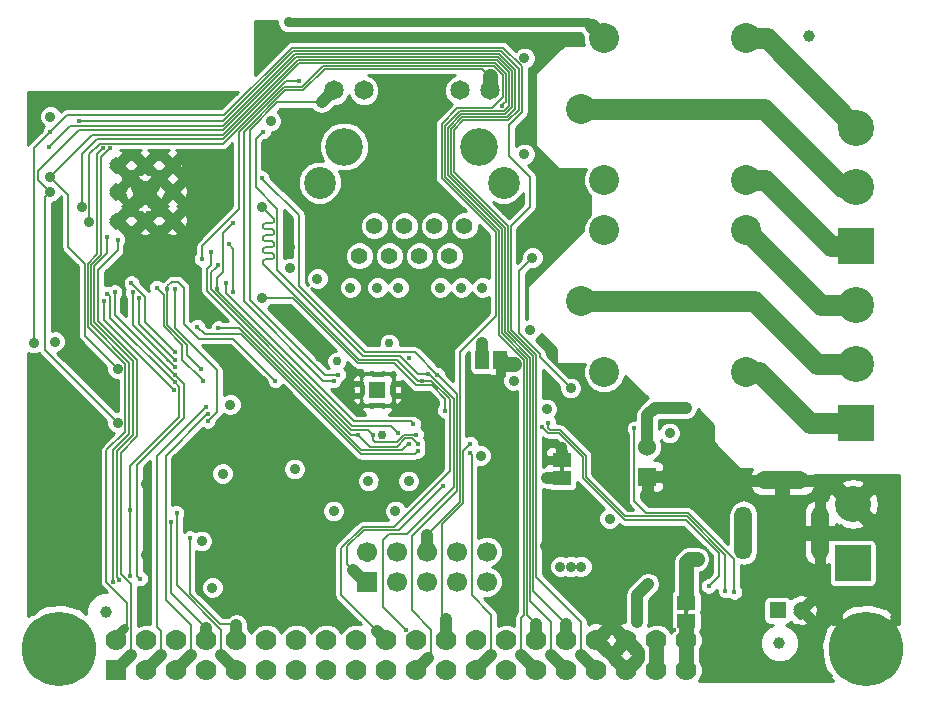
<source format=gbr>
G04 #@! TF.FileFunction,Copper,L4,Bot,Signal*
%FSLAX46Y46*%
G04 Gerber Fmt 4.6, Leading zero omitted, Abs format (unit mm)*
G04 Created by KiCad (PCBNEW no-vcs-found-undefined) date Wed Nov  9 17:15:18 2016*
%MOMM*%
%LPD*%
G01*
G04 APERTURE LIST*
%ADD10C,0.100000*%
%ADD11C,3.200000*%
%ADD12C,1.650000*%
%ADD13C,2.700000*%
%ADD14C,1.410000*%
%ADD15R,0.406400X0.508000*%
%ADD16R,1.600200X1.168400*%
%ADD17R,1.168400X1.600200*%
%ADD18C,1.300000*%
%ADD19C,2.000000*%
%ADD20R,1.400000X1.400000*%
%ADD21C,1.400000*%
%ADD22C,1.524000*%
%ADD23R,1.524000X1.524000*%
%ADD24C,3.048000*%
%ADD25R,3.048000X3.048000*%
%ADD26O,1.500000X4.500000*%
%ADD27O,4.500000X1.500000*%
%ADD28C,2.540000*%
%ADD29R,1.422400X1.422400*%
%ADD30R,0.400000X0.400000*%
%ADD31R,1.700000X1.700000*%
%ADD32C,1.700000*%
%ADD33C,6.300000*%
%ADD34C,1.200000*%
%ADD35C,1.778000*%
%ADD36R,1.778000X1.778000*%
%ADD37C,1.000000*%
%ADD38C,0.900000*%
%ADD39C,0.750000*%
%ADD40C,0.450000*%
%ADD41C,0.254000*%
%ADD42C,1.270000*%
%ADD43C,0.127000*%
%ADD44C,1.016000*%
%ADD45C,0.508000*%
%ADD46C,1.778000*%
%ADD47C,0.762000*%
G04 APERTURE END LIST*
D10*
D11*
X97155000Y-78359000D03*
X108585000Y-78359000D03*
D12*
X106940000Y-73610500D03*
X96260000Y-73610500D03*
D13*
X95070000Y-81409000D03*
X110670000Y-81409000D03*
D12*
X109480000Y-73610500D03*
X98800000Y-73610500D03*
D14*
X98435000Y-87599000D03*
X99705000Y-85059000D03*
X100975000Y-87599000D03*
X102245000Y-85059000D03*
X103515000Y-87599000D03*
X104785000Y-85059000D03*
X106055000Y-87599000D03*
X107325000Y-85059000D03*
D15*
X126111000Y-117729000D03*
D16*
X126111000Y-118491000D03*
X126111000Y-116967000D03*
X126111000Y-116967000D03*
D15*
X115570000Y-105664000D03*
D16*
X115570000Y-104902000D03*
X115570000Y-106426000D03*
X115570000Y-106426000D03*
D17*
X108839000Y-96393000D03*
X110363000Y-96393000D03*
X110363000Y-96393000D03*
D18*
X77939900Y-84632800D03*
D19*
X80251300Y-82296000D03*
D18*
X82613500Y-84632800D03*
X77939900Y-79933800D03*
X82613500Y-79933800D03*
X80251300Y-79933800D03*
X80251300Y-84632800D03*
X77939900Y-82169000D03*
X82613500Y-82169000D03*
D20*
X133865620Y-117624860D03*
D21*
X135877300Y-117622320D03*
D22*
X122809000Y-103759000D03*
D23*
X122809000Y-106299000D03*
D24*
X140500000Y-91774000D03*
D25*
X140500000Y-101774000D03*
D24*
X140500000Y-96774000D03*
X140500000Y-81774000D03*
D25*
X140500000Y-86774000D03*
D24*
X140500000Y-76774000D03*
D26*
X130937000Y-111049000D03*
X137437000Y-111049000D03*
D27*
X134237000Y-106599000D03*
D24*
X140208000Y-108625000D03*
D25*
X140208000Y-113625000D03*
D28*
X119176000Y-97440000D03*
X119176000Y-85440000D03*
X131176000Y-85440000D03*
X131176000Y-97440000D03*
X117176000Y-91440000D03*
X117176000Y-75184000D03*
X131176000Y-81184000D03*
X131176000Y-69184000D03*
X119176000Y-69184000D03*
X119176000Y-81184000D03*
D29*
X99949000Y-98933000D03*
D30*
X100449000Y-97633000D03*
X99449000Y-97633000D03*
X98649000Y-98433000D03*
X98649000Y-99433000D03*
X99449000Y-100233000D03*
X100449000Y-100233000D03*
X101249000Y-99433000D03*
X101249000Y-98433000D03*
D31*
X99060000Y-115189000D03*
D32*
X99060000Y-112649000D03*
X101600000Y-115189000D03*
X101600000Y-112649000D03*
X104140000Y-115189000D03*
X104140000Y-112649000D03*
X106680000Y-115189000D03*
X106680000Y-112649000D03*
X109220000Y-115189000D03*
X109220000Y-112649000D03*
D33*
X141351000Y-120904000D03*
D34*
X141351000Y-118491000D03*
X141351000Y-123317000D03*
X139700000Y-119253000D03*
X143002000Y-119253000D03*
X139700000Y-122682000D03*
X143002000Y-122555000D03*
X143764000Y-120904000D03*
X138938000Y-120904000D03*
X70612000Y-120904000D03*
X75438000Y-120904000D03*
X74676000Y-122555000D03*
X71374000Y-122682000D03*
X74676000Y-119253000D03*
X71374000Y-119253000D03*
X73025000Y-123317000D03*
X73025000Y-118491000D03*
D33*
X73025000Y-120904000D03*
D35*
X126111000Y-120142000D03*
X126111000Y-122682000D03*
X123571000Y-120142000D03*
X123571000Y-122682000D03*
X121031000Y-120142000D03*
X121031000Y-122682000D03*
X118491000Y-120142000D03*
X118491000Y-122682000D03*
X115951000Y-120142000D03*
X115951000Y-122682000D03*
X105791000Y-120142000D03*
X105791000Y-122682000D03*
X103251000Y-120142000D03*
X103251000Y-122682000D03*
X108331000Y-122682000D03*
X108331000Y-120142000D03*
X110871000Y-120142000D03*
X110871000Y-122682000D03*
X113411000Y-122682000D03*
X113411000Y-120142000D03*
X88011000Y-120142000D03*
X88011000Y-122682000D03*
X85471000Y-122682000D03*
X85471000Y-120142000D03*
X82931000Y-120142000D03*
X82931000Y-122682000D03*
D36*
X77851000Y-122682000D03*
D35*
X77851000Y-120142000D03*
X80391000Y-122682000D03*
X80391000Y-120142000D03*
X90551000Y-122682000D03*
X90551000Y-120142000D03*
X93091000Y-122682000D03*
X93091000Y-120142000D03*
X95631000Y-122682000D03*
X95631000Y-120142000D03*
X98171000Y-122682000D03*
X98171000Y-120142000D03*
X100711000Y-122682000D03*
X100711000Y-120142000D03*
D37*
X76962000Y-117729000D03*
X133985000Y-120396000D03*
X136525000Y-68961000D03*
D38*
X112403409Y-70857591D03*
X119634000Y-109855000D03*
X114299861Y-100578808D03*
X112902994Y-93853000D03*
X112395000Y-78994000D03*
D39*
X127000000Y-113284000D03*
D38*
X114300002Y-106426000D03*
X110871000Y-83820000D03*
X93599000Y-78486000D03*
X83820000Y-80010006D03*
X92583000Y-86868000D03*
X80385490Y-106934000D03*
X80385490Y-112903000D03*
X87376004Y-114681000D03*
D40*
X125039170Y-119298974D03*
D38*
X95123000Y-96139000D03*
X117729000Y-101092000D03*
X116840000Y-101092000D03*
X118618000Y-101092000D03*
X118618000Y-100203000D03*
X116840000Y-100203000D03*
X117729000Y-100203000D03*
X117729000Y-101981000D03*
X116840000Y-101981000D03*
X115570000Y-103759000D03*
X114173000Y-112141000D03*
X84836000Y-74549000D03*
X111506000Y-96774000D03*
X74289490Y-91186000D03*
X88773000Y-97663000D03*
X73533000Y-100330000D03*
X94107000Y-111252000D03*
X96774000Y-106680000D03*
X91440000Y-100203000D03*
D40*
X102655806Y-96226186D03*
D38*
X100457000Y-106807000D03*
X72263000Y-74549000D03*
X73533000Y-108204000D03*
X92836984Y-69088000D03*
X106172000Y-94107000D03*
X93980000Y-102870000D03*
X120650000Y-116967000D03*
X124206000Y-115570000D03*
X124714000Y-102616024D03*
X77972479Y-97155000D03*
X72263000Y-80899000D03*
X77972479Y-101727000D03*
X72263000Y-82169000D03*
X121920000Y-118618000D03*
X126111000Y-100457000D03*
X122879164Y-115388650D03*
D40*
X105537000Y-107061000D03*
D38*
X92583000Y-88646000D03*
X85979000Y-115697000D03*
X115443000Y-113919000D03*
X116332000Y-113919000D03*
X117221000Y-113919000D03*
X87503000Y-100203000D03*
X86868000Y-106045000D03*
D39*
X100330000Y-102812490D03*
D38*
X85090000Y-111760000D03*
X96266000Y-109220000D03*
X92964000Y-105663996D03*
X99187000Y-106680000D03*
X111506000Y-98171000D03*
X108712000Y-104521000D03*
X72644000Y-94869000D03*
X72263000Y-75819000D03*
X102616000Y-106680000D03*
X108839000Y-94996000D03*
X113093500Y-87757000D03*
X116332000Y-98806000D03*
X92456000Y-67818000D03*
D40*
X77573295Y-115212675D03*
D38*
X101473000Y-109220000D03*
D40*
X77343000Y-78520510D03*
D38*
X70866000Y-94996000D03*
D40*
X72263000Y-77089000D03*
X74713148Y-76165490D03*
X72136000Y-78359000D03*
X107823000Y-103505000D03*
X103251000Y-102743000D03*
X86487000Y-88391998D03*
X99568000Y-102743000D03*
X103758994Y-98171000D03*
D38*
X90170000Y-83439000D03*
D40*
X107823000Y-104267000D03*
X103378000Y-103505000D03*
X85852000Y-87249000D03*
X98298000Y-102743000D03*
X85090000Y-87884000D03*
X93345000Y-72771000D03*
D38*
X75565000Y-84709000D03*
D40*
X110490000Y-74930000D03*
D38*
X74924490Y-83438625D03*
D40*
X84073994Y-111506000D03*
X82769424Y-98984784D03*
X76835000Y-91440000D03*
X82975206Y-109382414D03*
X82515500Y-110109000D03*
X78115940Y-115016515D03*
X77089000Y-85979000D03*
X87122008Y-89916000D03*
X85598000Y-100965000D03*
X102997000Y-101854000D03*
X105664000Y-100711000D03*
X87756990Y-90678000D03*
X87376000Y-86614000D03*
X77978000Y-86233000D03*
D38*
X90170000Y-91186000D03*
D40*
X76708000Y-78520510D03*
X85458054Y-100405216D03*
X102616000Y-103505000D03*
X86487004Y-93726000D03*
X78994000Y-114681000D03*
X78994000Y-109093000D03*
X77089000Y-90805000D03*
X82804000Y-98298000D03*
X79883000Y-114935000D03*
X77724000Y-90678000D03*
X82804000Y-97663000D03*
X79239905Y-90682047D03*
X82804000Y-97028000D03*
X79756000Y-91186000D03*
X82804000Y-96393000D03*
X82804006Y-95758000D03*
X79121000Y-89916000D03*
X103378000Y-104140000D03*
X84709000Y-93599000D03*
X91313000Y-98171000D03*
X82169000Y-90424000D03*
X84997510Y-97155000D03*
X85217000Y-98171000D03*
X81280000Y-90297000D03*
X85598000Y-101600000D03*
X86399810Y-90384190D03*
X101726994Y-102616000D03*
X87756996Y-84836000D03*
X82804000Y-90424002D03*
X114422416Y-101761510D03*
X129412994Y-115951000D03*
X113919000Y-102107994D03*
X128016000Y-115569990D03*
X121716800Y-102209600D03*
X130175000Y-116077994D03*
D38*
X90932000Y-76200000D03*
X97663000Y-90297000D03*
D39*
X96519992Y-96520000D03*
X100965002Y-94996000D03*
D38*
X108839000Y-90297000D03*
X107061000Y-90297000D03*
X105283000Y-90297000D03*
X101727000Y-90297000D03*
X99949000Y-90297000D03*
X94869000Y-89535000D03*
D40*
X90297000Y-77089010D03*
X102362008Y-119253000D03*
X104280786Y-97611427D03*
X90170016Y-81026000D03*
X105029000Y-97663008D03*
X96266000Y-98171000D03*
X96647000Y-97663000D03*
D41*
X126111000Y-116967000D02*
X126111000Y-117729000D01*
X126111000Y-116967000D02*
X126111000Y-118491000D01*
D42*
X126111000Y-120142000D02*
X126111000Y-118491000D01*
X127000000Y-113284000D02*
X126365000Y-113284000D01*
X126111000Y-113538000D02*
X126111000Y-116967000D01*
X126365000Y-113284000D02*
X126111000Y-113538000D01*
X126111000Y-120142000D02*
X126111000Y-122682000D01*
D43*
X115570000Y-105664000D02*
X115570000Y-106426000D01*
D44*
X115570000Y-106426000D02*
X114300000Y-106426000D01*
X114300000Y-106426000D02*
X114300002Y-106426000D01*
D41*
X101062000Y-97633000D02*
X101249000Y-97820000D01*
X101249000Y-97820000D02*
X101249000Y-98433000D01*
X100449000Y-97633000D02*
X101062000Y-97633000D01*
D45*
X115570000Y-103759000D02*
X115570000Y-104902000D01*
D42*
X110869604Y-96774000D02*
X111506000Y-96774000D01*
X110744000Y-96774000D02*
X110869604Y-96774000D01*
X110363000Y-96393000D02*
X110744000Y-96774000D01*
D43*
X112394967Y-96432867D02*
X112394967Y-117983033D01*
X110047361Y-70993033D02*
X111124956Y-72070628D01*
X112141000Y-118237000D02*
X112141000Y-121412000D01*
X110235956Y-94273856D02*
X112394967Y-96432867D01*
X111124956Y-74931872D02*
X110682317Y-75374511D01*
X72263000Y-80899000D02*
X75819000Y-77343000D01*
X93217967Y-70993033D02*
X110047361Y-70993033D01*
X110682317Y-75374511D02*
X106935814Y-75374511D01*
X75819000Y-77343000D02*
X86868000Y-77343000D01*
X86868000Y-77343000D02*
X93217967Y-70993033D01*
X112394967Y-117983033D02*
X112141000Y-118237000D01*
X106935814Y-75374511D02*
X105663978Y-76646347D01*
X111124956Y-72070628D02*
X111124956Y-74931872D01*
X110235956Y-85470956D02*
X110235956Y-94273856D01*
X105663978Y-80898978D02*
X110235956Y-85470956D01*
X105663978Y-76646347D02*
X105663978Y-80898978D01*
X77522480Y-96705001D02*
X77972479Y-97155000D01*
X73787000Y-86868000D02*
X75184000Y-88265000D01*
X75184000Y-94366521D02*
X77522480Y-96705001D01*
X73787000Y-82423000D02*
X73787000Y-86868000D01*
X75184000Y-88265000D02*
X75184000Y-94366521D01*
X72263000Y-80899000D02*
X73787000Y-82423000D01*
D44*
X113411000Y-122682000D02*
X112141000Y-121412000D01*
D43*
X112648978Y-117982978D02*
X113411000Y-118745000D01*
X107041028Y-75628522D02*
X105917989Y-76751561D01*
X110489967Y-94168642D02*
X112648978Y-96327653D01*
X105917989Y-80771989D02*
X110489967Y-85343967D01*
X110489967Y-85343967D02*
X110489967Y-94168642D01*
X111378967Y-75037085D02*
X110787530Y-75628522D01*
X111378967Y-71965415D02*
X111378967Y-75037085D01*
X86868000Y-76962000D02*
X93090978Y-70739022D01*
X105917989Y-76751561D02*
X105917989Y-80771989D01*
X71247000Y-80391000D02*
X74676000Y-76962000D01*
X71247000Y-81153000D02*
X71247000Y-80391000D01*
X72263000Y-82169000D02*
X71247000Y-81153000D01*
X112648978Y-96327653D02*
X112648978Y-117982978D01*
X110787530Y-75628522D02*
X107041028Y-75628522D01*
X110152574Y-70739022D02*
X111378967Y-71965415D01*
X74676000Y-76962000D02*
X86868000Y-76962000D01*
X93090978Y-70739022D02*
X110152574Y-70739022D01*
X72263000Y-82169000D02*
X71813001Y-82618999D01*
X77522480Y-101277001D02*
X77972479Y-101727000D01*
X71813001Y-82618999D02*
X71813001Y-95567522D01*
X71813001Y-95567522D02*
X77522480Y-101277001D01*
D44*
X113411000Y-120142000D02*
X113411000Y-118745000D01*
X121920000Y-116347814D02*
X121920000Y-117981604D01*
X122879164Y-115388650D02*
X121920000Y-116347814D01*
X121920000Y-117981604D02*
X121920000Y-118618000D01*
X122809000Y-103759000D02*
X122809000Y-101092000D01*
X123444000Y-100457000D02*
X126111000Y-100457000D01*
X123444000Y-100457000D02*
X122809000Y-101092000D01*
D43*
X97409000Y-112204500D02*
X98806000Y-110807500D01*
X98806000Y-110807500D02*
X101790500Y-110807500D01*
X97917000Y-114173000D02*
X97409000Y-113665000D01*
X101790500Y-110807500D02*
X105537000Y-107061000D01*
X97409000Y-113665000D02*
X97409000Y-112204500D01*
D44*
X98933000Y-115189000D02*
X97917000Y-114173000D01*
X99060000Y-115189000D02*
X98933000Y-115189000D01*
D42*
X123571000Y-122682000D02*
X123571000Y-120142000D01*
D44*
X108839000Y-96393000D02*
X108839000Y-94996000D01*
D46*
X131176000Y-85440000D02*
X137510000Y-91774000D01*
X137510000Y-91774000D02*
X140500000Y-91774000D01*
X131176000Y-97440000D02*
X132238000Y-97440000D01*
X132238000Y-97440000D02*
X136572000Y-101774000D01*
X136572000Y-101774000D02*
X140500000Y-101774000D01*
X117176000Y-91440000D02*
X131826000Y-91440000D01*
X131826000Y-91440000D02*
X137160000Y-96774000D01*
X137160000Y-96774000D02*
X140500000Y-96774000D01*
X117176000Y-75184000D02*
X132715000Y-75184000D01*
X132715000Y-75184000D02*
X139305000Y-81774000D01*
X139305000Y-81774000D02*
X140500000Y-81774000D01*
X131176000Y-81184000D02*
X132746000Y-81184000D01*
X132746000Y-81184000D02*
X138336000Y-86774000D01*
X138336000Y-86774000D02*
X140500000Y-86774000D01*
X131176000Y-69184000D02*
X132910000Y-69184000D01*
X132910000Y-69184000D02*
X140500000Y-76774000D01*
D43*
X113093500Y-87757000D02*
X111950500Y-88900000D01*
X111950500Y-88900000D02*
X111950500Y-94107000D01*
X111950500Y-94107000D02*
X113728500Y-95885000D01*
X113728500Y-95885000D02*
X113728500Y-96202500D01*
X113728500Y-96202500D02*
X116332000Y-98806000D01*
D47*
X118110000Y-68118000D02*
X117810000Y-67818000D01*
X117810000Y-67818000D02*
X92456000Y-67818000D01*
D42*
X119176000Y-69184000D02*
X118110000Y-68118000D01*
X118110000Y-68118000D02*
X118191000Y-68199000D01*
D43*
X77343000Y-78520510D02*
X76581000Y-79282510D01*
X76581000Y-79282510D02*
X76581000Y-87503000D01*
X76581000Y-87503000D02*
X75692020Y-88391980D01*
X75692020Y-88391980D02*
X75692020Y-93408520D01*
X78930500Y-96647000D02*
X78930500Y-102679500D01*
X75692020Y-93408520D02*
X78930500Y-96647000D01*
X77573295Y-114894477D02*
X77573295Y-115212675D01*
X78930500Y-102679500D02*
X77573295Y-104036705D01*
X77573295Y-104036705D02*
X77573295Y-114894477D01*
X72263000Y-77089000D02*
X73660000Y-75692000D01*
X112903000Y-83439000D02*
X111252000Y-85090000D01*
X73660000Y-75692000D02*
X86994989Y-75692000D01*
X86994989Y-75692000D02*
X92710000Y-69976989D01*
X110616989Y-69976989D02*
X112204511Y-71564511D01*
X92710000Y-69976989D02*
X110616989Y-69976989D01*
X111125000Y-76517500D02*
X111125000Y-79121000D01*
X111125000Y-79121000D02*
X112903000Y-80899000D01*
X112903000Y-80899000D02*
X112903000Y-83439000D01*
X112204511Y-71564511D02*
X112204511Y-75437989D01*
X112204511Y-75437989D02*
X111125000Y-76517500D01*
X111252000Y-85090000D02*
X111252000Y-93853000D01*
X117221000Y-118618000D02*
X117221000Y-121412000D01*
X111252000Y-93853000D02*
X113411011Y-96012011D01*
X113411011Y-96012011D02*
X113411011Y-114808011D01*
X113411011Y-114808011D02*
X117221000Y-118618000D01*
X72263000Y-77089000D02*
X70866000Y-78486000D01*
X70866000Y-78486000D02*
X70866000Y-94996000D01*
D44*
X118491000Y-122682000D02*
X117221000Y-121412000D01*
D43*
X110426500Y-70231000D02*
X92837000Y-70231000D01*
X74713148Y-76165490D02*
X86902510Y-76165490D01*
X86902510Y-76165490D02*
X92837000Y-70231000D01*
X115951000Y-118745000D02*
X113157000Y-115951000D01*
X113157000Y-96117225D02*
X110997989Y-93958214D01*
X106426011Y-76961989D02*
X107251456Y-76136544D01*
X110997989Y-85089989D02*
X106426011Y-80518011D01*
X113157000Y-115951000D02*
X113157000Y-96117225D01*
X110997989Y-93958214D02*
X110997989Y-85089989D01*
X111061456Y-76136544D02*
X111950500Y-75247500D01*
X111950500Y-75247500D02*
X111950500Y-71755000D01*
X106426011Y-80518011D02*
X106426011Y-76961989D01*
X107251456Y-76136544D02*
X111061456Y-76136544D01*
X111950500Y-71755000D02*
X110426500Y-70231000D01*
D44*
X115951000Y-120142000D02*
X115951000Y-118745000D01*
D43*
X110257787Y-70485011D02*
X111632978Y-71860202D01*
X110743978Y-85216978D02*
X110743978Y-94063428D01*
X106172000Y-80645000D02*
X110743978Y-85216978D01*
X112902989Y-116839989D02*
X114681000Y-118618000D01*
X110892743Y-75882533D02*
X107146242Y-75882533D01*
X92963989Y-70485011D02*
X110257787Y-70485011D01*
X86868000Y-76581000D02*
X92963989Y-70485011D01*
X73914000Y-76581000D02*
X86868000Y-76581000D01*
X72136000Y-78359000D02*
X73914000Y-76581000D01*
X106172000Y-76856775D02*
X106172000Y-80645000D01*
X111632978Y-75142298D02*
X110892743Y-75882533D01*
X111632978Y-71860202D02*
X111632978Y-75142298D01*
X112902989Y-96222439D02*
X112902989Y-116839989D01*
X114681000Y-118618000D02*
X114681000Y-121412000D01*
X110743978Y-94063428D02*
X112902989Y-96222439D01*
X107146242Y-75882533D02*
X106172000Y-76856775D01*
D44*
X115951000Y-122682000D02*
X114681000Y-121412000D01*
D43*
X99568000Y-102743000D02*
X99568000Y-103187500D01*
X99758500Y-103378000D02*
X101600000Y-103378000D01*
X99568000Y-103187500D02*
X99758500Y-103378000D01*
X101600000Y-103378000D02*
X102235000Y-102743000D01*
X102235000Y-102743000D02*
X103251000Y-102743000D01*
X105791000Y-118364000D02*
X105410000Y-117983000D01*
X105410000Y-117983000D02*
X105410000Y-110341225D01*
X105410000Y-110341225D02*
X107217001Y-108534224D01*
X107217001Y-108534224D02*
X107217001Y-104110999D01*
X107217001Y-104110999D02*
X107823000Y-103505000D01*
X99152499Y-102327499D02*
X97755499Y-102327499D01*
X85881001Y-90453001D02*
X85881001Y-88997997D01*
X99568000Y-102743000D02*
X99152499Y-102327499D01*
X86262001Y-88616997D02*
X86487000Y-88391998D01*
X97755499Y-102327499D02*
X85881001Y-90453001D01*
X85881001Y-88997997D02*
X86262001Y-88616997D01*
D44*
X105791000Y-120142000D02*
X105791000Y-118364000D01*
X105791000Y-118364000D02*
X105791000Y-118745000D01*
D43*
X98425000Y-96393000D02*
X101662796Y-96393000D01*
X90170000Y-83439000D02*
X91186000Y-84455000D01*
X103440796Y-98171000D02*
X103759000Y-98171000D01*
X91186000Y-84455000D02*
X91186000Y-84709000D01*
X91186000Y-84709000D02*
X91059000Y-84836000D01*
X91059000Y-84836000D02*
X90424000Y-84836000D01*
X90424000Y-85344000D02*
X91059000Y-85344000D01*
X90424000Y-84836000D02*
X90297000Y-84963000D01*
X90424000Y-87884000D02*
X90297000Y-88011000D01*
X91186000Y-87503000D02*
X91186000Y-87757000D01*
X91059000Y-86868000D02*
X90424000Y-86868000D01*
X90297000Y-84963000D02*
X90297000Y-85217000D01*
X91059000Y-86360000D02*
X91186000Y-86487000D01*
X90297000Y-85217000D02*
X90424000Y-85344000D01*
X91186000Y-85471000D02*
X91186000Y-85725000D01*
X90297000Y-88011000D02*
X90297000Y-88265000D01*
X90424000Y-86360000D02*
X91059000Y-86360000D01*
X91059000Y-85344000D02*
X91186000Y-85471000D01*
X90297000Y-87249000D02*
X90424000Y-87376000D01*
X91186000Y-85725000D02*
X91059000Y-85852000D01*
X90424000Y-86868000D02*
X90297000Y-86995000D01*
X91059000Y-85852000D02*
X90424000Y-85852000D01*
X91186000Y-86487000D02*
X91186000Y-86741000D01*
X90424000Y-85852000D02*
X90297000Y-85979000D01*
X90297000Y-85979000D02*
X90297000Y-86233000D01*
X90297000Y-86233000D02*
X90424000Y-86360000D01*
X91186000Y-86741000D02*
X91059000Y-86868000D01*
X90297000Y-86995000D02*
X90297000Y-87249000D01*
X91186000Y-87757000D02*
X91059000Y-87884000D01*
X90424000Y-87376000D02*
X91059000Y-87376000D01*
X91059000Y-87376000D02*
X91186000Y-87503000D01*
X91059000Y-87884000D02*
X90424000Y-87884000D01*
X90297000Y-88265000D02*
X98425000Y-96393000D01*
X101662796Y-96393000D02*
X103440796Y-98171000D01*
X99949000Y-119380000D02*
X96901000Y-116332000D01*
X96901000Y-116332000D02*
X96901000Y-112353275D01*
X96901000Y-112353275D02*
X98700786Y-110553489D01*
X98700786Y-110553489D02*
X101409511Y-110553489D01*
X101409511Y-110553489D02*
X106108500Y-105854500D01*
X104521000Y-98171000D02*
X103759000Y-98171000D01*
X106108500Y-105854500D02*
X106108500Y-99758500D01*
X106108500Y-99758500D02*
X104521000Y-98171000D01*
D44*
X100711000Y-120142000D02*
X99949000Y-119380000D01*
D43*
X103759000Y-98171000D02*
X103758994Y-98171000D01*
X98298000Y-102743000D02*
X99314000Y-103759000D01*
X99314000Y-103759000D02*
X101600000Y-103759000D01*
X101600000Y-103759000D02*
X102298500Y-103060500D01*
X102298500Y-103060500D02*
X102933500Y-103060500D01*
X102933500Y-103060500D02*
X103378000Y-103505000D01*
X85534500Y-90551000D02*
X85534500Y-88709500D01*
X85534500Y-88709500D02*
X85852000Y-88392000D01*
X98298000Y-102743000D02*
X97726500Y-102743000D01*
X97726500Y-102743000D02*
X85534500Y-90551000D01*
X85852000Y-88392000D02*
X85852000Y-87249000D01*
X109601000Y-121412000D02*
X109601000Y-117983000D01*
X109601000Y-117983000D02*
X107950000Y-116332000D01*
X107950000Y-116332000D02*
X107950000Y-104394000D01*
X107950000Y-104394000D02*
X107823000Y-104267000D01*
D44*
X108331000Y-122682000D02*
X109601000Y-121412000D01*
D43*
X104140000Y-111252000D02*
X106934022Y-108457978D01*
X109836935Y-71501055D02*
X95376945Y-71501055D01*
X106934022Y-99208805D02*
X106934000Y-99208783D01*
X106934022Y-108457978D02*
X106934022Y-99208805D01*
X109684558Y-75120500D02*
X110616934Y-74188124D01*
X106934000Y-99208783D02*
X106934000Y-95758000D01*
X109981945Y-92710055D02*
X109981945Y-85597945D01*
X106934000Y-95758000D02*
X109981945Y-92710055D01*
X109981945Y-85597945D02*
X105409967Y-81025967D01*
X85090000Y-87565802D02*
X85090000Y-87884000D01*
X105409967Y-81025967D02*
X105409967Y-76454033D01*
X110616934Y-72281054D02*
X109836935Y-71501055D01*
X105409967Y-76454033D02*
X106743500Y-75120500D01*
X106743500Y-75120500D02*
X109684558Y-75120500D01*
X93599000Y-73279000D02*
X92075000Y-73279000D01*
X110616934Y-74188124D02*
X110616934Y-72281054D01*
X95376945Y-71501055D02*
X93599000Y-73279000D01*
X92075000Y-73279000D02*
X88265000Y-77089000D01*
X88265000Y-77089000D02*
X88265000Y-83629500D01*
X88265000Y-83629500D02*
X85090000Y-86804500D01*
X85090000Y-86804500D02*
X85090000Y-87565802D01*
D44*
X104140000Y-112649000D02*
X104140000Y-111252000D01*
D43*
X75565000Y-84709000D02*
X75565000Y-78994000D01*
X76454000Y-78105000D02*
X86868000Y-78105000D01*
X75565000Y-78994000D02*
X76454000Y-78105000D01*
X86868000Y-78105000D02*
X92202000Y-72771000D01*
X92202000Y-72771000D02*
X93345000Y-72771000D01*
X74924490Y-83438625D02*
X74924490Y-78999510D01*
X110870945Y-74549055D02*
X110714999Y-74705001D01*
X109942148Y-71247044D02*
X110870945Y-72175841D01*
X76199978Y-77724022D02*
X86867978Y-77724022D01*
X93344956Y-71247044D02*
X109942148Y-71247044D01*
X110870945Y-72175841D02*
X110870945Y-74549055D01*
X86867978Y-77724022D02*
X93344956Y-71247044D01*
X110714999Y-74705001D02*
X110490000Y-74930000D01*
X74924490Y-78999510D02*
X76199978Y-77724022D01*
X84073994Y-111506000D02*
X84073994Y-116204994D01*
X84073994Y-116204994D02*
X86614000Y-118745000D01*
X86614000Y-118745000D02*
X87884000Y-118745000D01*
X87884000Y-118745000D02*
X88011000Y-118872000D01*
D44*
X88011000Y-120142000D02*
X88011000Y-118872000D01*
D43*
X82544425Y-98759785D02*
X82769424Y-98984784D01*
X76835000Y-91440000D02*
X76835000Y-93050360D01*
X76835000Y-93050360D02*
X82544425Y-98759785D01*
X82975206Y-109700612D02*
X82975206Y-109382414D01*
X82975206Y-115487206D02*
X82975206Y-109700612D01*
X86741000Y-121412000D02*
X86741000Y-119253000D01*
X86741000Y-119253000D02*
X82975206Y-115487206D01*
D44*
X88011000Y-122682000D02*
X86741000Y-121412000D01*
D43*
X82515500Y-110109000D02*
X82515500Y-116170500D01*
X82515500Y-116170500D02*
X85471000Y-119126000D01*
D44*
X85471000Y-120142000D02*
X85471000Y-119126000D01*
D43*
X77089000Y-85979000D02*
X77089000Y-87354224D01*
X77089000Y-87354224D02*
X75946030Y-88497194D01*
X75946030Y-88497194D02*
X75946030Y-93218030D01*
X75946030Y-93218030D02*
X79248000Y-96520000D01*
X79248000Y-96520000D02*
X79248000Y-102806500D01*
X79248000Y-102806500D02*
X77890941Y-104163559D01*
X77890941Y-104163559D02*
X77890941Y-114791516D01*
X77890941Y-114791516D02*
X78115940Y-115016515D01*
X87122008Y-90234198D02*
X87122008Y-89916000D01*
X87122008Y-90741508D02*
X87122008Y-90234198D01*
X98009501Y-101629001D02*
X87122008Y-90741508D01*
X102997000Y-101854000D02*
X102772001Y-101629001D01*
X102772001Y-101629001D02*
X98009501Y-101629001D01*
X84201000Y-121412000D02*
X84201000Y-118872000D01*
X84201000Y-118872000D02*
X82042000Y-116713000D01*
X82042000Y-116713000D02*
X82042000Y-104521000D01*
X82042000Y-104521000D02*
X85373001Y-101189999D01*
X85373001Y-101189999D02*
X85598000Y-100965000D01*
D44*
X84201000Y-121412000D02*
X82931000Y-122682000D01*
D43*
X79121000Y-121412000D02*
X79121000Y-115406631D01*
X78232000Y-114517631D02*
X78232000Y-104267000D01*
X79121000Y-115406631D02*
X78232000Y-114517631D01*
X78232000Y-104267000D02*
X79629000Y-102870000D01*
X79629000Y-102870000D02*
X79629000Y-96393000D01*
X79629000Y-96393000D02*
X76327000Y-93091000D01*
X76327000Y-93091000D02*
X76327000Y-88773000D01*
X76327000Y-88773000D02*
X77978000Y-87122000D01*
X77978000Y-87122000D02*
X77978000Y-86551198D01*
X77978000Y-86551198D02*
X77978000Y-86233000D01*
X105664000Y-100711000D02*
X105664000Y-99695000D01*
X105664000Y-99695000D02*
X104555501Y-98586501D01*
X104555501Y-98586501D02*
X103221303Y-98586501D01*
X103221303Y-98586501D02*
X101345302Y-96710500D01*
X98361500Y-96710500D02*
X92837000Y-91186000D01*
X101345302Y-96710500D02*
X98361500Y-96710500D01*
X92837000Y-91186000D02*
X90170000Y-91186000D01*
X87756990Y-90359802D02*
X87756990Y-90678000D01*
X87756990Y-86994990D02*
X87756990Y-90359802D01*
X87376000Y-86614000D02*
X87756990Y-86994990D01*
D44*
X77851000Y-122682000D02*
X79121000Y-121412000D01*
D43*
X78486000Y-119126000D02*
X78740000Y-118872000D01*
X78612989Y-96773989D02*
X75438010Y-93599010D01*
X78740000Y-118872000D02*
X78740000Y-116967000D01*
X78740000Y-116967000D02*
X77019988Y-115246988D01*
X78612989Y-102489011D02*
X78612989Y-96773989D01*
X77019988Y-115246988D02*
X77019988Y-104082012D01*
X77019988Y-104082012D02*
X78612989Y-102489011D01*
X75438010Y-93599010D02*
X75438010Y-88264990D01*
X75438010Y-88264990D02*
X76229001Y-87473999D01*
X76229001Y-87473999D02*
X76229001Y-78999509D01*
X76229001Y-78999509D02*
X76483001Y-78745509D01*
X76483001Y-78745509D02*
X76708000Y-78520510D01*
D47*
X77851000Y-120142000D02*
X77851000Y-119761000D01*
X77851000Y-119761000D02*
X78486000Y-119126000D01*
X78486000Y-119126000D02*
X78359000Y-119253000D01*
D43*
X86487004Y-93726000D02*
X88265000Y-93726000D01*
X98615500Y-104076500D02*
X102044500Y-104076500D01*
X88265000Y-93726000D02*
X98615500Y-104076500D01*
X102044500Y-104076500D02*
X102391001Y-103729999D01*
X102391001Y-103729999D02*
X102616000Y-103505000D01*
X81661000Y-121412000D02*
X81661000Y-119380000D01*
X81661000Y-119380000D02*
X81280000Y-118999000D01*
X81280000Y-118999000D02*
X81280000Y-104583270D01*
X81280000Y-104583270D02*
X85233055Y-100630215D01*
X85233055Y-100630215D02*
X85458054Y-100405216D01*
D44*
X80391000Y-122682000D02*
X81661000Y-121412000D01*
D43*
X78994000Y-109093000D02*
X78994000Y-114681000D01*
X78994000Y-109093000D02*
X78994000Y-105410000D01*
X78994000Y-105410000D02*
X83185000Y-101219000D01*
X83185000Y-101219000D02*
X83185000Y-98679000D01*
X83185000Y-98679000D02*
X82804000Y-98298000D01*
X77343000Y-91059000D02*
X77313999Y-91029999D01*
X77343000Y-92837000D02*
X77343000Y-91059000D01*
X82804000Y-98298000D02*
X77343000Y-92837000D01*
X77313999Y-91029999D02*
X77089000Y-90805000D01*
X82804000Y-97663000D02*
X83566000Y-98425000D01*
X83566000Y-101346000D02*
X83566000Y-98425000D01*
X79629000Y-105283000D02*
X83566000Y-101346000D01*
X79629000Y-114681000D02*
X79629000Y-105283000D01*
X79629000Y-114681000D02*
X79883000Y-114935000D01*
X82579001Y-97438001D02*
X77724000Y-92583000D01*
X77724000Y-92583000D02*
X77724000Y-90996198D01*
X77724000Y-90996198D02*
X77724000Y-90678000D01*
X81915000Y-96774000D02*
X82579001Y-97438001D01*
X82579001Y-97438001D02*
X82804000Y-97663000D01*
X79239905Y-93463905D02*
X79239905Y-91000245D01*
X79239905Y-91000245D02*
X79239905Y-90682047D01*
X82579001Y-96803001D02*
X79239905Y-93463905D01*
X82169000Y-96393000D02*
X82579001Y-96803001D01*
X82579001Y-96803001D02*
X82804000Y-97028000D01*
X79756000Y-91504198D02*
X79756000Y-91186000D01*
X79756000Y-93345000D02*
X79756000Y-91504198D01*
X82804000Y-96393000D02*
X79756000Y-93345000D01*
X80264000Y-91059000D02*
X79345999Y-90140999D01*
X82804006Y-95758000D02*
X80264000Y-93217994D01*
X80264000Y-93217994D02*
X80264000Y-91059000D01*
X79345999Y-90140999D02*
X79121000Y-89916000D01*
X84709000Y-93599000D02*
X85344000Y-94234000D01*
X85344000Y-94234000D02*
X88392000Y-94234000D01*
X98552000Y-104394000D02*
X103124000Y-104394000D01*
X88392000Y-94234000D02*
X98552000Y-104394000D01*
X103124000Y-104394000D02*
X103378000Y-104140000D01*
X84997510Y-97155000D02*
X83883500Y-96040990D01*
X83883500Y-96040990D02*
X83883500Y-95186500D01*
X83883500Y-95186500D02*
X82169000Y-93472000D01*
X82169000Y-93472000D02*
X82169000Y-90742198D01*
X82169000Y-90742198D02*
X82169000Y-90424000D01*
X91313000Y-98171000D02*
X87757000Y-94615000D01*
X87757000Y-94615000D02*
X84836000Y-94615000D01*
X84836000Y-94615000D02*
X83566000Y-93345000D01*
X83566000Y-93345000D02*
X83566000Y-90297000D01*
X83566000Y-90297000D02*
X83058000Y-89789000D01*
X83058000Y-89789000D02*
X82550000Y-89789000D01*
X82550000Y-89789000D02*
X82169000Y-90170000D01*
X82169000Y-90170000D02*
X82169000Y-90424000D01*
X81280000Y-90297000D02*
X81885999Y-90902999D01*
X83439000Y-96393000D02*
X84992001Y-97946001D01*
X81885999Y-90902999D02*
X81885999Y-93569999D01*
X81885999Y-93569999D02*
X83439000Y-95123000D01*
X83439000Y-95123000D02*
X83439000Y-96393000D01*
X84992001Y-97946001D02*
X85217000Y-98171000D01*
X101726994Y-102616000D02*
X101091994Y-101981000D01*
X101091994Y-101981000D02*
X97853500Y-101981000D01*
X97853500Y-101981000D02*
X86423500Y-90551000D01*
X86423500Y-90551000D02*
X86423500Y-90407880D01*
X86423500Y-90407880D02*
X86399810Y-90384190D01*
X85598000Y-101600000D02*
X86394501Y-100803499D01*
X86394501Y-100803499D02*
X86394501Y-97316501D01*
X86394501Y-97316501D02*
X82804000Y-93726000D01*
X82804000Y-93726000D02*
X82804000Y-90742200D01*
X82804000Y-90742200D02*
X82804000Y-90424002D01*
X86399810Y-89495176D02*
X86399810Y-90065992D01*
X86399810Y-90065992D02*
X86399810Y-90384190D01*
X86902502Y-88992484D02*
X86399810Y-89495176D01*
X87756996Y-84836000D02*
X86902502Y-85690494D01*
X86902502Y-85690494D02*
X86902502Y-88992484D01*
X114422416Y-102166916D02*
X114422416Y-101761510D01*
X120967500Y-109664500D02*
X117602000Y-106299000D01*
X115443000Y-102362000D02*
X114617500Y-102362000D01*
X129412994Y-115951000D02*
X129412994Y-112902994D01*
X114617500Y-102362000D02*
X114422416Y-102166916D01*
X117602000Y-106299000D02*
X117602000Y-104521000D01*
X129412994Y-112902994D02*
X126174500Y-109664500D01*
X126174500Y-109664500D02*
X120967500Y-109664500D01*
X117602000Y-104521000D02*
X115443000Y-102362000D01*
X115337787Y-102616011D02*
X114427017Y-102616011D01*
X117347989Y-104626213D02*
X115337787Y-102616011D01*
X120925775Y-109982000D02*
X117347989Y-106404214D01*
X128016000Y-115569990D02*
X128905000Y-114680990D01*
X114427017Y-102616011D02*
X114143999Y-102332993D01*
X117347989Y-106404214D02*
X117347989Y-104626213D01*
X114143999Y-102332993D02*
X113919000Y-102107994D01*
X128905000Y-112776000D02*
X126111000Y-109982000D01*
X128905000Y-114680990D02*
X128905000Y-112776000D01*
X126111000Y-109982000D02*
X120925775Y-109982000D01*
X126238000Y-109347000D02*
X122682000Y-109347000D01*
X130175000Y-116077994D02*
X130175000Y-113284000D01*
X121716800Y-108381800D02*
X121716800Y-102527798D01*
X122682000Y-109347000D02*
X121716800Y-108381800D01*
X121716800Y-102527798D02*
X121716800Y-102209600D01*
X130175000Y-113284000D02*
X126238000Y-109347000D01*
X104280786Y-97611427D02*
X103389927Y-97611427D01*
X103389927Y-97611427D02*
X101854000Y-96075500D01*
X91503500Y-88836500D02*
X91503500Y-83629500D01*
X101854000Y-96075500D02*
X98742500Y-96075500D01*
X98742500Y-96075500D02*
X91503500Y-88836500D01*
X91503500Y-83629500D02*
X89662000Y-81788000D01*
X89662000Y-81788000D02*
X89662000Y-77724010D01*
X89662000Y-77724010D02*
X90072001Y-77314009D01*
X90072001Y-77314009D02*
X90297000Y-77089010D01*
X104280786Y-97611427D02*
X104342427Y-97611427D01*
X106426000Y-99695000D02*
X106426000Y-107188000D01*
X104342427Y-97611427D02*
X106426000Y-99695000D01*
X106426000Y-107188000D02*
X102489000Y-111125000D01*
X102489000Y-111125000D02*
X100965020Y-111125000D01*
X100965020Y-111125000D02*
X100457010Y-111633010D01*
X100457010Y-117348002D02*
X102137009Y-119028001D01*
X100457010Y-111633010D02*
X100457010Y-117348002D01*
X102137009Y-119028001D02*
X102362008Y-119253000D01*
X100457010Y-111633010D02*
X100457000Y-111633000D01*
X104267000Y-121666000D02*
X104521000Y-121412000D01*
X104521000Y-121412000D02*
X104521000Y-119253000D01*
X104521000Y-119253000D02*
X102870000Y-117602000D01*
X102870000Y-117602000D02*
X102870000Y-111315500D01*
X105253999Y-97888007D02*
X105029000Y-97663008D01*
X102870000Y-111315500D02*
X106680011Y-107505489D01*
X106680011Y-107505489D02*
X106680011Y-99314019D01*
X106680011Y-99314019D02*
X105253999Y-97888007D01*
X90395015Y-81250999D02*
X90170016Y-81026000D01*
X93315999Y-90140999D02*
X93315999Y-84171983D01*
X93315999Y-84171983D02*
X90395015Y-81250999D01*
X98933000Y-95758000D02*
X93315999Y-90140999D01*
X105029000Y-97663008D02*
X103123992Y-95758000D01*
X103123992Y-95758000D02*
X98933000Y-95758000D01*
D44*
X103251000Y-122682000D02*
X104267000Y-121666000D01*
D43*
X109474000Y-72390000D02*
X108839065Y-71755065D01*
X108839065Y-71755065D02*
X95503935Y-71755065D01*
X95503935Y-71755065D02*
X93662500Y-73596500D01*
X93662500Y-73596500D02*
X92138500Y-73596500D01*
X92138500Y-73596500D02*
X88646000Y-77089000D01*
X88646000Y-77089000D02*
X88646000Y-91440000D01*
X88646000Y-91440000D02*
X95377000Y-98171000D01*
X95377000Y-98171000D02*
X96266000Y-98171000D01*
D42*
X109480000Y-73610500D02*
X109474000Y-73604500D01*
X109474000Y-73604500D02*
X109474000Y-72390000D01*
X109474000Y-72390000D02*
X109474000Y-72390000D01*
D44*
X95250000Y-74620500D02*
X96260000Y-73610500D01*
D43*
X96647000Y-97663000D02*
X95504000Y-97663000D01*
X89154000Y-91313000D02*
X89154000Y-76962000D01*
X95504000Y-97663000D02*
X89154000Y-91313000D01*
X89154000Y-76962000D02*
X91495500Y-74620500D01*
X91495500Y-74620500D02*
X95250000Y-74620500D01*
D41*
G36*
X128397000Y-101906606D02*
X128397000Y-103378000D01*
X128406667Y-103426601D01*
X128434197Y-103467803D01*
X130593197Y-105626803D01*
X130634399Y-105654333D01*
X130683000Y-105664000D01*
X131660867Y-105664000D01*
X131478811Y-106020048D01*
X131569497Y-106224000D01*
X133729000Y-106224000D01*
X133729000Y-106071000D01*
X134745000Y-106071000D01*
X134745000Y-106224000D01*
X136904503Y-106224000D01*
X136927624Y-106172000D01*
X144088000Y-106172000D01*
X144088000Y-118753384D01*
X143962791Y-118716474D01*
X143426264Y-119253000D01*
X143573342Y-119400078D01*
X143275922Y-119697498D01*
X143234586Y-119656162D01*
X143107742Y-119783006D01*
X143002000Y-119677264D01*
X142465474Y-120213791D01*
X142525882Y-120418711D01*
X142550030Y-120423390D01*
X142069420Y-120904000D01*
X142083563Y-120918143D01*
X141365143Y-121636563D01*
X141351000Y-121622420D01*
X141336858Y-121636563D01*
X140618438Y-120918143D01*
X140632580Y-120904000D01*
X140152074Y-120423494D01*
X140176118Y-120418711D01*
X140236526Y-120213791D01*
X139700000Y-119677264D01*
X139594258Y-119783006D01*
X139467414Y-119656162D01*
X139426078Y-119697498D01*
X139128658Y-119400078D01*
X139275736Y-119253000D01*
X138739209Y-118716474D01*
X138534289Y-118776882D01*
X138529610Y-118801030D01*
X138399984Y-118671404D01*
X137957452Y-119066366D01*
X137512539Y-120504902D01*
X137651996Y-122004197D01*
X137957452Y-122741634D01*
X138399982Y-123136595D01*
X138264715Y-123271862D01*
X138563853Y-123571000D01*
X127197830Y-123571000D01*
X127294629Y-123474370D01*
X127507757Y-122961100D01*
X127508242Y-122405339D01*
X127296010Y-121891697D01*
X127254000Y-121849614D01*
X127254000Y-120974928D01*
X127294629Y-120934370D01*
X127383070Y-120721379D01*
X132341716Y-120721379D01*
X132591320Y-121325469D01*
X133053100Y-121788055D01*
X133656753Y-122038714D01*
X134310379Y-122039284D01*
X134914469Y-121789680D01*
X135377055Y-121327900D01*
X135627714Y-120724247D01*
X135628284Y-120070621D01*
X135378680Y-119466531D01*
X134916900Y-119003945D01*
X134528849Y-118842812D01*
X134565620Y-118842812D01*
X134763832Y-118803385D01*
X134931867Y-118691107D01*
X134969028Y-118635492D01*
X135275790Y-118942254D01*
X135370915Y-118847129D01*
X135387292Y-118892214D01*
X135910559Y-118983068D01*
X136367308Y-118892214D01*
X136443224Y-118683218D01*
X135877300Y-118117295D01*
X135751435Y-118243160D01*
X135256460Y-117748185D01*
X135382325Y-117622320D01*
X136372275Y-117622320D01*
X136938198Y-118188244D01*
X137147194Y-118112328D01*
X137174860Y-117952984D01*
X139118404Y-117952984D01*
X139247926Y-118082506D01*
X139223882Y-118087289D01*
X139163474Y-118292209D01*
X139700000Y-118828736D01*
X139847078Y-118681658D01*
X140144498Y-118979078D01*
X140103162Y-119020414D01*
X140230006Y-119147258D01*
X140124264Y-119253000D01*
X140660791Y-119789526D01*
X140865711Y-119729118D01*
X140870390Y-119704970D01*
X141351000Y-120185580D01*
X141831506Y-119705074D01*
X141836289Y-119729118D01*
X142041209Y-119789526D01*
X142577736Y-119253000D01*
X142471994Y-119147258D01*
X142598838Y-119020414D01*
X142557502Y-118979078D01*
X142854922Y-118681658D01*
X143002000Y-118828736D01*
X143538526Y-118292209D01*
X143478118Y-118087289D01*
X143453970Y-118082610D01*
X143583596Y-117952984D01*
X143188634Y-117510452D01*
X141750098Y-117065539D01*
X140250803Y-117204996D01*
X139513366Y-117510452D01*
X139118404Y-117952984D01*
X137174860Y-117952984D01*
X137238048Y-117589061D01*
X137147194Y-117132312D01*
X136938198Y-117056396D01*
X136372275Y-117622320D01*
X135382325Y-117622320D01*
X135256460Y-117496455D01*
X135751435Y-117001480D01*
X135877300Y-117127345D01*
X136443224Y-116561422D01*
X136367308Y-116352426D01*
X135844041Y-116261572D01*
X135387292Y-116352426D01*
X135370915Y-116397511D01*
X135275790Y-116302386D01*
X134966993Y-116611183D01*
X134931867Y-116558613D01*
X134763832Y-116446335D01*
X134565620Y-116406908D01*
X133165620Y-116406908D01*
X132967408Y-116446335D01*
X132799373Y-116558613D01*
X132687095Y-116726648D01*
X132647668Y-116924860D01*
X132647668Y-118324860D01*
X132687095Y-118523072D01*
X132799373Y-118691107D01*
X132967408Y-118803385D01*
X133165620Y-118842812D01*
X133441571Y-118842812D01*
X133055531Y-119002320D01*
X132592945Y-119464100D01*
X132342286Y-120067753D01*
X132341716Y-120721379D01*
X127383070Y-120721379D01*
X127507757Y-120421100D01*
X127508242Y-119865339D01*
X127311793Y-119389895D01*
X127389625Y-119273412D01*
X127429052Y-119075200D01*
X127429052Y-117906800D01*
X127393685Y-117729000D01*
X127429052Y-117551200D01*
X127429052Y-116382800D01*
X127389625Y-116184588D01*
X127277347Y-116016553D01*
X127254000Y-116000953D01*
X127254000Y-114376476D01*
X127437407Y-114339994D01*
X127808223Y-114092223D01*
X128055994Y-113721407D01*
X128143000Y-113284000D01*
X128055994Y-112846593D01*
X127831721Y-112510944D01*
X128333500Y-113012723D01*
X128333500Y-114444267D01*
X127940842Y-114836924D01*
X127870837Y-114836863D01*
X127601331Y-114948221D01*
X127394955Y-115154237D01*
X127283128Y-115423548D01*
X127282873Y-115715153D01*
X127394231Y-115984659D01*
X127600247Y-116191035D01*
X127869558Y-116302862D01*
X128161163Y-116303117D01*
X128430669Y-116191759D01*
X128637045Y-115985743D01*
X128680054Y-115882165D01*
X128679867Y-116096163D01*
X128791225Y-116365669D01*
X128997241Y-116572045D01*
X129266552Y-116683872D01*
X129558157Y-116684127D01*
X129689985Y-116629656D01*
X129759247Y-116699039D01*
X130028558Y-116810866D01*
X130320163Y-116811121D01*
X130589669Y-116699763D01*
X130796045Y-116493747D01*
X130907872Y-116224436D01*
X130908127Y-115932831D01*
X130796769Y-115663325D01*
X130746500Y-115612968D01*
X130746500Y-113823139D01*
X130937000Y-113861032D01*
X131418416Y-113765272D01*
X131826540Y-113492572D01*
X132099240Y-113084448D01*
X132195000Y-112603032D01*
X132195000Y-111557000D01*
X136052000Y-111557000D01*
X136052000Y-113057000D01*
X136351830Y-113548347D01*
X136858048Y-113807189D01*
X137062000Y-113716503D01*
X137062000Y-111557000D01*
X137812000Y-111557000D01*
X137812000Y-113716503D01*
X138015952Y-113807189D01*
X138166048Y-113730441D01*
X138166048Y-115149000D01*
X138205475Y-115347212D01*
X138317753Y-115515247D01*
X138485788Y-115627525D01*
X138684000Y-115666952D01*
X141732000Y-115666952D01*
X141930212Y-115627525D01*
X142098247Y-115515247D01*
X142210525Y-115347212D01*
X142249952Y-115149000D01*
X142249952Y-112101000D01*
X142210525Y-111902788D01*
X142098247Y-111734753D01*
X141930212Y-111622475D01*
X141732000Y-111583048D01*
X138822000Y-111583048D01*
X138822000Y-111557000D01*
X137812000Y-111557000D01*
X137062000Y-111557000D01*
X136052000Y-111557000D01*
X132195000Y-111557000D01*
X132195000Y-109494968D01*
X132104700Y-109041000D01*
X136052000Y-109041000D01*
X136052000Y-110541000D01*
X137062000Y-110541000D01*
X137062000Y-108381497D01*
X137812000Y-108381497D01*
X137812000Y-110541000D01*
X138822000Y-110541000D01*
X138822000Y-110348585D01*
X139012419Y-110539004D01*
X139168295Y-110383128D01*
X139360016Y-110656411D01*
X140201951Y-110826288D01*
X141044809Y-110661040D01*
X141055984Y-110656411D01*
X141247706Y-110383127D01*
X140208000Y-109343420D01*
X140193858Y-109357563D01*
X139475437Y-108639142D01*
X139489580Y-108625000D01*
X140926420Y-108625000D01*
X141966127Y-109664706D01*
X142239411Y-109472984D01*
X142409288Y-108631049D01*
X142244040Y-107788191D01*
X142239411Y-107777016D01*
X141966127Y-107585294D01*
X140926420Y-108625000D01*
X139489580Y-108625000D01*
X138449873Y-107585294D01*
X138176589Y-107777016D01*
X138067593Y-108317216D01*
X138015952Y-108290811D01*
X137812000Y-108381497D01*
X137062000Y-108381497D01*
X136858048Y-108290811D01*
X136351830Y-108549653D01*
X136052000Y-109041000D01*
X132104700Y-109041000D01*
X132099240Y-109013552D01*
X131826540Y-108605428D01*
X131418416Y-108332728D01*
X130937000Y-108236968D01*
X130455584Y-108332728D01*
X130047460Y-108605428D01*
X129774760Y-109013552D01*
X129679000Y-109494968D01*
X129679000Y-111979777D01*
X126642112Y-108942888D01*
X126635299Y-108938336D01*
X126456704Y-108819003D01*
X126416038Y-108810914D01*
X126238000Y-108775499D01*
X126237995Y-108775500D01*
X122918723Y-108775500D01*
X122288300Y-108145076D01*
X122288300Y-107676950D01*
X122428000Y-107537250D01*
X122428000Y-106680000D01*
X123190000Y-106680000D01*
X123190000Y-107537250D01*
X123348750Y-107696000D01*
X123697310Y-107696000D01*
X123930699Y-107599327D01*
X124109327Y-107420698D01*
X124206000Y-107187309D01*
X124206000Y-107177952D01*
X131478811Y-107177952D01*
X131737653Y-107684170D01*
X132229000Y-107984000D01*
X133729000Y-107984000D01*
X133729000Y-106974000D01*
X134745000Y-106974000D01*
X134745000Y-107984000D01*
X136245000Y-107984000D01*
X136736347Y-107684170D01*
X136995189Y-107177952D01*
X136904503Y-106974000D01*
X134745000Y-106974000D01*
X133729000Y-106974000D01*
X131569497Y-106974000D01*
X131478811Y-107177952D01*
X124206000Y-107177952D01*
X124206000Y-106866873D01*
X139168294Y-106866873D01*
X140208000Y-107906580D01*
X141247706Y-106866873D01*
X141055984Y-106593589D01*
X140214049Y-106423712D01*
X139371191Y-106588960D01*
X139360016Y-106593589D01*
X139168294Y-106866873D01*
X124206000Y-106866873D01*
X124206000Y-106838750D01*
X124047250Y-106680000D01*
X123190000Y-106680000D01*
X122428000Y-106680000D01*
X122288300Y-106680000D01*
X122288300Y-105918000D01*
X122428000Y-105918000D01*
X122428000Y-105771000D01*
X123190000Y-105771000D01*
X123190000Y-105918000D01*
X124047250Y-105918000D01*
X124206000Y-105759250D01*
X124206000Y-105410691D01*
X124109327Y-105177302D01*
X123930699Y-104998673D01*
X123697310Y-104902000D01*
X123368407Y-104902000D01*
X123527458Y-104836282D01*
X123885026Y-104479337D01*
X124078779Y-104012727D01*
X124079220Y-103507490D01*
X123958415Y-103215119D01*
X124170628Y-103427703D01*
X124522606Y-103573857D01*
X124903722Y-103574190D01*
X125255954Y-103428650D01*
X125525679Y-103159396D01*
X125671833Y-102807418D01*
X125672166Y-102426302D01*
X125526626Y-102074070D01*
X125257372Y-101804345D01*
X124905394Y-101658191D01*
X124524278Y-101657858D01*
X124172046Y-101803398D01*
X123902321Y-102072652D01*
X123825000Y-102258862D01*
X123825000Y-101512840D01*
X123864841Y-101473000D01*
X126111000Y-101473000D01*
X126499806Y-101395662D01*
X126829420Y-101175420D01*
X127049662Y-100845806D01*
X127097202Y-100606808D01*
X128397000Y-101906606D01*
X128397000Y-101906606D01*
G37*
X128397000Y-101906606D02*
X128397000Y-103378000D01*
X128406667Y-103426601D01*
X128434197Y-103467803D01*
X130593197Y-105626803D01*
X130634399Y-105654333D01*
X130683000Y-105664000D01*
X131660867Y-105664000D01*
X131478811Y-106020048D01*
X131569497Y-106224000D01*
X133729000Y-106224000D01*
X133729000Y-106071000D01*
X134745000Y-106071000D01*
X134745000Y-106224000D01*
X136904503Y-106224000D01*
X136927624Y-106172000D01*
X144088000Y-106172000D01*
X144088000Y-118753384D01*
X143962791Y-118716474D01*
X143426264Y-119253000D01*
X143573342Y-119400078D01*
X143275922Y-119697498D01*
X143234586Y-119656162D01*
X143107742Y-119783006D01*
X143002000Y-119677264D01*
X142465474Y-120213791D01*
X142525882Y-120418711D01*
X142550030Y-120423390D01*
X142069420Y-120904000D01*
X142083563Y-120918143D01*
X141365143Y-121636563D01*
X141351000Y-121622420D01*
X141336858Y-121636563D01*
X140618438Y-120918143D01*
X140632580Y-120904000D01*
X140152074Y-120423494D01*
X140176118Y-120418711D01*
X140236526Y-120213791D01*
X139700000Y-119677264D01*
X139594258Y-119783006D01*
X139467414Y-119656162D01*
X139426078Y-119697498D01*
X139128658Y-119400078D01*
X139275736Y-119253000D01*
X138739209Y-118716474D01*
X138534289Y-118776882D01*
X138529610Y-118801030D01*
X138399984Y-118671404D01*
X137957452Y-119066366D01*
X137512539Y-120504902D01*
X137651996Y-122004197D01*
X137957452Y-122741634D01*
X138399982Y-123136595D01*
X138264715Y-123271862D01*
X138563853Y-123571000D01*
X127197830Y-123571000D01*
X127294629Y-123474370D01*
X127507757Y-122961100D01*
X127508242Y-122405339D01*
X127296010Y-121891697D01*
X127254000Y-121849614D01*
X127254000Y-120974928D01*
X127294629Y-120934370D01*
X127383070Y-120721379D01*
X132341716Y-120721379D01*
X132591320Y-121325469D01*
X133053100Y-121788055D01*
X133656753Y-122038714D01*
X134310379Y-122039284D01*
X134914469Y-121789680D01*
X135377055Y-121327900D01*
X135627714Y-120724247D01*
X135628284Y-120070621D01*
X135378680Y-119466531D01*
X134916900Y-119003945D01*
X134528849Y-118842812D01*
X134565620Y-118842812D01*
X134763832Y-118803385D01*
X134931867Y-118691107D01*
X134969028Y-118635492D01*
X135275790Y-118942254D01*
X135370915Y-118847129D01*
X135387292Y-118892214D01*
X135910559Y-118983068D01*
X136367308Y-118892214D01*
X136443224Y-118683218D01*
X135877300Y-118117295D01*
X135751435Y-118243160D01*
X135256460Y-117748185D01*
X135382325Y-117622320D01*
X136372275Y-117622320D01*
X136938198Y-118188244D01*
X137147194Y-118112328D01*
X137174860Y-117952984D01*
X139118404Y-117952984D01*
X139247926Y-118082506D01*
X139223882Y-118087289D01*
X139163474Y-118292209D01*
X139700000Y-118828736D01*
X139847078Y-118681658D01*
X140144498Y-118979078D01*
X140103162Y-119020414D01*
X140230006Y-119147258D01*
X140124264Y-119253000D01*
X140660791Y-119789526D01*
X140865711Y-119729118D01*
X140870390Y-119704970D01*
X141351000Y-120185580D01*
X141831506Y-119705074D01*
X141836289Y-119729118D01*
X142041209Y-119789526D01*
X142577736Y-119253000D01*
X142471994Y-119147258D01*
X142598838Y-119020414D01*
X142557502Y-118979078D01*
X142854922Y-118681658D01*
X143002000Y-118828736D01*
X143538526Y-118292209D01*
X143478118Y-118087289D01*
X143453970Y-118082610D01*
X143583596Y-117952984D01*
X143188634Y-117510452D01*
X141750098Y-117065539D01*
X140250803Y-117204996D01*
X139513366Y-117510452D01*
X139118404Y-117952984D01*
X137174860Y-117952984D01*
X137238048Y-117589061D01*
X137147194Y-117132312D01*
X136938198Y-117056396D01*
X136372275Y-117622320D01*
X135382325Y-117622320D01*
X135256460Y-117496455D01*
X135751435Y-117001480D01*
X135877300Y-117127345D01*
X136443224Y-116561422D01*
X136367308Y-116352426D01*
X135844041Y-116261572D01*
X135387292Y-116352426D01*
X135370915Y-116397511D01*
X135275790Y-116302386D01*
X134966993Y-116611183D01*
X134931867Y-116558613D01*
X134763832Y-116446335D01*
X134565620Y-116406908D01*
X133165620Y-116406908D01*
X132967408Y-116446335D01*
X132799373Y-116558613D01*
X132687095Y-116726648D01*
X132647668Y-116924860D01*
X132647668Y-118324860D01*
X132687095Y-118523072D01*
X132799373Y-118691107D01*
X132967408Y-118803385D01*
X133165620Y-118842812D01*
X133441571Y-118842812D01*
X133055531Y-119002320D01*
X132592945Y-119464100D01*
X132342286Y-120067753D01*
X132341716Y-120721379D01*
X127383070Y-120721379D01*
X127507757Y-120421100D01*
X127508242Y-119865339D01*
X127311793Y-119389895D01*
X127389625Y-119273412D01*
X127429052Y-119075200D01*
X127429052Y-117906800D01*
X127393685Y-117729000D01*
X127429052Y-117551200D01*
X127429052Y-116382800D01*
X127389625Y-116184588D01*
X127277347Y-116016553D01*
X127254000Y-116000953D01*
X127254000Y-114376476D01*
X127437407Y-114339994D01*
X127808223Y-114092223D01*
X128055994Y-113721407D01*
X128143000Y-113284000D01*
X128055994Y-112846593D01*
X127831721Y-112510944D01*
X128333500Y-113012723D01*
X128333500Y-114444267D01*
X127940842Y-114836924D01*
X127870837Y-114836863D01*
X127601331Y-114948221D01*
X127394955Y-115154237D01*
X127283128Y-115423548D01*
X127282873Y-115715153D01*
X127394231Y-115984659D01*
X127600247Y-116191035D01*
X127869558Y-116302862D01*
X128161163Y-116303117D01*
X128430669Y-116191759D01*
X128637045Y-115985743D01*
X128680054Y-115882165D01*
X128679867Y-116096163D01*
X128791225Y-116365669D01*
X128997241Y-116572045D01*
X129266552Y-116683872D01*
X129558157Y-116684127D01*
X129689985Y-116629656D01*
X129759247Y-116699039D01*
X130028558Y-116810866D01*
X130320163Y-116811121D01*
X130589669Y-116699763D01*
X130796045Y-116493747D01*
X130907872Y-116224436D01*
X130908127Y-115932831D01*
X130796769Y-115663325D01*
X130746500Y-115612968D01*
X130746500Y-113823139D01*
X130937000Y-113861032D01*
X131418416Y-113765272D01*
X131826540Y-113492572D01*
X132099240Y-113084448D01*
X132195000Y-112603032D01*
X132195000Y-111557000D01*
X136052000Y-111557000D01*
X136052000Y-113057000D01*
X136351830Y-113548347D01*
X136858048Y-113807189D01*
X137062000Y-113716503D01*
X137062000Y-111557000D01*
X137812000Y-111557000D01*
X137812000Y-113716503D01*
X138015952Y-113807189D01*
X138166048Y-113730441D01*
X138166048Y-115149000D01*
X138205475Y-115347212D01*
X138317753Y-115515247D01*
X138485788Y-115627525D01*
X138684000Y-115666952D01*
X141732000Y-115666952D01*
X141930212Y-115627525D01*
X142098247Y-115515247D01*
X142210525Y-115347212D01*
X142249952Y-115149000D01*
X142249952Y-112101000D01*
X142210525Y-111902788D01*
X142098247Y-111734753D01*
X141930212Y-111622475D01*
X141732000Y-111583048D01*
X138822000Y-111583048D01*
X138822000Y-111557000D01*
X137812000Y-111557000D01*
X137062000Y-111557000D01*
X136052000Y-111557000D01*
X132195000Y-111557000D01*
X132195000Y-109494968D01*
X132104700Y-109041000D01*
X136052000Y-109041000D01*
X136052000Y-110541000D01*
X137062000Y-110541000D01*
X137062000Y-108381497D01*
X137812000Y-108381497D01*
X137812000Y-110541000D01*
X138822000Y-110541000D01*
X138822000Y-110348585D01*
X139012419Y-110539004D01*
X139168295Y-110383128D01*
X139360016Y-110656411D01*
X140201951Y-110826288D01*
X141044809Y-110661040D01*
X141055984Y-110656411D01*
X141247706Y-110383127D01*
X140208000Y-109343420D01*
X140193858Y-109357563D01*
X139475437Y-108639142D01*
X139489580Y-108625000D01*
X140926420Y-108625000D01*
X141966127Y-109664706D01*
X142239411Y-109472984D01*
X142409288Y-108631049D01*
X142244040Y-107788191D01*
X142239411Y-107777016D01*
X141966127Y-107585294D01*
X140926420Y-108625000D01*
X139489580Y-108625000D01*
X138449873Y-107585294D01*
X138176589Y-107777016D01*
X138067593Y-108317216D01*
X138015952Y-108290811D01*
X137812000Y-108381497D01*
X137062000Y-108381497D01*
X136858048Y-108290811D01*
X136351830Y-108549653D01*
X136052000Y-109041000D01*
X132104700Y-109041000D01*
X132099240Y-109013552D01*
X131826540Y-108605428D01*
X131418416Y-108332728D01*
X130937000Y-108236968D01*
X130455584Y-108332728D01*
X130047460Y-108605428D01*
X129774760Y-109013552D01*
X129679000Y-109494968D01*
X129679000Y-111979777D01*
X126642112Y-108942888D01*
X126635299Y-108938336D01*
X126456704Y-108819003D01*
X126416038Y-108810914D01*
X126238000Y-108775499D01*
X126237995Y-108775500D01*
X122918723Y-108775500D01*
X122288300Y-108145076D01*
X122288300Y-107676950D01*
X122428000Y-107537250D01*
X122428000Y-106680000D01*
X123190000Y-106680000D01*
X123190000Y-107537250D01*
X123348750Y-107696000D01*
X123697310Y-107696000D01*
X123930699Y-107599327D01*
X124109327Y-107420698D01*
X124206000Y-107187309D01*
X124206000Y-107177952D01*
X131478811Y-107177952D01*
X131737653Y-107684170D01*
X132229000Y-107984000D01*
X133729000Y-107984000D01*
X133729000Y-106974000D01*
X134745000Y-106974000D01*
X134745000Y-107984000D01*
X136245000Y-107984000D01*
X136736347Y-107684170D01*
X136995189Y-107177952D01*
X136904503Y-106974000D01*
X134745000Y-106974000D01*
X133729000Y-106974000D01*
X131569497Y-106974000D01*
X131478811Y-107177952D01*
X124206000Y-107177952D01*
X124206000Y-106866873D01*
X139168294Y-106866873D01*
X140208000Y-107906580D01*
X141247706Y-106866873D01*
X141055984Y-106593589D01*
X140214049Y-106423712D01*
X139371191Y-106588960D01*
X139360016Y-106593589D01*
X139168294Y-106866873D01*
X124206000Y-106866873D01*
X124206000Y-106838750D01*
X124047250Y-106680000D01*
X123190000Y-106680000D01*
X122428000Y-106680000D01*
X122288300Y-106680000D01*
X122288300Y-105918000D01*
X122428000Y-105918000D01*
X122428000Y-105771000D01*
X123190000Y-105771000D01*
X123190000Y-105918000D01*
X124047250Y-105918000D01*
X124206000Y-105759250D01*
X124206000Y-105410691D01*
X124109327Y-105177302D01*
X123930699Y-104998673D01*
X123697310Y-104902000D01*
X123368407Y-104902000D01*
X123527458Y-104836282D01*
X123885026Y-104479337D01*
X124078779Y-104012727D01*
X124079220Y-103507490D01*
X123958415Y-103215119D01*
X124170628Y-103427703D01*
X124522606Y-103573857D01*
X124903722Y-103574190D01*
X125255954Y-103428650D01*
X125525679Y-103159396D01*
X125671833Y-102807418D01*
X125672166Y-102426302D01*
X125526626Y-102074070D01*
X125257372Y-101804345D01*
X124905394Y-101658191D01*
X124524278Y-101657858D01*
X124172046Y-101803398D01*
X123902321Y-102072652D01*
X123825000Y-102258862D01*
X123825000Y-101512840D01*
X123864841Y-101473000D01*
X126111000Y-101473000D01*
X126499806Y-101395662D01*
X126829420Y-101175420D01*
X127049662Y-100845806D01*
X127097202Y-100606808D01*
X128397000Y-101906606D01*
G36*
X116943877Y-106808326D02*
X119152816Y-109017264D01*
X119092046Y-109042374D01*
X118822321Y-109311628D01*
X118676167Y-109663606D01*
X118675834Y-110044722D01*
X118821374Y-110396954D01*
X119090628Y-110666679D01*
X119442606Y-110812833D01*
X119823722Y-110813166D01*
X120175954Y-110667626D01*
X120445679Y-110398372D01*
X120471570Y-110336018D01*
X120521661Y-110386109D01*
X120521663Y-110386112D01*
X120707071Y-110509997D01*
X120925775Y-110553500D01*
X125874276Y-110553500D01*
X127773056Y-112452279D01*
X127437407Y-112228006D01*
X127000000Y-112141000D01*
X126365000Y-112141000D01*
X125927593Y-112228006D01*
X125556777Y-112475777D01*
X125302777Y-112729777D01*
X125055006Y-113100593D01*
X124968000Y-113538000D01*
X124968000Y-116000953D01*
X124944653Y-116016553D01*
X124832375Y-116184588D01*
X124792948Y-116382800D01*
X124792948Y-117551200D01*
X124828315Y-117729000D01*
X124792948Y-117906800D01*
X124792948Y-119075200D01*
X124832375Y-119273412D01*
X124910481Y-119390305D01*
X124841051Y-119557512D01*
X124756010Y-119351697D01*
X124363370Y-118958371D01*
X123850100Y-118745243D01*
X123294339Y-118744758D01*
X122876440Y-118917430D01*
X122936000Y-118618000D01*
X122936000Y-116768654D01*
X123597585Y-116107070D01*
X123817826Y-115777457D01*
X123895163Y-115388650D01*
X123817826Y-114999843D01*
X123597585Y-114670229D01*
X123267971Y-114449988D01*
X122879164Y-114372651D01*
X122490357Y-114449988D01*
X122160744Y-114670229D01*
X121201580Y-115629394D01*
X120981338Y-115959007D01*
X120977534Y-115978132D01*
X120904000Y-116347814D01*
X120904000Y-118598877D01*
X120515441Y-118676166D01*
X120410230Y-118892612D01*
X121031000Y-119513382D01*
X121090044Y-119454339D01*
X121718662Y-120082957D01*
X121659618Y-120142000D01*
X122280388Y-120762770D01*
X122309994Y-120748379D01*
X122385990Y-120932303D01*
X122428000Y-120974386D01*
X122428000Y-121849072D01*
X122387371Y-121889630D01*
X122310116Y-122075680D01*
X122280388Y-122061230D01*
X121659618Y-122682000D01*
X121718662Y-122741044D01*
X121090044Y-123369662D01*
X121031000Y-123310618D01*
X120971957Y-123369662D01*
X120343339Y-122741044D01*
X120402382Y-122682000D01*
X119781612Y-122061230D01*
X119752006Y-122075621D01*
X119676010Y-121891697D01*
X119283370Y-121498371D01*
X119097320Y-121421116D01*
X119111770Y-121391388D01*
X120410230Y-121391388D01*
X120420249Y-121412000D01*
X120410230Y-121432612D01*
X120449221Y-121471603D01*
X120515441Y-121607834D01*
X120597116Y-121619498D01*
X121031000Y-122053382D01*
X121459164Y-121625218D01*
X121546559Y-121607834D01*
X121612779Y-121471603D01*
X121651770Y-121432612D01*
X121641751Y-121412000D01*
X121651770Y-121391388D01*
X121612779Y-121352397D01*
X121546559Y-121216166D01*
X121464884Y-121204502D01*
X121031000Y-120770618D01*
X120602836Y-121198782D01*
X120515441Y-121216166D01*
X120449221Y-121352397D01*
X120410230Y-121391388D01*
X119111770Y-121391388D01*
X118491000Y-120770618D01*
X118431957Y-120829662D01*
X117803339Y-120201044D01*
X117862382Y-120142000D01*
X119119618Y-120142000D01*
X119547782Y-120570164D01*
X119565166Y-120657559D01*
X119701397Y-120723779D01*
X119740388Y-120762770D01*
X119761000Y-120752751D01*
X119781612Y-120762770D01*
X119820603Y-120723779D01*
X119956834Y-120657559D01*
X119968498Y-120575884D01*
X120402382Y-120142000D01*
X119974218Y-119713836D01*
X119956834Y-119626441D01*
X119820603Y-119560221D01*
X119781612Y-119521230D01*
X119761000Y-119531249D01*
X119740388Y-119521230D01*
X119701397Y-119560221D01*
X119565166Y-119626441D01*
X119553502Y-119708116D01*
X119119618Y-120142000D01*
X117862382Y-120142000D01*
X117803339Y-120082957D01*
X118431957Y-119454339D01*
X118491000Y-119513382D01*
X119111770Y-118892612D01*
X119006559Y-118676166D01*
X118406364Y-118590450D01*
X117975441Y-118676166D01*
X117899604Y-118832181D01*
X117792500Y-118725077D01*
X117792500Y-118618005D01*
X117792501Y-118618000D01*
X117748997Y-118399297D01*
X117748997Y-118399296D01*
X117625112Y-118213888D01*
X117625109Y-118213886D01*
X113982511Y-114571287D01*
X113982511Y-114108722D01*
X114484834Y-114108722D01*
X114630374Y-114460954D01*
X114899628Y-114730679D01*
X115251606Y-114876833D01*
X115632722Y-114877166D01*
X115887692Y-114771814D01*
X116140606Y-114876833D01*
X116521722Y-114877166D01*
X116776692Y-114771814D01*
X117029606Y-114876833D01*
X117410722Y-114877166D01*
X117762954Y-114731626D01*
X118032679Y-114462372D01*
X118178833Y-114110394D01*
X118179166Y-113729278D01*
X118033626Y-113377046D01*
X117764372Y-113107321D01*
X117412394Y-112961167D01*
X117031278Y-112960834D01*
X116776308Y-113066186D01*
X116523394Y-112961167D01*
X116142278Y-112960834D01*
X115887308Y-113066186D01*
X115634394Y-112961167D01*
X115253278Y-112960834D01*
X114901046Y-113106374D01*
X114631321Y-113375628D01*
X114485167Y-113727606D01*
X114484834Y-114108722D01*
X113982511Y-114108722D01*
X113982511Y-107378848D01*
X114300000Y-107442000D01*
X114501759Y-107442000D01*
X114571688Y-107488725D01*
X114769900Y-107528152D01*
X116370100Y-107528152D01*
X116568312Y-107488725D01*
X116736347Y-107376447D01*
X116848625Y-107208412D01*
X116888052Y-107010200D01*
X116888052Y-106724777D01*
X116943877Y-106808326D01*
X116943877Y-106808326D01*
G37*
X116943877Y-106808326D02*
X119152816Y-109017264D01*
X119092046Y-109042374D01*
X118822321Y-109311628D01*
X118676167Y-109663606D01*
X118675834Y-110044722D01*
X118821374Y-110396954D01*
X119090628Y-110666679D01*
X119442606Y-110812833D01*
X119823722Y-110813166D01*
X120175954Y-110667626D01*
X120445679Y-110398372D01*
X120471570Y-110336018D01*
X120521661Y-110386109D01*
X120521663Y-110386112D01*
X120707071Y-110509997D01*
X120925775Y-110553500D01*
X125874276Y-110553500D01*
X127773056Y-112452279D01*
X127437407Y-112228006D01*
X127000000Y-112141000D01*
X126365000Y-112141000D01*
X125927593Y-112228006D01*
X125556777Y-112475777D01*
X125302777Y-112729777D01*
X125055006Y-113100593D01*
X124968000Y-113538000D01*
X124968000Y-116000953D01*
X124944653Y-116016553D01*
X124832375Y-116184588D01*
X124792948Y-116382800D01*
X124792948Y-117551200D01*
X124828315Y-117729000D01*
X124792948Y-117906800D01*
X124792948Y-119075200D01*
X124832375Y-119273412D01*
X124910481Y-119390305D01*
X124841051Y-119557512D01*
X124756010Y-119351697D01*
X124363370Y-118958371D01*
X123850100Y-118745243D01*
X123294339Y-118744758D01*
X122876440Y-118917430D01*
X122936000Y-118618000D01*
X122936000Y-116768654D01*
X123597585Y-116107070D01*
X123817826Y-115777457D01*
X123895163Y-115388650D01*
X123817826Y-114999843D01*
X123597585Y-114670229D01*
X123267971Y-114449988D01*
X122879164Y-114372651D01*
X122490357Y-114449988D01*
X122160744Y-114670229D01*
X121201580Y-115629394D01*
X120981338Y-115959007D01*
X120977534Y-115978132D01*
X120904000Y-116347814D01*
X120904000Y-118598877D01*
X120515441Y-118676166D01*
X120410230Y-118892612D01*
X121031000Y-119513382D01*
X121090044Y-119454339D01*
X121718662Y-120082957D01*
X121659618Y-120142000D01*
X122280388Y-120762770D01*
X122309994Y-120748379D01*
X122385990Y-120932303D01*
X122428000Y-120974386D01*
X122428000Y-121849072D01*
X122387371Y-121889630D01*
X122310116Y-122075680D01*
X122280388Y-122061230D01*
X121659618Y-122682000D01*
X121718662Y-122741044D01*
X121090044Y-123369662D01*
X121031000Y-123310618D01*
X120971957Y-123369662D01*
X120343339Y-122741044D01*
X120402382Y-122682000D01*
X119781612Y-122061230D01*
X119752006Y-122075621D01*
X119676010Y-121891697D01*
X119283370Y-121498371D01*
X119097320Y-121421116D01*
X119111770Y-121391388D01*
X120410230Y-121391388D01*
X120420249Y-121412000D01*
X120410230Y-121432612D01*
X120449221Y-121471603D01*
X120515441Y-121607834D01*
X120597116Y-121619498D01*
X121031000Y-122053382D01*
X121459164Y-121625218D01*
X121546559Y-121607834D01*
X121612779Y-121471603D01*
X121651770Y-121432612D01*
X121641751Y-121412000D01*
X121651770Y-121391388D01*
X121612779Y-121352397D01*
X121546559Y-121216166D01*
X121464884Y-121204502D01*
X121031000Y-120770618D01*
X120602836Y-121198782D01*
X120515441Y-121216166D01*
X120449221Y-121352397D01*
X120410230Y-121391388D01*
X119111770Y-121391388D01*
X118491000Y-120770618D01*
X118431957Y-120829662D01*
X117803339Y-120201044D01*
X117862382Y-120142000D01*
X119119618Y-120142000D01*
X119547782Y-120570164D01*
X119565166Y-120657559D01*
X119701397Y-120723779D01*
X119740388Y-120762770D01*
X119761000Y-120752751D01*
X119781612Y-120762770D01*
X119820603Y-120723779D01*
X119956834Y-120657559D01*
X119968498Y-120575884D01*
X120402382Y-120142000D01*
X119974218Y-119713836D01*
X119956834Y-119626441D01*
X119820603Y-119560221D01*
X119781612Y-119521230D01*
X119761000Y-119531249D01*
X119740388Y-119521230D01*
X119701397Y-119560221D01*
X119565166Y-119626441D01*
X119553502Y-119708116D01*
X119119618Y-120142000D01*
X117862382Y-120142000D01*
X117803339Y-120082957D01*
X118431957Y-119454339D01*
X118491000Y-119513382D01*
X119111770Y-118892612D01*
X119006559Y-118676166D01*
X118406364Y-118590450D01*
X117975441Y-118676166D01*
X117899604Y-118832181D01*
X117792500Y-118725077D01*
X117792500Y-118618005D01*
X117792501Y-118618000D01*
X117748997Y-118399297D01*
X117748997Y-118399296D01*
X117625112Y-118213888D01*
X117625109Y-118213886D01*
X113982511Y-114571287D01*
X113982511Y-114108722D01*
X114484834Y-114108722D01*
X114630374Y-114460954D01*
X114899628Y-114730679D01*
X115251606Y-114876833D01*
X115632722Y-114877166D01*
X115887692Y-114771814D01*
X116140606Y-114876833D01*
X116521722Y-114877166D01*
X116776692Y-114771814D01*
X117029606Y-114876833D01*
X117410722Y-114877166D01*
X117762954Y-114731626D01*
X118032679Y-114462372D01*
X118178833Y-114110394D01*
X118179166Y-113729278D01*
X118033626Y-113377046D01*
X117764372Y-113107321D01*
X117412394Y-112961167D01*
X117031278Y-112960834D01*
X116776308Y-113066186D01*
X116523394Y-112961167D01*
X116142278Y-112960834D01*
X115887308Y-113066186D01*
X115634394Y-112961167D01*
X115253278Y-112960834D01*
X114901046Y-113106374D01*
X114631321Y-113375628D01*
X114485167Y-113727606D01*
X114484834Y-114108722D01*
X113982511Y-114108722D01*
X113982511Y-107378848D01*
X114300000Y-107442000D01*
X114501759Y-107442000D01*
X114571688Y-107488725D01*
X114769900Y-107528152D01*
X116370100Y-107528152D01*
X116568312Y-107488725D01*
X116736347Y-107376447D01*
X116848625Y-107208412D01*
X116888052Y-107010200D01*
X116888052Y-106724777D01*
X116943877Y-106808326D01*
G36*
X73757563Y-120889858D02*
X73743420Y-120904000D01*
X73757563Y-120918143D01*
X73039143Y-121636563D01*
X73025000Y-121622420D01*
X73010858Y-121636563D01*
X72292438Y-120918143D01*
X72306580Y-120904000D01*
X72292438Y-120889858D01*
X73010858Y-120171438D01*
X73025000Y-120185580D01*
X73039143Y-120171438D01*
X73757563Y-120889858D01*
X73757563Y-120889858D01*
G37*
X73757563Y-120889858D02*
X73743420Y-120904000D01*
X73757563Y-120918143D01*
X73039143Y-121636563D01*
X73025000Y-121622420D01*
X73010858Y-121636563D01*
X72292438Y-120918143D01*
X72306580Y-120904000D01*
X72292438Y-120889858D01*
X73010858Y-120171438D01*
X73025000Y-120185580D01*
X73039143Y-120171438D01*
X73757563Y-120889858D01*
G36*
X90579934Y-98246157D02*
X90579873Y-98316163D01*
X90691231Y-98585669D01*
X90897247Y-98792045D01*
X91166558Y-98903872D01*
X91458163Y-98904127D01*
X91727669Y-98792769D01*
X91934045Y-98586753D01*
X91934774Y-98584998D01*
X98147886Y-104798109D01*
X98147888Y-104798112D01*
X98333296Y-104921997D01*
X98369582Y-104929215D01*
X98552000Y-104965501D01*
X98552005Y-104965500D01*
X103123995Y-104965500D01*
X103124000Y-104965501D01*
X103306418Y-104929215D01*
X103342704Y-104921997D01*
X103415984Y-104873033D01*
X103523163Y-104873127D01*
X103792669Y-104761769D01*
X103999045Y-104555753D01*
X104110872Y-104286442D01*
X104111127Y-103994837D01*
X104039881Y-103822409D01*
X104110872Y-103651442D01*
X104111127Y-103359837D01*
X103999769Y-103090331D01*
X103929631Y-103020070D01*
X103983872Y-102889442D01*
X103984127Y-102597837D01*
X103872769Y-102328331D01*
X103675696Y-102130913D01*
X103729872Y-102000442D01*
X103730127Y-101708837D01*
X103618769Y-101439331D01*
X103412753Y-101232955D01*
X103143442Y-101121128D01*
X103020662Y-101121021D01*
X102990705Y-101101004D01*
X102945439Y-101092000D01*
X102772001Y-101057500D01*
X102771996Y-101057501D01*
X100957002Y-101057501D01*
X100957002Y-100992741D01*
X101008699Y-100971327D01*
X101187327Y-100792698D01*
X101284000Y-100559309D01*
X101284000Y-100491750D01*
X101125250Y-100333000D01*
X100549000Y-100333000D01*
X100549000Y-100433000D01*
X100349000Y-100433000D01*
X100349000Y-100333000D01*
X99549000Y-100333000D01*
X99549000Y-100433000D01*
X99349000Y-100433000D01*
X99349000Y-100333000D01*
X98772750Y-100333000D01*
X98614000Y-100491750D01*
X98614000Y-100559309D01*
X98710673Y-100792698D01*
X98889301Y-100971327D01*
X98940998Y-100992741D01*
X98940998Y-101057501D01*
X98246224Y-101057501D01*
X96880473Y-99691750D01*
X97814000Y-99691750D01*
X97814000Y-99759309D01*
X97910673Y-99992698D01*
X98089301Y-100171327D01*
X98322690Y-100268000D01*
X98390250Y-100268000D01*
X98549000Y-100109250D01*
X98549000Y-99533000D01*
X97972750Y-99533000D01*
X97814000Y-99691750D01*
X96880473Y-99691750D01*
X96073449Y-98884726D01*
X96119558Y-98903872D01*
X96411163Y-98904127D01*
X96680669Y-98792769D01*
X96781864Y-98691750D01*
X97814000Y-98691750D01*
X97814000Y-98759309D01*
X97885945Y-98933000D01*
X97814000Y-99106691D01*
X97814000Y-99174250D01*
X97972750Y-99333000D01*
X98549000Y-99333000D01*
X98549000Y-98533000D01*
X97972750Y-98533000D01*
X97814000Y-98691750D01*
X96781864Y-98691750D01*
X96887045Y-98586753D01*
X96998872Y-98317442D01*
X96998878Y-98310714D01*
X97061669Y-98284769D01*
X97240058Y-98106691D01*
X97814000Y-98106691D01*
X97814000Y-98174250D01*
X97972750Y-98333000D01*
X98549000Y-98333000D01*
X98549000Y-98095491D01*
X98602800Y-98095491D01*
X98602800Y-98418650D01*
X98749000Y-98564850D01*
X98749000Y-99301150D01*
X98602800Y-99447350D01*
X98602800Y-99770509D01*
X98636604Y-99852120D01*
X98614000Y-99906691D01*
X98614000Y-99974250D01*
X98907750Y-100268000D01*
X98975310Y-100268000D01*
X99029880Y-100245396D01*
X99111490Y-100279200D01*
X99434650Y-100279200D01*
X99580850Y-100133000D01*
X100317150Y-100133000D01*
X100463350Y-100279200D01*
X100786510Y-100279200D01*
X100868120Y-100245396D01*
X100922690Y-100268000D01*
X100990250Y-100268000D01*
X101284000Y-99974250D01*
X101284000Y-99906691D01*
X101261396Y-99852120D01*
X101295200Y-99770509D01*
X101295200Y-99533000D01*
X101349000Y-99533000D01*
X101349000Y-100109250D01*
X101507750Y-100268000D01*
X101575310Y-100268000D01*
X101808699Y-100171327D01*
X101987327Y-99992698D01*
X102084000Y-99759309D01*
X102084000Y-99691750D01*
X101925250Y-99533000D01*
X101349000Y-99533000D01*
X101295200Y-99533000D01*
X101295200Y-99447350D01*
X101149000Y-99301150D01*
X101149000Y-98564850D01*
X101180850Y-98533000D01*
X101349000Y-98533000D01*
X101349000Y-99333000D01*
X101925250Y-99333000D01*
X102084000Y-99174250D01*
X102084000Y-99106691D01*
X102012055Y-98933000D01*
X102084000Y-98759309D01*
X102084000Y-98691750D01*
X101925250Y-98533000D01*
X101349000Y-98533000D01*
X101180850Y-98533000D01*
X101295200Y-98418650D01*
X101295200Y-98095491D01*
X101261396Y-98013880D01*
X101284000Y-97959309D01*
X101284000Y-97891750D01*
X100990250Y-97598000D01*
X100922690Y-97598000D01*
X100868120Y-97620604D01*
X100786510Y-97586800D01*
X100463350Y-97586800D01*
X100317150Y-97733000D01*
X99580850Y-97733000D01*
X99434650Y-97586800D01*
X99111490Y-97586800D01*
X99029880Y-97620604D01*
X98975310Y-97598000D01*
X98907750Y-97598000D01*
X98614000Y-97891750D01*
X98614000Y-97959309D01*
X98636604Y-98013880D01*
X98602800Y-98095491D01*
X98549000Y-98095491D01*
X98549000Y-97756750D01*
X98390250Y-97598000D01*
X98322690Y-97598000D01*
X98089301Y-97694673D01*
X97910673Y-97873302D01*
X97814000Y-98106691D01*
X97240058Y-98106691D01*
X97268045Y-98078753D01*
X97379872Y-97809442D01*
X97380127Y-97517837D01*
X97268769Y-97248331D01*
X97154699Y-97134062D01*
X97268126Y-97020832D01*
X97402838Y-96696410D01*
X97402957Y-96560180D01*
X97957386Y-97114609D01*
X97957388Y-97114612D01*
X98142796Y-97238497D01*
X98174498Y-97244803D01*
X98361500Y-97282001D01*
X98361505Y-97282000D01*
X98624227Y-97282000D01*
X98614000Y-97306691D01*
X98614000Y-97374250D01*
X98772750Y-97533000D01*
X99349000Y-97533000D01*
X99349000Y-97433000D01*
X99549000Y-97433000D01*
X99549000Y-97533000D01*
X100349000Y-97533000D01*
X100349000Y-97433000D01*
X100549000Y-97433000D01*
X100549000Y-97533000D01*
X101125250Y-97533000D01*
X101242414Y-97415836D01*
X101466164Y-97639586D01*
X101349000Y-97756750D01*
X101349000Y-98333000D01*
X101925250Y-98333000D01*
X102042414Y-98215836D01*
X102817189Y-98990610D01*
X102817191Y-98990613D01*
X103002599Y-99114498D01*
X103038885Y-99121716D01*
X103221303Y-99158002D01*
X103221308Y-99158001D01*
X104318777Y-99158001D01*
X105092500Y-99931723D01*
X105092500Y-100245788D01*
X105042955Y-100295247D01*
X104931128Y-100564558D01*
X104930873Y-100856163D01*
X105042231Y-101125669D01*
X105248247Y-101332045D01*
X105517558Y-101443872D01*
X105537000Y-101443889D01*
X105537000Y-105617776D01*
X102341502Y-108813274D01*
X102285626Y-108678046D01*
X102016372Y-108408321D01*
X101664394Y-108262167D01*
X101283278Y-108261834D01*
X100931046Y-108407374D01*
X100661321Y-108676628D01*
X100515167Y-109028606D01*
X100514834Y-109409722D01*
X100660374Y-109761954D01*
X100880025Y-109981989D01*
X98700791Y-109981989D01*
X98700786Y-109981988D01*
X98482083Y-110025491D01*
X98482081Y-110025492D01*
X98482082Y-110025492D01*
X98296674Y-110149377D01*
X98296672Y-110149380D01*
X96496888Y-111949163D01*
X96373003Y-112134571D01*
X96373003Y-112134572D01*
X96329499Y-112353275D01*
X96329500Y-112353280D01*
X96329500Y-116331995D01*
X96329499Y-116332000D01*
X96361783Y-116494297D01*
X96373003Y-116550704D01*
X96442802Y-116655166D01*
X96496888Y-116736112D01*
X98545728Y-118784951D01*
X98450100Y-118745243D01*
X97894339Y-118744758D01*
X97380697Y-118956990D01*
X96987371Y-119349630D01*
X96901051Y-119557512D01*
X96816010Y-119351697D01*
X96423370Y-118958371D01*
X95910100Y-118745243D01*
X95354339Y-118744758D01*
X94840697Y-118956990D01*
X94447371Y-119349630D01*
X94361051Y-119557512D01*
X94276010Y-119351697D01*
X93883370Y-118958371D01*
X93370100Y-118745243D01*
X92814339Y-118744758D01*
X92300697Y-118956990D01*
X91907371Y-119349630D01*
X91821051Y-119557512D01*
X91736010Y-119351697D01*
X91343370Y-118958371D01*
X90830100Y-118745243D01*
X90274339Y-118744758D01*
X89760697Y-118956990D01*
X89367371Y-119349630D01*
X89281051Y-119557512D01*
X89196010Y-119351697D01*
X89027000Y-119182392D01*
X89027000Y-118872000D01*
X88949662Y-118483194D01*
X88729420Y-118153580D01*
X88399806Y-117933338D01*
X88011000Y-117856000D01*
X87622194Y-117933338D01*
X87292580Y-118153580D01*
X87279270Y-118173500D01*
X86850723Y-118173500D01*
X84645494Y-115968270D01*
X84645494Y-115886722D01*
X85020834Y-115886722D01*
X85166374Y-116238954D01*
X85435628Y-116508679D01*
X85787606Y-116654833D01*
X86168722Y-116655166D01*
X86520954Y-116509626D01*
X86790679Y-116240372D01*
X86936833Y-115888394D01*
X86937166Y-115507278D01*
X86791626Y-115155046D01*
X86522372Y-114885321D01*
X86170394Y-114739167D01*
X85789278Y-114738834D01*
X85437046Y-114884374D01*
X85167321Y-115153628D01*
X85021167Y-115505606D01*
X85020834Y-115886722D01*
X84645494Y-115886722D01*
X84645494Y-112612732D01*
X84898606Y-112717833D01*
X85279722Y-112718166D01*
X85631954Y-112572626D01*
X85901679Y-112303372D01*
X86047833Y-111951394D01*
X86048166Y-111570278D01*
X85902626Y-111218046D01*
X85633372Y-110948321D01*
X85281394Y-110802167D01*
X84900278Y-110801834D01*
X84550886Y-110946201D01*
X84489747Y-110884955D01*
X84220436Y-110773128D01*
X83928831Y-110772873D01*
X83659325Y-110884231D01*
X83546706Y-110996654D01*
X83546706Y-109847626D01*
X83596251Y-109798167D01*
X83708078Y-109528856D01*
X83708182Y-109409722D01*
X95307834Y-109409722D01*
X95453374Y-109761954D01*
X95722628Y-110031679D01*
X96074606Y-110177833D01*
X96455722Y-110178166D01*
X96807954Y-110032626D01*
X97077679Y-109763372D01*
X97223833Y-109411394D01*
X97224166Y-109030278D01*
X97078626Y-108678046D01*
X96809372Y-108408321D01*
X96457394Y-108262167D01*
X96076278Y-108261834D01*
X95724046Y-108407374D01*
X95454321Y-108676628D01*
X95308167Y-109028606D01*
X95307834Y-109409722D01*
X83708182Y-109409722D01*
X83708333Y-109237251D01*
X83596975Y-108967745D01*
X83390959Y-108761369D01*
X83121648Y-108649542D01*
X82830043Y-108649287D01*
X82613500Y-108738761D01*
X82613500Y-106234722D01*
X85909834Y-106234722D01*
X86055374Y-106586954D01*
X86324628Y-106856679D01*
X86676606Y-107002833D01*
X87057722Y-107003166D01*
X87380679Y-106869722D01*
X98228834Y-106869722D01*
X98374374Y-107221954D01*
X98643628Y-107491679D01*
X98995606Y-107637833D01*
X99376722Y-107638166D01*
X99728954Y-107492626D01*
X99998679Y-107223372D01*
X100144833Y-106871394D01*
X100144834Y-106869722D01*
X101657834Y-106869722D01*
X101803374Y-107221954D01*
X102072628Y-107491679D01*
X102424606Y-107637833D01*
X102805722Y-107638166D01*
X103157954Y-107492626D01*
X103427679Y-107223372D01*
X103573833Y-106871394D01*
X103574166Y-106490278D01*
X103428626Y-106138046D01*
X103159372Y-105868321D01*
X102807394Y-105722167D01*
X102426278Y-105721834D01*
X102074046Y-105867374D01*
X101804321Y-106136628D01*
X101658167Y-106488606D01*
X101657834Y-106869722D01*
X100144834Y-106869722D01*
X100145166Y-106490278D01*
X99999626Y-106138046D01*
X99730372Y-105868321D01*
X99378394Y-105722167D01*
X98997278Y-105721834D01*
X98645046Y-105867374D01*
X98375321Y-106136628D01*
X98229167Y-106488606D01*
X98228834Y-106869722D01*
X87380679Y-106869722D01*
X87409954Y-106857626D01*
X87679679Y-106588372D01*
X87825833Y-106236394D01*
X87826166Y-105855278D01*
X87825522Y-105853718D01*
X92005834Y-105853718D01*
X92151374Y-106205950D01*
X92420628Y-106475675D01*
X92772606Y-106621829D01*
X93153722Y-106622162D01*
X93505954Y-106476622D01*
X93775679Y-106207368D01*
X93921833Y-105855390D01*
X93922166Y-105474274D01*
X93776626Y-105122042D01*
X93507372Y-104852317D01*
X93155394Y-104706163D01*
X92774278Y-104705830D01*
X92422046Y-104851370D01*
X92152321Y-105120624D01*
X92006167Y-105472602D01*
X92005834Y-105853718D01*
X87825522Y-105853718D01*
X87680626Y-105503046D01*
X87411372Y-105233321D01*
X87059394Y-105087167D01*
X86678278Y-105086834D01*
X86326046Y-105232374D01*
X86056321Y-105501628D01*
X85910167Y-105853606D01*
X85909834Y-106234722D01*
X82613500Y-106234722D01*
X82613500Y-104757724D01*
X85166227Y-102204997D01*
X85182247Y-102221045D01*
X85451558Y-102332872D01*
X85743163Y-102333127D01*
X86012669Y-102221769D01*
X86219045Y-102015753D01*
X86330872Y-101746442D01*
X86330934Y-101675289D01*
X86798610Y-101207613D01*
X86798613Y-101207611D01*
X86898913Y-101057501D01*
X86922499Y-101022202D01*
X86929916Y-100984915D01*
X86959628Y-101014679D01*
X87311606Y-101160833D01*
X87692722Y-101161166D01*
X88044954Y-101015626D01*
X88314679Y-100746372D01*
X88460833Y-100394394D01*
X88461166Y-100013278D01*
X88315626Y-99661046D01*
X88046372Y-99391321D01*
X87694394Y-99245167D01*
X87313278Y-99244834D01*
X86966001Y-99388327D01*
X86966001Y-97316506D01*
X86966002Y-97316501D01*
X86922498Y-97097798D01*
X86922498Y-97097797D01*
X86798613Y-96912389D01*
X86798610Y-96912387D01*
X85072723Y-95186500D01*
X87520276Y-95186500D01*
X90579934Y-98246157D01*
X90579934Y-98246157D01*
G37*
X90579934Y-98246157D02*
X90579873Y-98316163D01*
X90691231Y-98585669D01*
X90897247Y-98792045D01*
X91166558Y-98903872D01*
X91458163Y-98904127D01*
X91727669Y-98792769D01*
X91934045Y-98586753D01*
X91934774Y-98584998D01*
X98147886Y-104798109D01*
X98147888Y-104798112D01*
X98333296Y-104921997D01*
X98369582Y-104929215D01*
X98552000Y-104965501D01*
X98552005Y-104965500D01*
X103123995Y-104965500D01*
X103124000Y-104965501D01*
X103306418Y-104929215D01*
X103342704Y-104921997D01*
X103415984Y-104873033D01*
X103523163Y-104873127D01*
X103792669Y-104761769D01*
X103999045Y-104555753D01*
X104110872Y-104286442D01*
X104111127Y-103994837D01*
X104039881Y-103822409D01*
X104110872Y-103651442D01*
X104111127Y-103359837D01*
X103999769Y-103090331D01*
X103929631Y-103020070D01*
X103983872Y-102889442D01*
X103984127Y-102597837D01*
X103872769Y-102328331D01*
X103675696Y-102130913D01*
X103729872Y-102000442D01*
X103730127Y-101708837D01*
X103618769Y-101439331D01*
X103412753Y-101232955D01*
X103143442Y-101121128D01*
X103020662Y-101121021D01*
X102990705Y-101101004D01*
X102945439Y-101092000D01*
X102772001Y-101057500D01*
X102771996Y-101057501D01*
X100957002Y-101057501D01*
X100957002Y-100992741D01*
X101008699Y-100971327D01*
X101187327Y-100792698D01*
X101284000Y-100559309D01*
X101284000Y-100491750D01*
X101125250Y-100333000D01*
X100549000Y-100333000D01*
X100549000Y-100433000D01*
X100349000Y-100433000D01*
X100349000Y-100333000D01*
X99549000Y-100333000D01*
X99549000Y-100433000D01*
X99349000Y-100433000D01*
X99349000Y-100333000D01*
X98772750Y-100333000D01*
X98614000Y-100491750D01*
X98614000Y-100559309D01*
X98710673Y-100792698D01*
X98889301Y-100971327D01*
X98940998Y-100992741D01*
X98940998Y-101057501D01*
X98246224Y-101057501D01*
X96880473Y-99691750D01*
X97814000Y-99691750D01*
X97814000Y-99759309D01*
X97910673Y-99992698D01*
X98089301Y-100171327D01*
X98322690Y-100268000D01*
X98390250Y-100268000D01*
X98549000Y-100109250D01*
X98549000Y-99533000D01*
X97972750Y-99533000D01*
X97814000Y-99691750D01*
X96880473Y-99691750D01*
X96073449Y-98884726D01*
X96119558Y-98903872D01*
X96411163Y-98904127D01*
X96680669Y-98792769D01*
X96781864Y-98691750D01*
X97814000Y-98691750D01*
X97814000Y-98759309D01*
X97885945Y-98933000D01*
X97814000Y-99106691D01*
X97814000Y-99174250D01*
X97972750Y-99333000D01*
X98549000Y-99333000D01*
X98549000Y-98533000D01*
X97972750Y-98533000D01*
X97814000Y-98691750D01*
X96781864Y-98691750D01*
X96887045Y-98586753D01*
X96998872Y-98317442D01*
X96998878Y-98310714D01*
X97061669Y-98284769D01*
X97240058Y-98106691D01*
X97814000Y-98106691D01*
X97814000Y-98174250D01*
X97972750Y-98333000D01*
X98549000Y-98333000D01*
X98549000Y-98095491D01*
X98602800Y-98095491D01*
X98602800Y-98418650D01*
X98749000Y-98564850D01*
X98749000Y-99301150D01*
X98602800Y-99447350D01*
X98602800Y-99770509D01*
X98636604Y-99852120D01*
X98614000Y-99906691D01*
X98614000Y-99974250D01*
X98907750Y-100268000D01*
X98975310Y-100268000D01*
X99029880Y-100245396D01*
X99111490Y-100279200D01*
X99434650Y-100279200D01*
X99580850Y-100133000D01*
X100317150Y-100133000D01*
X100463350Y-100279200D01*
X100786510Y-100279200D01*
X100868120Y-100245396D01*
X100922690Y-100268000D01*
X100990250Y-100268000D01*
X101284000Y-99974250D01*
X101284000Y-99906691D01*
X101261396Y-99852120D01*
X101295200Y-99770509D01*
X101295200Y-99533000D01*
X101349000Y-99533000D01*
X101349000Y-100109250D01*
X101507750Y-100268000D01*
X101575310Y-100268000D01*
X101808699Y-100171327D01*
X101987327Y-99992698D01*
X102084000Y-99759309D01*
X102084000Y-99691750D01*
X101925250Y-99533000D01*
X101349000Y-99533000D01*
X101295200Y-99533000D01*
X101295200Y-99447350D01*
X101149000Y-99301150D01*
X101149000Y-98564850D01*
X101180850Y-98533000D01*
X101349000Y-98533000D01*
X101349000Y-99333000D01*
X101925250Y-99333000D01*
X102084000Y-99174250D01*
X102084000Y-99106691D01*
X102012055Y-98933000D01*
X102084000Y-98759309D01*
X102084000Y-98691750D01*
X101925250Y-98533000D01*
X101349000Y-98533000D01*
X101180850Y-98533000D01*
X101295200Y-98418650D01*
X101295200Y-98095491D01*
X101261396Y-98013880D01*
X101284000Y-97959309D01*
X101284000Y-97891750D01*
X100990250Y-97598000D01*
X100922690Y-97598000D01*
X100868120Y-97620604D01*
X100786510Y-97586800D01*
X100463350Y-97586800D01*
X100317150Y-97733000D01*
X99580850Y-97733000D01*
X99434650Y-97586800D01*
X99111490Y-97586800D01*
X99029880Y-97620604D01*
X98975310Y-97598000D01*
X98907750Y-97598000D01*
X98614000Y-97891750D01*
X98614000Y-97959309D01*
X98636604Y-98013880D01*
X98602800Y-98095491D01*
X98549000Y-98095491D01*
X98549000Y-97756750D01*
X98390250Y-97598000D01*
X98322690Y-97598000D01*
X98089301Y-97694673D01*
X97910673Y-97873302D01*
X97814000Y-98106691D01*
X97240058Y-98106691D01*
X97268045Y-98078753D01*
X97379872Y-97809442D01*
X97380127Y-97517837D01*
X97268769Y-97248331D01*
X97154699Y-97134062D01*
X97268126Y-97020832D01*
X97402838Y-96696410D01*
X97402957Y-96560180D01*
X97957386Y-97114609D01*
X97957388Y-97114612D01*
X98142796Y-97238497D01*
X98174498Y-97244803D01*
X98361500Y-97282001D01*
X98361505Y-97282000D01*
X98624227Y-97282000D01*
X98614000Y-97306691D01*
X98614000Y-97374250D01*
X98772750Y-97533000D01*
X99349000Y-97533000D01*
X99349000Y-97433000D01*
X99549000Y-97433000D01*
X99549000Y-97533000D01*
X100349000Y-97533000D01*
X100349000Y-97433000D01*
X100549000Y-97433000D01*
X100549000Y-97533000D01*
X101125250Y-97533000D01*
X101242414Y-97415836D01*
X101466164Y-97639586D01*
X101349000Y-97756750D01*
X101349000Y-98333000D01*
X101925250Y-98333000D01*
X102042414Y-98215836D01*
X102817189Y-98990610D01*
X102817191Y-98990613D01*
X103002599Y-99114498D01*
X103038885Y-99121716D01*
X103221303Y-99158002D01*
X103221308Y-99158001D01*
X104318777Y-99158001D01*
X105092500Y-99931723D01*
X105092500Y-100245788D01*
X105042955Y-100295247D01*
X104931128Y-100564558D01*
X104930873Y-100856163D01*
X105042231Y-101125669D01*
X105248247Y-101332045D01*
X105517558Y-101443872D01*
X105537000Y-101443889D01*
X105537000Y-105617776D01*
X102341502Y-108813274D01*
X102285626Y-108678046D01*
X102016372Y-108408321D01*
X101664394Y-108262167D01*
X101283278Y-108261834D01*
X100931046Y-108407374D01*
X100661321Y-108676628D01*
X100515167Y-109028606D01*
X100514834Y-109409722D01*
X100660374Y-109761954D01*
X100880025Y-109981989D01*
X98700791Y-109981989D01*
X98700786Y-109981988D01*
X98482083Y-110025491D01*
X98482081Y-110025492D01*
X98482082Y-110025492D01*
X98296674Y-110149377D01*
X98296672Y-110149380D01*
X96496888Y-111949163D01*
X96373003Y-112134571D01*
X96373003Y-112134572D01*
X96329499Y-112353275D01*
X96329500Y-112353280D01*
X96329500Y-116331995D01*
X96329499Y-116332000D01*
X96361783Y-116494297D01*
X96373003Y-116550704D01*
X96442802Y-116655166D01*
X96496888Y-116736112D01*
X98545728Y-118784951D01*
X98450100Y-118745243D01*
X97894339Y-118744758D01*
X97380697Y-118956990D01*
X96987371Y-119349630D01*
X96901051Y-119557512D01*
X96816010Y-119351697D01*
X96423370Y-118958371D01*
X95910100Y-118745243D01*
X95354339Y-118744758D01*
X94840697Y-118956990D01*
X94447371Y-119349630D01*
X94361051Y-119557512D01*
X94276010Y-119351697D01*
X93883370Y-118958371D01*
X93370100Y-118745243D01*
X92814339Y-118744758D01*
X92300697Y-118956990D01*
X91907371Y-119349630D01*
X91821051Y-119557512D01*
X91736010Y-119351697D01*
X91343370Y-118958371D01*
X90830100Y-118745243D01*
X90274339Y-118744758D01*
X89760697Y-118956990D01*
X89367371Y-119349630D01*
X89281051Y-119557512D01*
X89196010Y-119351697D01*
X89027000Y-119182392D01*
X89027000Y-118872000D01*
X88949662Y-118483194D01*
X88729420Y-118153580D01*
X88399806Y-117933338D01*
X88011000Y-117856000D01*
X87622194Y-117933338D01*
X87292580Y-118153580D01*
X87279270Y-118173500D01*
X86850723Y-118173500D01*
X84645494Y-115968270D01*
X84645494Y-115886722D01*
X85020834Y-115886722D01*
X85166374Y-116238954D01*
X85435628Y-116508679D01*
X85787606Y-116654833D01*
X86168722Y-116655166D01*
X86520954Y-116509626D01*
X86790679Y-116240372D01*
X86936833Y-115888394D01*
X86937166Y-115507278D01*
X86791626Y-115155046D01*
X86522372Y-114885321D01*
X86170394Y-114739167D01*
X85789278Y-114738834D01*
X85437046Y-114884374D01*
X85167321Y-115153628D01*
X85021167Y-115505606D01*
X85020834Y-115886722D01*
X84645494Y-115886722D01*
X84645494Y-112612732D01*
X84898606Y-112717833D01*
X85279722Y-112718166D01*
X85631954Y-112572626D01*
X85901679Y-112303372D01*
X86047833Y-111951394D01*
X86048166Y-111570278D01*
X85902626Y-111218046D01*
X85633372Y-110948321D01*
X85281394Y-110802167D01*
X84900278Y-110801834D01*
X84550886Y-110946201D01*
X84489747Y-110884955D01*
X84220436Y-110773128D01*
X83928831Y-110772873D01*
X83659325Y-110884231D01*
X83546706Y-110996654D01*
X83546706Y-109847626D01*
X83596251Y-109798167D01*
X83708078Y-109528856D01*
X83708182Y-109409722D01*
X95307834Y-109409722D01*
X95453374Y-109761954D01*
X95722628Y-110031679D01*
X96074606Y-110177833D01*
X96455722Y-110178166D01*
X96807954Y-110032626D01*
X97077679Y-109763372D01*
X97223833Y-109411394D01*
X97224166Y-109030278D01*
X97078626Y-108678046D01*
X96809372Y-108408321D01*
X96457394Y-108262167D01*
X96076278Y-108261834D01*
X95724046Y-108407374D01*
X95454321Y-108676628D01*
X95308167Y-109028606D01*
X95307834Y-109409722D01*
X83708182Y-109409722D01*
X83708333Y-109237251D01*
X83596975Y-108967745D01*
X83390959Y-108761369D01*
X83121648Y-108649542D01*
X82830043Y-108649287D01*
X82613500Y-108738761D01*
X82613500Y-106234722D01*
X85909834Y-106234722D01*
X86055374Y-106586954D01*
X86324628Y-106856679D01*
X86676606Y-107002833D01*
X87057722Y-107003166D01*
X87380679Y-106869722D01*
X98228834Y-106869722D01*
X98374374Y-107221954D01*
X98643628Y-107491679D01*
X98995606Y-107637833D01*
X99376722Y-107638166D01*
X99728954Y-107492626D01*
X99998679Y-107223372D01*
X100144833Y-106871394D01*
X100144834Y-106869722D01*
X101657834Y-106869722D01*
X101803374Y-107221954D01*
X102072628Y-107491679D01*
X102424606Y-107637833D01*
X102805722Y-107638166D01*
X103157954Y-107492626D01*
X103427679Y-107223372D01*
X103573833Y-106871394D01*
X103574166Y-106490278D01*
X103428626Y-106138046D01*
X103159372Y-105868321D01*
X102807394Y-105722167D01*
X102426278Y-105721834D01*
X102074046Y-105867374D01*
X101804321Y-106136628D01*
X101658167Y-106488606D01*
X101657834Y-106869722D01*
X100144834Y-106869722D01*
X100145166Y-106490278D01*
X99999626Y-106138046D01*
X99730372Y-105868321D01*
X99378394Y-105722167D01*
X98997278Y-105721834D01*
X98645046Y-105867374D01*
X98375321Y-106136628D01*
X98229167Y-106488606D01*
X98228834Y-106869722D01*
X87380679Y-106869722D01*
X87409954Y-106857626D01*
X87679679Y-106588372D01*
X87825833Y-106236394D01*
X87826166Y-105855278D01*
X87825522Y-105853718D01*
X92005834Y-105853718D01*
X92151374Y-106205950D01*
X92420628Y-106475675D01*
X92772606Y-106621829D01*
X93153722Y-106622162D01*
X93505954Y-106476622D01*
X93775679Y-106207368D01*
X93921833Y-105855390D01*
X93922166Y-105474274D01*
X93776626Y-105122042D01*
X93507372Y-104852317D01*
X93155394Y-104706163D01*
X92774278Y-104705830D01*
X92422046Y-104851370D01*
X92152321Y-105120624D01*
X92006167Y-105472602D01*
X92005834Y-105853718D01*
X87825522Y-105853718D01*
X87680626Y-105503046D01*
X87411372Y-105233321D01*
X87059394Y-105087167D01*
X86678278Y-105086834D01*
X86326046Y-105232374D01*
X86056321Y-105501628D01*
X85910167Y-105853606D01*
X85909834Y-106234722D01*
X82613500Y-106234722D01*
X82613500Y-104757724D01*
X85166227Y-102204997D01*
X85182247Y-102221045D01*
X85451558Y-102332872D01*
X85743163Y-102333127D01*
X86012669Y-102221769D01*
X86219045Y-102015753D01*
X86330872Y-101746442D01*
X86330934Y-101675289D01*
X86798610Y-101207613D01*
X86798613Y-101207611D01*
X86898913Y-101057501D01*
X86922499Y-101022202D01*
X86929916Y-100984915D01*
X86959628Y-101014679D01*
X87311606Y-101160833D01*
X87692722Y-101161166D01*
X88044954Y-101015626D01*
X88314679Y-100746372D01*
X88460833Y-100394394D01*
X88461166Y-100013278D01*
X88315626Y-99661046D01*
X88046372Y-99391321D01*
X87694394Y-99245167D01*
X87313278Y-99244834D01*
X86966001Y-99388327D01*
X86966001Y-97316506D01*
X86966002Y-97316501D01*
X86922498Y-97097798D01*
X86922498Y-97097797D01*
X86798613Y-96912389D01*
X86798610Y-96912387D01*
X85072723Y-95186500D01*
X87520276Y-95186500D01*
X90579934Y-98246157D01*
G36*
X100304600Y-98577400D02*
X100414000Y-98577400D01*
X100414000Y-99288600D01*
X100304600Y-99288600D01*
X100304600Y-99398000D01*
X99593400Y-99398000D01*
X99593400Y-99288600D01*
X99484000Y-99288600D01*
X99484000Y-98577400D01*
X99593400Y-98577400D01*
X99593400Y-98468000D01*
X100304600Y-98468000D01*
X100304600Y-98577400D01*
X100304600Y-98577400D01*
G37*
X100304600Y-98577400D02*
X100414000Y-98577400D01*
X100414000Y-99288600D01*
X100304600Y-99288600D01*
X100304600Y-99398000D01*
X99593400Y-99398000D01*
X99593400Y-99288600D01*
X99484000Y-99288600D01*
X99484000Y-98577400D01*
X99593400Y-98577400D01*
X99593400Y-98468000D01*
X100304600Y-98468000D01*
X100304600Y-98577400D01*
G36*
X107736848Y-97193100D02*
X107776275Y-97391312D01*
X107888553Y-97559347D01*
X108056588Y-97671625D01*
X108254800Y-97711052D01*
X109398727Y-97711052D01*
X109419102Y-97731427D01*
X109652491Y-97828100D01*
X109912150Y-97828100D01*
X110070900Y-97669350D01*
X110070900Y-96793050D01*
X109941152Y-96793050D01*
X109941152Y-95992950D01*
X110070900Y-95992950D01*
X110070900Y-95865000D01*
X110655100Y-95865000D01*
X110655100Y-95992950D01*
X110891000Y-95992950D01*
X110891000Y-96793050D01*
X110655100Y-96793050D01*
X110655100Y-97669350D01*
X110670572Y-97684822D01*
X110548167Y-97979606D01*
X110547834Y-98360722D01*
X110693374Y-98712954D01*
X110962628Y-98982679D01*
X111314606Y-99128833D01*
X111695722Y-99129166D01*
X111823467Y-99076383D01*
X111823467Y-117746309D01*
X111736888Y-117832888D01*
X111613003Y-118018296D01*
X111613003Y-118018297D01*
X111569499Y-118237000D01*
X111569500Y-118237005D01*
X111569500Y-118919393D01*
X111150100Y-118745243D01*
X110594339Y-118744758D01*
X110172500Y-118919058D01*
X110172500Y-117983005D01*
X110172501Y-117983000D01*
X110128998Y-117764297D01*
X110062984Y-117665500D01*
X110005112Y-117578888D01*
X110005109Y-117578886D01*
X108973009Y-116546785D01*
X109488938Y-116547235D01*
X109988240Y-116340928D01*
X110370585Y-115959250D01*
X110577764Y-115460308D01*
X110578235Y-114920062D01*
X110371928Y-114420760D01*
X109990250Y-114038415D01*
X109702575Y-113918962D01*
X109988240Y-113800928D01*
X110370585Y-113419250D01*
X110577764Y-112920308D01*
X110578235Y-112380062D01*
X110371928Y-111880760D01*
X109990250Y-111498415D01*
X109491308Y-111291236D01*
X108951062Y-111290765D01*
X108521500Y-111468256D01*
X108521500Y-105478834D01*
X108901722Y-105479166D01*
X109253954Y-105333626D01*
X109523679Y-105064372D01*
X109669833Y-104712394D01*
X109670166Y-104331278D01*
X109524626Y-103979046D01*
X109255372Y-103709321D01*
X108903394Y-103563167D01*
X108555949Y-103562863D01*
X108556127Y-103359837D01*
X108444769Y-103090331D01*
X108238753Y-102883955D01*
X107969442Y-102772128D01*
X107677837Y-102771873D01*
X107505522Y-102843072D01*
X107505522Y-99208810D01*
X107505523Y-99208805D01*
X107505500Y-99208689D01*
X107505500Y-95994724D01*
X107736848Y-95763376D01*
X107736848Y-97193100D01*
X107736848Y-97193100D01*
G37*
X107736848Y-97193100D02*
X107776275Y-97391312D01*
X107888553Y-97559347D01*
X108056588Y-97671625D01*
X108254800Y-97711052D01*
X109398727Y-97711052D01*
X109419102Y-97731427D01*
X109652491Y-97828100D01*
X109912150Y-97828100D01*
X110070900Y-97669350D01*
X110070900Y-96793050D01*
X109941152Y-96793050D01*
X109941152Y-95992950D01*
X110070900Y-95992950D01*
X110070900Y-95865000D01*
X110655100Y-95865000D01*
X110655100Y-95992950D01*
X110891000Y-95992950D01*
X110891000Y-96793050D01*
X110655100Y-96793050D01*
X110655100Y-97669350D01*
X110670572Y-97684822D01*
X110548167Y-97979606D01*
X110547834Y-98360722D01*
X110693374Y-98712954D01*
X110962628Y-98982679D01*
X111314606Y-99128833D01*
X111695722Y-99129166D01*
X111823467Y-99076383D01*
X111823467Y-117746309D01*
X111736888Y-117832888D01*
X111613003Y-118018296D01*
X111613003Y-118018297D01*
X111569499Y-118237000D01*
X111569500Y-118237005D01*
X111569500Y-118919393D01*
X111150100Y-118745243D01*
X110594339Y-118744758D01*
X110172500Y-118919058D01*
X110172500Y-117983005D01*
X110172501Y-117983000D01*
X110128998Y-117764297D01*
X110062984Y-117665500D01*
X110005112Y-117578888D01*
X110005109Y-117578886D01*
X108973009Y-116546785D01*
X109488938Y-116547235D01*
X109988240Y-116340928D01*
X110370585Y-115959250D01*
X110577764Y-115460308D01*
X110578235Y-114920062D01*
X110371928Y-114420760D01*
X109990250Y-114038415D01*
X109702575Y-113918962D01*
X109988240Y-113800928D01*
X110370585Y-113419250D01*
X110577764Y-112920308D01*
X110578235Y-112380062D01*
X110371928Y-111880760D01*
X109990250Y-111498415D01*
X109491308Y-111291236D01*
X108951062Y-111290765D01*
X108521500Y-111468256D01*
X108521500Y-105478834D01*
X108901722Y-105479166D01*
X109253954Y-105333626D01*
X109523679Y-105064372D01*
X109669833Y-104712394D01*
X109670166Y-104331278D01*
X109524626Y-103979046D01*
X109255372Y-103709321D01*
X108903394Y-103563167D01*
X108555949Y-103562863D01*
X108556127Y-103359837D01*
X108444769Y-103090331D01*
X108238753Y-102883955D01*
X107969442Y-102772128D01*
X107677837Y-102771873D01*
X107505522Y-102843072D01*
X107505522Y-99208810D01*
X107505523Y-99208805D01*
X107505500Y-99208689D01*
X107505500Y-95994724D01*
X107736848Y-95763376D01*
X107736848Y-97193100D01*
G36*
X80708500Y-118761188D02*
X80670100Y-118745243D01*
X80114339Y-118744758D01*
X79692500Y-118919058D01*
X79692500Y-115649578D01*
X79736558Y-115667872D01*
X80028163Y-115668127D01*
X80297669Y-115556769D01*
X80504045Y-115350753D01*
X80615872Y-115081442D01*
X80616127Y-114789837D01*
X80504769Y-114520331D01*
X80298753Y-114313955D01*
X80200500Y-114273157D01*
X80200500Y-105519724D01*
X80708500Y-105011724D01*
X80708500Y-118761188D01*
X80708500Y-118761188D01*
G37*
X80708500Y-118761188D02*
X80670100Y-118745243D01*
X80114339Y-118744758D01*
X79692500Y-118919058D01*
X79692500Y-115649578D01*
X79736558Y-115667872D01*
X80028163Y-115668127D01*
X80297669Y-115556769D01*
X80504045Y-115350753D01*
X80615872Y-115081442D01*
X80616127Y-114789837D01*
X80504769Y-114520331D01*
X80298753Y-114313955D01*
X80200500Y-114273157D01*
X80200500Y-105519724D01*
X80708500Y-105011724D01*
X80708500Y-118761188D01*
G36*
X70674606Y-95953833D02*
X71055722Y-95954166D01*
X71323334Y-95843591D01*
X71396995Y-95953833D01*
X71408889Y-95971634D01*
X77014610Y-101577354D01*
X77014313Y-101916722D01*
X77159853Y-102268954D01*
X77429107Y-102538679D01*
X77659451Y-102634326D01*
X76615876Y-103677900D01*
X76491991Y-103863308D01*
X76491991Y-103863309D01*
X76448487Y-104082012D01*
X76448488Y-104082017D01*
X76448488Y-115246983D01*
X76448487Y-115246988D01*
X76476666Y-115388650D01*
X76491991Y-115465692D01*
X76606829Y-115637560D01*
X76615876Y-115651100D01*
X77050853Y-116086077D01*
X76636621Y-116085716D01*
X76032531Y-116335320D01*
X75569945Y-116797100D01*
X75319286Y-117400753D01*
X75318858Y-117891720D01*
X75257595Y-117952983D01*
X74862634Y-117510452D01*
X73424098Y-117065539D01*
X71924803Y-117204996D01*
X71187366Y-117510452D01*
X70792405Y-117952982D01*
X70657138Y-117817715D01*
X70355000Y-118119853D01*
X70355000Y-95821121D01*
X70674606Y-95953833D01*
X70674606Y-95953833D01*
G37*
X70674606Y-95953833D02*
X71055722Y-95954166D01*
X71323334Y-95843591D01*
X71396995Y-95953833D01*
X71408889Y-95971634D01*
X77014610Y-101577354D01*
X77014313Y-101916722D01*
X77159853Y-102268954D01*
X77429107Y-102538679D01*
X77659451Y-102634326D01*
X76615876Y-103677900D01*
X76491991Y-103863308D01*
X76491991Y-103863309D01*
X76448487Y-104082012D01*
X76448488Y-104082017D01*
X76448488Y-115246983D01*
X76448487Y-115246988D01*
X76476666Y-115388650D01*
X76491991Y-115465692D01*
X76606829Y-115637560D01*
X76615876Y-115651100D01*
X77050853Y-116086077D01*
X76636621Y-116085716D01*
X76032531Y-116335320D01*
X75569945Y-116797100D01*
X75319286Y-117400753D01*
X75318858Y-117891720D01*
X75257595Y-117952983D01*
X74862634Y-117510452D01*
X73424098Y-117065539D01*
X71924803Y-117204996D01*
X71187366Y-117510452D01*
X70792405Y-117952982D01*
X70657138Y-117817715D01*
X70355000Y-118119853D01*
X70355000Y-95821121D01*
X70674606Y-95953833D01*
G36*
X99733873Y-112576168D02*
X99661041Y-112649000D01*
X99733873Y-112721832D01*
X99132832Y-113322873D01*
X99060000Y-113250041D01*
X98987168Y-113322873D01*
X98386127Y-112721832D01*
X98458959Y-112649000D01*
X98386127Y-112576168D01*
X98987168Y-111975127D01*
X99060000Y-112047959D01*
X99132832Y-111975127D01*
X99733873Y-112576168D01*
X99733873Y-112576168D01*
G37*
X99733873Y-112576168D02*
X99661041Y-112649000D01*
X99733873Y-112721832D01*
X99132832Y-113322873D01*
X99060000Y-113250041D01*
X98987168Y-113322873D01*
X98386127Y-112721832D01*
X98458959Y-112649000D01*
X98386127Y-112576168D01*
X98987168Y-111975127D01*
X99060000Y-112047959D01*
X99132832Y-111975127D01*
X99733873Y-112576168D01*
G36*
X115062000Y-95494100D02*
X115062000Y-96647000D01*
X115071667Y-96695601D01*
X115099197Y-96736803D01*
X115140399Y-96764333D01*
X115189000Y-96774000D01*
X117527357Y-96774000D01*
X117398309Y-97084782D01*
X117397692Y-97792114D01*
X117667806Y-98445840D01*
X118167529Y-98946436D01*
X118820782Y-99217691D01*
X119528114Y-99218308D01*
X120181840Y-98948194D01*
X120682436Y-98448471D01*
X120953691Y-97795218D01*
X120953717Y-97765323D01*
X122846306Y-99657912D01*
X122725580Y-99738579D01*
X122090580Y-100373580D01*
X121870338Y-100703193D01*
X121870338Y-100703194D01*
X121793000Y-101092000D01*
X121793000Y-101476667D01*
X121571637Y-101476473D01*
X121302131Y-101587831D01*
X121095755Y-101793847D01*
X120983928Y-102063158D01*
X120983673Y-102354763D01*
X121095031Y-102624269D01*
X121145300Y-102674626D01*
X121145300Y-108381795D01*
X121145299Y-108381800D01*
X121173088Y-108521500D01*
X121188803Y-108600504D01*
X121240081Y-108677247D01*
X121312688Y-108785912D01*
X121619776Y-109093000D01*
X121204223Y-109093000D01*
X118173500Y-106062276D01*
X118173500Y-104521005D01*
X118173501Y-104521000D01*
X118129997Y-104302297D01*
X118129997Y-104302296D01*
X118006112Y-104116888D01*
X118006109Y-104116886D01*
X115847112Y-101957888D01*
X115828876Y-101945703D01*
X115661704Y-101834003D01*
X115625418Y-101826785D01*
X115443000Y-101790499D01*
X115442995Y-101790500D01*
X115155391Y-101790500D01*
X115155543Y-101616347D01*
X115044185Y-101346841D01*
X114965473Y-101267992D01*
X115111540Y-101122180D01*
X115257694Y-100770202D01*
X115258027Y-100389086D01*
X115112487Y-100036854D01*
X114843233Y-99767129D01*
X114491255Y-99620975D01*
X114110139Y-99620642D01*
X113982511Y-99673377D01*
X113982511Y-97264735D01*
X115374131Y-98656355D01*
X115373834Y-98995722D01*
X115519374Y-99347954D01*
X115788628Y-99617679D01*
X116140606Y-99763833D01*
X116521722Y-99764166D01*
X116873954Y-99618626D01*
X117143679Y-99349372D01*
X117289833Y-98997394D01*
X117290166Y-98616278D01*
X117144626Y-98264046D01*
X116875372Y-97994321D01*
X116523394Y-97848167D01*
X116182093Y-97847869D01*
X114300000Y-95965776D01*
X114300000Y-95885005D01*
X114300001Y-95885000D01*
X114256498Y-95666297D01*
X114205002Y-95589228D01*
X114132612Y-95480888D01*
X114132609Y-95480886D01*
X113354657Y-94702934D01*
X113444948Y-94665626D01*
X113714673Y-94396372D01*
X113777992Y-94243882D01*
X115062000Y-95494100D01*
X115062000Y-95494100D01*
G37*
X115062000Y-95494100D02*
X115062000Y-96647000D01*
X115071667Y-96695601D01*
X115099197Y-96736803D01*
X115140399Y-96764333D01*
X115189000Y-96774000D01*
X117527357Y-96774000D01*
X117398309Y-97084782D01*
X117397692Y-97792114D01*
X117667806Y-98445840D01*
X118167529Y-98946436D01*
X118820782Y-99217691D01*
X119528114Y-99218308D01*
X120181840Y-98948194D01*
X120682436Y-98448471D01*
X120953691Y-97795218D01*
X120953717Y-97765323D01*
X122846306Y-99657912D01*
X122725580Y-99738579D01*
X122090580Y-100373580D01*
X121870338Y-100703193D01*
X121870338Y-100703194D01*
X121793000Y-101092000D01*
X121793000Y-101476667D01*
X121571637Y-101476473D01*
X121302131Y-101587831D01*
X121095755Y-101793847D01*
X120983928Y-102063158D01*
X120983673Y-102354763D01*
X121095031Y-102624269D01*
X121145300Y-102674626D01*
X121145300Y-108381795D01*
X121145299Y-108381800D01*
X121173088Y-108521500D01*
X121188803Y-108600504D01*
X121240081Y-108677247D01*
X121312688Y-108785912D01*
X121619776Y-109093000D01*
X121204223Y-109093000D01*
X118173500Y-106062276D01*
X118173500Y-104521005D01*
X118173501Y-104521000D01*
X118129997Y-104302297D01*
X118129997Y-104302296D01*
X118006112Y-104116888D01*
X118006109Y-104116886D01*
X115847112Y-101957888D01*
X115828876Y-101945703D01*
X115661704Y-101834003D01*
X115625418Y-101826785D01*
X115443000Y-101790499D01*
X115442995Y-101790500D01*
X115155391Y-101790500D01*
X115155543Y-101616347D01*
X115044185Y-101346841D01*
X114965473Y-101267992D01*
X115111540Y-101122180D01*
X115257694Y-100770202D01*
X115258027Y-100389086D01*
X115112487Y-100036854D01*
X114843233Y-99767129D01*
X114491255Y-99620975D01*
X114110139Y-99620642D01*
X113982511Y-99673377D01*
X113982511Y-97264735D01*
X115374131Y-98656355D01*
X115373834Y-98995722D01*
X115519374Y-99347954D01*
X115788628Y-99617679D01*
X116140606Y-99763833D01*
X116521722Y-99764166D01*
X116873954Y-99618626D01*
X117143679Y-99349372D01*
X117289833Y-98997394D01*
X117290166Y-98616278D01*
X117144626Y-98264046D01*
X116875372Y-97994321D01*
X116523394Y-97848167D01*
X116182093Y-97847869D01*
X114300000Y-95965776D01*
X114300000Y-95885005D01*
X114300001Y-95885000D01*
X114256498Y-95666297D01*
X114205002Y-95589228D01*
X114132612Y-95480888D01*
X114132609Y-95480886D01*
X113354657Y-94702934D01*
X113444948Y-94665626D01*
X113714673Y-94396372D01*
X113777992Y-94243882D01*
X115062000Y-95494100D01*
G36*
X114022903Y-103020120D02*
X114022905Y-103020123D01*
X114208313Y-103144008D01*
X114223913Y-103147111D01*
X114427017Y-103187512D01*
X114427022Y-103187511D01*
X115101063Y-103187511D01*
X115970050Y-104056497D01*
X115970050Y-104609900D01*
X116098000Y-104609900D01*
X116098000Y-105016059D01*
X115971412Y-104931475D01*
X115773200Y-104892048D01*
X115366800Y-104892048D01*
X115168588Y-104931475D01*
X115000553Y-105043753D01*
X114900094Y-105194100D01*
X114293650Y-105194100D01*
X114134900Y-105352850D01*
X114134900Y-105442840D01*
X113982511Y-105473152D01*
X113982511Y-104191491D01*
X114134900Y-104191491D01*
X114134900Y-104451150D01*
X114293650Y-104609900D01*
X115169950Y-104609900D01*
X115169950Y-103841550D01*
X115011200Y-103682800D01*
X114643590Y-103682800D01*
X114410201Y-103779473D01*
X114231573Y-103958102D01*
X114134900Y-104191491D01*
X113982511Y-104191491D01*
X113982511Y-102979728D01*
X114022903Y-103020120D01*
X114022903Y-103020120D01*
G37*
X114022903Y-103020120D02*
X114022905Y-103020123D01*
X114208313Y-103144008D01*
X114223913Y-103147111D01*
X114427017Y-103187512D01*
X114427022Y-103187511D01*
X115101063Y-103187511D01*
X115970050Y-104056497D01*
X115970050Y-104609900D01*
X116098000Y-104609900D01*
X116098000Y-105016059D01*
X115971412Y-104931475D01*
X115773200Y-104892048D01*
X115366800Y-104892048D01*
X115168588Y-104931475D01*
X115000553Y-105043753D01*
X114900094Y-105194100D01*
X114293650Y-105194100D01*
X114134900Y-105352850D01*
X114134900Y-105442840D01*
X113982511Y-105473152D01*
X113982511Y-104191491D01*
X114134900Y-104191491D01*
X114134900Y-104451150D01*
X114293650Y-104609900D01*
X115169950Y-104609900D01*
X115169950Y-103841550D01*
X115011200Y-103682800D01*
X114643590Y-103682800D01*
X114410201Y-103779473D01*
X114231573Y-103958102D01*
X114134900Y-104191491D01*
X113982511Y-104191491D01*
X113982511Y-102979728D01*
X114022903Y-103020120D01*
G36*
X73215500Y-82659723D02*
X73215500Y-86867995D01*
X73215499Y-86868000D01*
X73245359Y-87018112D01*
X73259003Y-87086704D01*
X73343854Y-87213693D01*
X73382888Y-87272112D01*
X74612500Y-88501723D01*
X74612500Y-94366516D01*
X74612499Y-94366521D01*
X74638349Y-94496474D01*
X74656003Y-94585225D01*
X74709725Y-94665626D01*
X74779888Y-94770633D01*
X77014610Y-97005354D01*
X77014313Y-97344722D01*
X77159853Y-97696954D01*
X77429107Y-97966679D01*
X77781085Y-98112833D01*
X78041489Y-98113061D01*
X78041489Y-100769060D01*
X77822571Y-100768869D01*
X72867084Y-95813381D01*
X73185954Y-95681626D01*
X73455679Y-95412372D01*
X73601833Y-95060394D01*
X73602166Y-94679278D01*
X73456626Y-94327046D01*
X73187372Y-94057321D01*
X72835394Y-93911167D01*
X72454278Y-93910834D01*
X72384501Y-93939665D01*
X72384501Y-83127106D01*
X72452722Y-83127166D01*
X72804954Y-82981626D01*
X73074679Y-82712372D01*
X73131444Y-82575667D01*
X73215500Y-82659723D01*
X73215500Y-82659723D01*
G37*
X73215500Y-82659723D02*
X73215500Y-86867995D01*
X73215499Y-86868000D01*
X73245359Y-87018112D01*
X73259003Y-87086704D01*
X73343854Y-87213693D01*
X73382888Y-87272112D01*
X74612500Y-88501723D01*
X74612500Y-94366516D01*
X74612499Y-94366521D01*
X74638349Y-94496474D01*
X74656003Y-94585225D01*
X74709725Y-94665626D01*
X74779888Y-94770633D01*
X77014610Y-97005354D01*
X77014313Y-97344722D01*
X77159853Y-97696954D01*
X77429107Y-97966679D01*
X77781085Y-98112833D01*
X78041489Y-98113061D01*
X78041489Y-100769060D01*
X77822571Y-100768869D01*
X72867084Y-95813381D01*
X73185954Y-95681626D01*
X73455679Y-95412372D01*
X73601833Y-95060394D01*
X73602166Y-94679278D01*
X73456626Y-94327046D01*
X73187372Y-94057321D01*
X72835394Y-93911167D01*
X72454278Y-93910834D01*
X72384501Y-93939665D01*
X72384501Y-83127106D01*
X72452722Y-83127166D01*
X72804954Y-82981626D01*
X73074679Y-82712372D01*
X73131444Y-82575667D01*
X73215500Y-82659723D01*
G36*
X106185903Y-72479779D02*
X105810597Y-72854430D01*
X105607232Y-73344187D01*
X105606769Y-73874487D01*
X105809279Y-74364597D01*
X106183930Y-74739903D01*
X106277161Y-74778616D01*
X105005855Y-76049921D01*
X104881970Y-76235329D01*
X104878780Y-76251367D01*
X104838466Y-76454033D01*
X104838467Y-76454038D01*
X104838467Y-81025962D01*
X104838466Y-81025967D01*
X104869902Y-81184000D01*
X104881970Y-81244671D01*
X104921019Y-81303112D01*
X105005855Y-81430079D01*
X107421861Y-83846084D01*
X107084778Y-83845790D01*
X106638788Y-84030069D01*
X106297268Y-84370994D01*
X106112211Y-84816661D01*
X106111790Y-85299222D01*
X106296069Y-85745212D01*
X106636994Y-86086732D01*
X107082661Y-86271789D01*
X107565222Y-86272210D01*
X108011212Y-86087931D01*
X108352732Y-85747006D01*
X108537789Y-85301339D01*
X108538085Y-84962308D01*
X109410445Y-85834668D01*
X109410445Y-89513443D01*
X109382372Y-89485321D01*
X109030394Y-89339167D01*
X108649278Y-89338834D01*
X108297046Y-89484374D01*
X108027321Y-89753628D01*
X107949990Y-89939861D01*
X107873626Y-89755046D01*
X107604372Y-89485321D01*
X107252394Y-89339167D01*
X106871278Y-89338834D01*
X106519046Y-89484374D01*
X106249321Y-89753628D01*
X106171990Y-89939861D01*
X106095626Y-89755046D01*
X105826372Y-89485321D01*
X105474394Y-89339167D01*
X105093278Y-89338834D01*
X104741046Y-89484374D01*
X104471321Y-89753628D01*
X104325167Y-90105606D01*
X104324834Y-90486722D01*
X104470374Y-90838954D01*
X104739628Y-91108679D01*
X105091606Y-91254833D01*
X105472722Y-91255166D01*
X105824954Y-91109626D01*
X106094679Y-90840372D01*
X106172010Y-90654139D01*
X106248374Y-90838954D01*
X106517628Y-91108679D01*
X106869606Y-91254833D01*
X107250722Y-91255166D01*
X107602954Y-91109626D01*
X107872679Y-90840372D01*
X107950010Y-90654139D01*
X108026374Y-90838954D01*
X108295628Y-91108679D01*
X108647606Y-91254833D01*
X109028722Y-91255166D01*
X109380954Y-91109626D01*
X109410445Y-91080186D01*
X109410445Y-92473332D01*
X106529888Y-95353888D01*
X106406003Y-95539296D01*
X106398785Y-95575582D01*
X106362499Y-95758000D01*
X106362500Y-95758005D01*
X106362500Y-98188284D01*
X105762066Y-97587850D01*
X105762127Y-97517845D01*
X105650769Y-97248339D01*
X105444753Y-97041963D01*
X105175442Y-96930136D01*
X105104289Y-96930074D01*
X103528104Y-95353888D01*
X103509868Y-95341703D01*
X103342696Y-95230003D01*
X103306410Y-95222785D01*
X103123992Y-95186499D01*
X103123987Y-95186500D01*
X101841997Y-95186500D01*
X101847848Y-95172410D01*
X101848155Y-94821131D01*
X101714009Y-94496474D01*
X101465834Y-94247866D01*
X101141412Y-94113154D01*
X100790133Y-94112847D01*
X100465476Y-94246993D01*
X100216868Y-94495168D01*
X100082156Y-94819590D01*
X100081849Y-95170869D01*
X100088308Y-95186500D01*
X99169724Y-95186500D01*
X94332939Y-90349715D01*
X94677606Y-90492833D01*
X95058722Y-90493166D01*
X95074317Y-90486722D01*
X96704834Y-90486722D01*
X96850374Y-90838954D01*
X97119628Y-91108679D01*
X97471606Y-91254833D01*
X97852722Y-91255166D01*
X98204954Y-91109626D01*
X98474679Y-90840372D01*
X98620833Y-90488394D01*
X98620834Y-90486722D01*
X98990834Y-90486722D01*
X99136374Y-90838954D01*
X99405628Y-91108679D01*
X99757606Y-91254833D01*
X100138722Y-91255166D01*
X100490954Y-91109626D01*
X100760679Y-90840372D01*
X100838010Y-90654139D01*
X100914374Y-90838954D01*
X101183628Y-91108679D01*
X101535606Y-91254833D01*
X101916722Y-91255166D01*
X102268954Y-91109626D01*
X102538679Y-90840372D01*
X102684833Y-90488394D01*
X102685166Y-90107278D01*
X102539626Y-89755046D01*
X102270372Y-89485321D01*
X101918394Y-89339167D01*
X101537278Y-89338834D01*
X101185046Y-89484374D01*
X100915321Y-89753628D01*
X100837990Y-89939861D01*
X100761626Y-89755046D01*
X100492372Y-89485321D01*
X100140394Y-89339167D01*
X99759278Y-89338834D01*
X99407046Y-89484374D01*
X99137321Y-89753628D01*
X98991167Y-90105606D01*
X98990834Y-90486722D01*
X98620834Y-90486722D01*
X98621166Y-90107278D01*
X98475626Y-89755046D01*
X98206372Y-89485321D01*
X97854394Y-89339167D01*
X97473278Y-89338834D01*
X97121046Y-89484374D01*
X96851321Y-89753628D01*
X96705167Y-90105606D01*
X96704834Y-90486722D01*
X95074317Y-90486722D01*
X95410954Y-90347626D01*
X95680679Y-90078372D01*
X95826833Y-89726394D01*
X95827166Y-89345278D01*
X95681626Y-88993046D01*
X95412372Y-88723321D01*
X95060394Y-88577167D01*
X94679278Y-88576834D01*
X94327046Y-88722374D01*
X94057321Y-88991628D01*
X93911167Y-89343606D01*
X93910834Y-89724722D01*
X94053695Y-90070471D01*
X93887499Y-89904275D01*
X93887499Y-87839222D01*
X97221790Y-87839222D01*
X97406069Y-88285212D01*
X97746994Y-88626732D01*
X98192661Y-88811789D01*
X98675222Y-88812210D01*
X99121212Y-88627931D01*
X99462732Y-88287006D01*
X99647789Y-87841339D01*
X99647790Y-87839222D01*
X99761790Y-87839222D01*
X99946069Y-88285212D01*
X100286994Y-88626732D01*
X100732661Y-88811789D01*
X101215222Y-88812210D01*
X101661212Y-88627931D01*
X102002732Y-88287006D01*
X102187789Y-87841339D01*
X102187790Y-87839222D01*
X102301790Y-87839222D01*
X102486069Y-88285212D01*
X102826994Y-88626732D01*
X103272661Y-88811789D01*
X103755222Y-88812210D01*
X104201212Y-88627931D01*
X104542732Y-88287006D01*
X104727789Y-87841339D01*
X104727790Y-87839222D01*
X104841790Y-87839222D01*
X105026069Y-88285212D01*
X105366994Y-88626732D01*
X105812661Y-88811789D01*
X106295222Y-88812210D01*
X106741212Y-88627931D01*
X107082732Y-88287006D01*
X107267789Y-87841339D01*
X107268210Y-87358778D01*
X107083931Y-86912788D01*
X106743006Y-86571268D01*
X106297339Y-86386211D01*
X105814778Y-86385790D01*
X105368788Y-86570069D01*
X105027268Y-86910994D01*
X104842211Y-87356661D01*
X104841790Y-87839222D01*
X104727790Y-87839222D01*
X104728210Y-87358778D01*
X104543931Y-86912788D01*
X104203006Y-86571268D01*
X103757339Y-86386211D01*
X103274778Y-86385790D01*
X102828788Y-86570069D01*
X102487268Y-86910994D01*
X102302211Y-87356661D01*
X102301790Y-87839222D01*
X102187790Y-87839222D01*
X102188210Y-87358778D01*
X102003931Y-86912788D01*
X101663006Y-86571268D01*
X101217339Y-86386211D01*
X100734778Y-86385790D01*
X100288788Y-86570069D01*
X99947268Y-86910994D01*
X99762211Y-87356661D01*
X99761790Y-87839222D01*
X99647790Y-87839222D01*
X99648210Y-87358778D01*
X99463931Y-86912788D01*
X99123006Y-86571268D01*
X98677339Y-86386211D01*
X98194778Y-86385790D01*
X97748788Y-86570069D01*
X97407268Y-86910994D01*
X97222211Y-87356661D01*
X97221790Y-87839222D01*
X93887499Y-87839222D01*
X93887499Y-85299222D01*
X98491790Y-85299222D01*
X98676069Y-85745212D01*
X99016994Y-86086732D01*
X99462661Y-86271789D01*
X99945222Y-86272210D01*
X100391212Y-86087931D01*
X100732732Y-85747006D01*
X100917789Y-85301339D01*
X100917790Y-85299222D01*
X101031790Y-85299222D01*
X101216069Y-85745212D01*
X101556994Y-86086732D01*
X102002661Y-86271789D01*
X102485222Y-86272210D01*
X102931212Y-86087931D01*
X103272732Y-85747006D01*
X103457789Y-85301339D01*
X103457790Y-85299222D01*
X103571790Y-85299222D01*
X103756069Y-85745212D01*
X104096994Y-86086732D01*
X104542661Y-86271789D01*
X105025222Y-86272210D01*
X105471212Y-86087931D01*
X105812732Y-85747006D01*
X105997789Y-85301339D01*
X105998210Y-84818778D01*
X105813931Y-84372788D01*
X105473006Y-84031268D01*
X105027339Y-83846211D01*
X104544778Y-83845790D01*
X104098788Y-84030069D01*
X103757268Y-84370994D01*
X103572211Y-84816661D01*
X103571790Y-85299222D01*
X103457790Y-85299222D01*
X103458210Y-84818778D01*
X103273931Y-84372788D01*
X102933006Y-84031268D01*
X102487339Y-83846211D01*
X102004778Y-83845790D01*
X101558788Y-84030069D01*
X101217268Y-84370994D01*
X101032211Y-84816661D01*
X101031790Y-85299222D01*
X100917790Y-85299222D01*
X100918210Y-84818778D01*
X100733931Y-84372788D01*
X100393006Y-84031268D01*
X99947339Y-83846211D01*
X99464778Y-83845790D01*
X99018788Y-84030069D01*
X98677268Y-84370994D01*
X98492211Y-84816661D01*
X98491790Y-85299222D01*
X93887499Y-85299222D01*
X93887499Y-84171988D01*
X93887500Y-84171983D01*
X93843996Y-83953280D01*
X93843996Y-83953279D01*
X93720111Y-83767871D01*
X93720108Y-83767869D01*
X91729198Y-81776958D01*
X93211679Y-81776958D01*
X93493946Y-82460097D01*
X94016154Y-82983217D01*
X94698800Y-83266676D01*
X95437958Y-83267321D01*
X96121097Y-82985054D01*
X96644217Y-82462846D01*
X96927676Y-81780200D01*
X96928321Y-81041042D01*
X96682101Y-80445144D01*
X96733853Y-80466633D01*
X97572468Y-80467365D01*
X98347526Y-80147117D01*
X98941033Y-79554645D01*
X99262633Y-78780147D01*
X99263365Y-77941532D01*
X98943117Y-77166474D01*
X98350645Y-76572967D01*
X97576147Y-76251367D01*
X96737532Y-76250635D01*
X95962474Y-76570883D01*
X95368967Y-77163355D01*
X95047367Y-77937853D01*
X95046635Y-78776468D01*
X95366773Y-79551259D01*
X94702042Y-79550679D01*
X94018903Y-79832946D01*
X93495783Y-80355154D01*
X93212324Y-81037800D01*
X93211679Y-81776958D01*
X91729198Y-81776958D01*
X90903082Y-80950842D01*
X90903143Y-80880837D01*
X90791785Y-80611331D01*
X90585769Y-80404955D01*
X90316458Y-80293128D01*
X90233500Y-80293055D01*
X90233500Y-77960734D01*
X90372158Y-77822076D01*
X90442163Y-77822137D01*
X90711669Y-77710779D01*
X90918045Y-77504763D01*
X91029872Y-77235452D01*
X91029940Y-77158086D01*
X91121722Y-77158166D01*
X91473954Y-77012626D01*
X91743679Y-76743372D01*
X91889833Y-76391394D01*
X91890166Y-76010278D01*
X91744626Y-75658046D01*
X91505611Y-75418613D01*
X91732223Y-75192000D01*
X94433410Y-75192000D01*
X94531580Y-75338920D01*
X94861193Y-75559162D01*
X95250000Y-75636499D01*
X95638807Y-75559162D01*
X95968420Y-75338920D01*
X96363749Y-74943591D01*
X96523987Y-74943731D01*
X97014097Y-74741221D01*
X97389403Y-74366570D01*
X97530095Y-74027747D01*
X97669279Y-74364597D01*
X98043930Y-74739903D01*
X98533687Y-74943268D01*
X99063987Y-74943731D01*
X99554097Y-74741221D01*
X99929403Y-74366570D01*
X100132768Y-73876813D01*
X100133231Y-73346513D01*
X99930721Y-72856403D01*
X99556070Y-72481097D01*
X99183916Y-72326565D01*
X106556708Y-72326565D01*
X106185903Y-72479779D01*
X106185903Y-72479779D01*
G37*
X106185903Y-72479779D02*
X105810597Y-72854430D01*
X105607232Y-73344187D01*
X105606769Y-73874487D01*
X105809279Y-74364597D01*
X106183930Y-74739903D01*
X106277161Y-74778616D01*
X105005855Y-76049921D01*
X104881970Y-76235329D01*
X104878780Y-76251367D01*
X104838466Y-76454033D01*
X104838467Y-76454038D01*
X104838467Y-81025962D01*
X104838466Y-81025967D01*
X104869902Y-81184000D01*
X104881970Y-81244671D01*
X104921019Y-81303112D01*
X105005855Y-81430079D01*
X107421861Y-83846084D01*
X107084778Y-83845790D01*
X106638788Y-84030069D01*
X106297268Y-84370994D01*
X106112211Y-84816661D01*
X106111790Y-85299222D01*
X106296069Y-85745212D01*
X106636994Y-86086732D01*
X107082661Y-86271789D01*
X107565222Y-86272210D01*
X108011212Y-86087931D01*
X108352732Y-85747006D01*
X108537789Y-85301339D01*
X108538085Y-84962308D01*
X109410445Y-85834668D01*
X109410445Y-89513443D01*
X109382372Y-89485321D01*
X109030394Y-89339167D01*
X108649278Y-89338834D01*
X108297046Y-89484374D01*
X108027321Y-89753628D01*
X107949990Y-89939861D01*
X107873626Y-89755046D01*
X107604372Y-89485321D01*
X107252394Y-89339167D01*
X106871278Y-89338834D01*
X106519046Y-89484374D01*
X106249321Y-89753628D01*
X106171990Y-89939861D01*
X106095626Y-89755046D01*
X105826372Y-89485321D01*
X105474394Y-89339167D01*
X105093278Y-89338834D01*
X104741046Y-89484374D01*
X104471321Y-89753628D01*
X104325167Y-90105606D01*
X104324834Y-90486722D01*
X104470374Y-90838954D01*
X104739628Y-91108679D01*
X105091606Y-91254833D01*
X105472722Y-91255166D01*
X105824954Y-91109626D01*
X106094679Y-90840372D01*
X106172010Y-90654139D01*
X106248374Y-90838954D01*
X106517628Y-91108679D01*
X106869606Y-91254833D01*
X107250722Y-91255166D01*
X107602954Y-91109626D01*
X107872679Y-90840372D01*
X107950010Y-90654139D01*
X108026374Y-90838954D01*
X108295628Y-91108679D01*
X108647606Y-91254833D01*
X109028722Y-91255166D01*
X109380954Y-91109626D01*
X109410445Y-91080186D01*
X109410445Y-92473332D01*
X106529888Y-95353888D01*
X106406003Y-95539296D01*
X106398785Y-95575582D01*
X106362499Y-95758000D01*
X106362500Y-95758005D01*
X106362500Y-98188284D01*
X105762066Y-97587850D01*
X105762127Y-97517845D01*
X105650769Y-97248339D01*
X105444753Y-97041963D01*
X105175442Y-96930136D01*
X105104289Y-96930074D01*
X103528104Y-95353888D01*
X103509868Y-95341703D01*
X103342696Y-95230003D01*
X103306410Y-95222785D01*
X103123992Y-95186499D01*
X103123987Y-95186500D01*
X101841997Y-95186500D01*
X101847848Y-95172410D01*
X101848155Y-94821131D01*
X101714009Y-94496474D01*
X101465834Y-94247866D01*
X101141412Y-94113154D01*
X100790133Y-94112847D01*
X100465476Y-94246993D01*
X100216868Y-94495168D01*
X100082156Y-94819590D01*
X100081849Y-95170869D01*
X100088308Y-95186500D01*
X99169724Y-95186500D01*
X94332939Y-90349715D01*
X94677606Y-90492833D01*
X95058722Y-90493166D01*
X95074317Y-90486722D01*
X96704834Y-90486722D01*
X96850374Y-90838954D01*
X97119628Y-91108679D01*
X97471606Y-91254833D01*
X97852722Y-91255166D01*
X98204954Y-91109626D01*
X98474679Y-90840372D01*
X98620833Y-90488394D01*
X98620834Y-90486722D01*
X98990834Y-90486722D01*
X99136374Y-90838954D01*
X99405628Y-91108679D01*
X99757606Y-91254833D01*
X100138722Y-91255166D01*
X100490954Y-91109626D01*
X100760679Y-90840372D01*
X100838010Y-90654139D01*
X100914374Y-90838954D01*
X101183628Y-91108679D01*
X101535606Y-91254833D01*
X101916722Y-91255166D01*
X102268954Y-91109626D01*
X102538679Y-90840372D01*
X102684833Y-90488394D01*
X102685166Y-90107278D01*
X102539626Y-89755046D01*
X102270372Y-89485321D01*
X101918394Y-89339167D01*
X101537278Y-89338834D01*
X101185046Y-89484374D01*
X100915321Y-89753628D01*
X100837990Y-89939861D01*
X100761626Y-89755046D01*
X100492372Y-89485321D01*
X100140394Y-89339167D01*
X99759278Y-89338834D01*
X99407046Y-89484374D01*
X99137321Y-89753628D01*
X98991167Y-90105606D01*
X98990834Y-90486722D01*
X98620834Y-90486722D01*
X98621166Y-90107278D01*
X98475626Y-89755046D01*
X98206372Y-89485321D01*
X97854394Y-89339167D01*
X97473278Y-89338834D01*
X97121046Y-89484374D01*
X96851321Y-89753628D01*
X96705167Y-90105606D01*
X96704834Y-90486722D01*
X95074317Y-90486722D01*
X95410954Y-90347626D01*
X95680679Y-90078372D01*
X95826833Y-89726394D01*
X95827166Y-89345278D01*
X95681626Y-88993046D01*
X95412372Y-88723321D01*
X95060394Y-88577167D01*
X94679278Y-88576834D01*
X94327046Y-88722374D01*
X94057321Y-88991628D01*
X93911167Y-89343606D01*
X93910834Y-89724722D01*
X94053695Y-90070471D01*
X93887499Y-89904275D01*
X93887499Y-87839222D01*
X97221790Y-87839222D01*
X97406069Y-88285212D01*
X97746994Y-88626732D01*
X98192661Y-88811789D01*
X98675222Y-88812210D01*
X99121212Y-88627931D01*
X99462732Y-88287006D01*
X99647789Y-87841339D01*
X99647790Y-87839222D01*
X99761790Y-87839222D01*
X99946069Y-88285212D01*
X100286994Y-88626732D01*
X100732661Y-88811789D01*
X101215222Y-88812210D01*
X101661212Y-88627931D01*
X102002732Y-88287006D01*
X102187789Y-87841339D01*
X102187790Y-87839222D01*
X102301790Y-87839222D01*
X102486069Y-88285212D01*
X102826994Y-88626732D01*
X103272661Y-88811789D01*
X103755222Y-88812210D01*
X104201212Y-88627931D01*
X104542732Y-88287006D01*
X104727789Y-87841339D01*
X104727790Y-87839222D01*
X104841790Y-87839222D01*
X105026069Y-88285212D01*
X105366994Y-88626732D01*
X105812661Y-88811789D01*
X106295222Y-88812210D01*
X106741212Y-88627931D01*
X107082732Y-88287006D01*
X107267789Y-87841339D01*
X107268210Y-87358778D01*
X107083931Y-86912788D01*
X106743006Y-86571268D01*
X106297339Y-86386211D01*
X105814778Y-86385790D01*
X105368788Y-86570069D01*
X105027268Y-86910994D01*
X104842211Y-87356661D01*
X104841790Y-87839222D01*
X104727790Y-87839222D01*
X104728210Y-87358778D01*
X104543931Y-86912788D01*
X104203006Y-86571268D01*
X103757339Y-86386211D01*
X103274778Y-86385790D01*
X102828788Y-86570069D01*
X102487268Y-86910994D01*
X102302211Y-87356661D01*
X102301790Y-87839222D01*
X102187790Y-87839222D01*
X102188210Y-87358778D01*
X102003931Y-86912788D01*
X101663006Y-86571268D01*
X101217339Y-86386211D01*
X100734778Y-86385790D01*
X100288788Y-86570069D01*
X99947268Y-86910994D01*
X99762211Y-87356661D01*
X99761790Y-87839222D01*
X99647790Y-87839222D01*
X99648210Y-87358778D01*
X99463931Y-86912788D01*
X99123006Y-86571268D01*
X98677339Y-86386211D01*
X98194778Y-86385790D01*
X97748788Y-86570069D01*
X97407268Y-86910994D01*
X97222211Y-87356661D01*
X97221790Y-87839222D01*
X93887499Y-87839222D01*
X93887499Y-85299222D01*
X98491790Y-85299222D01*
X98676069Y-85745212D01*
X99016994Y-86086732D01*
X99462661Y-86271789D01*
X99945222Y-86272210D01*
X100391212Y-86087931D01*
X100732732Y-85747006D01*
X100917789Y-85301339D01*
X100917790Y-85299222D01*
X101031790Y-85299222D01*
X101216069Y-85745212D01*
X101556994Y-86086732D01*
X102002661Y-86271789D01*
X102485222Y-86272210D01*
X102931212Y-86087931D01*
X103272732Y-85747006D01*
X103457789Y-85301339D01*
X103457790Y-85299222D01*
X103571790Y-85299222D01*
X103756069Y-85745212D01*
X104096994Y-86086732D01*
X104542661Y-86271789D01*
X105025222Y-86272210D01*
X105471212Y-86087931D01*
X105812732Y-85747006D01*
X105997789Y-85301339D01*
X105998210Y-84818778D01*
X105813931Y-84372788D01*
X105473006Y-84031268D01*
X105027339Y-83846211D01*
X104544778Y-83845790D01*
X104098788Y-84030069D01*
X103757268Y-84370994D01*
X103572211Y-84816661D01*
X103571790Y-85299222D01*
X103457790Y-85299222D01*
X103458210Y-84818778D01*
X103273931Y-84372788D01*
X102933006Y-84031268D01*
X102487339Y-83846211D01*
X102004778Y-83845790D01*
X101558788Y-84030069D01*
X101217268Y-84370994D01*
X101032211Y-84816661D01*
X101031790Y-85299222D01*
X100917790Y-85299222D01*
X100918210Y-84818778D01*
X100733931Y-84372788D01*
X100393006Y-84031268D01*
X99947339Y-83846211D01*
X99464778Y-83845790D01*
X99018788Y-84030069D01*
X98677268Y-84370994D01*
X98492211Y-84816661D01*
X98491790Y-85299222D01*
X93887499Y-85299222D01*
X93887499Y-84171988D01*
X93887500Y-84171983D01*
X93843996Y-83953280D01*
X93843996Y-83953279D01*
X93720111Y-83767871D01*
X93720108Y-83767869D01*
X91729198Y-81776958D01*
X93211679Y-81776958D01*
X93493946Y-82460097D01*
X94016154Y-82983217D01*
X94698800Y-83266676D01*
X95437958Y-83267321D01*
X96121097Y-82985054D01*
X96644217Y-82462846D01*
X96927676Y-81780200D01*
X96928321Y-81041042D01*
X96682101Y-80445144D01*
X96733853Y-80466633D01*
X97572468Y-80467365D01*
X98347526Y-80147117D01*
X98941033Y-79554645D01*
X99262633Y-78780147D01*
X99263365Y-77941532D01*
X98943117Y-77166474D01*
X98350645Y-76572967D01*
X97576147Y-76251367D01*
X96737532Y-76250635D01*
X95962474Y-76570883D01*
X95368967Y-77163355D01*
X95047367Y-77937853D01*
X95046635Y-78776468D01*
X95366773Y-79551259D01*
X94702042Y-79550679D01*
X94018903Y-79832946D01*
X93495783Y-80355154D01*
X93212324Y-81037800D01*
X93211679Y-81776958D01*
X91729198Y-81776958D01*
X90903082Y-80950842D01*
X90903143Y-80880837D01*
X90791785Y-80611331D01*
X90585769Y-80404955D01*
X90316458Y-80293128D01*
X90233500Y-80293055D01*
X90233500Y-77960734D01*
X90372158Y-77822076D01*
X90442163Y-77822137D01*
X90711669Y-77710779D01*
X90918045Y-77504763D01*
X91029872Y-77235452D01*
X91029940Y-77158086D01*
X91121722Y-77158166D01*
X91473954Y-77012626D01*
X91743679Y-76743372D01*
X91889833Y-76391394D01*
X91890166Y-76010278D01*
X91744626Y-75658046D01*
X91505611Y-75418613D01*
X91732223Y-75192000D01*
X94433410Y-75192000D01*
X94531580Y-75338920D01*
X94861193Y-75559162D01*
X95250000Y-75636499D01*
X95638807Y-75559162D01*
X95968420Y-75338920D01*
X96363749Y-74943591D01*
X96523987Y-74943731D01*
X97014097Y-74741221D01*
X97389403Y-74366570D01*
X97530095Y-74027747D01*
X97669279Y-74364597D01*
X98043930Y-74739903D01*
X98533687Y-74943268D01*
X99063987Y-74943731D01*
X99554097Y-74741221D01*
X99929403Y-74366570D01*
X100132768Y-73876813D01*
X100133231Y-73346513D01*
X99930721Y-72856403D01*
X99556070Y-72481097D01*
X99183916Y-72326565D01*
X106556708Y-72326565D01*
X106185903Y-72479779D01*
G36*
X96479741Y-95636965D02*
X96345123Y-95636847D01*
X96020466Y-95770993D01*
X95771858Y-96019168D01*
X95637146Y-96343590D01*
X95636839Y-96694869D01*
X95770985Y-97019526D01*
X95842834Y-97091500D01*
X95740723Y-97091500D01*
X90666593Y-92017369D01*
X90711954Y-91998626D01*
X90953502Y-91757500D01*
X92600276Y-91757500D01*
X96479741Y-95636965D01*
X96479741Y-95636965D01*
G37*
X96479741Y-95636965D02*
X96345123Y-95636847D01*
X96020466Y-95770993D01*
X95771858Y-96019168D01*
X95637146Y-96343590D01*
X95636839Y-96694869D01*
X95770985Y-97019526D01*
X95842834Y-97091500D01*
X95740723Y-97091500D01*
X90666593Y-92017369D01*
X90711954Y-91998626D01*
X90953502Y-91757500D01*
X92600276Y-91757500D01*
X96479741Y-95636965D01*
G36*
X87693500Y-83392777D02*
X84685888Y-86400388D01*
X84562003Y-86585796D01*
X84562003Y-86585797D01*
X84518499Y-86804500D01*
X84518500Y-86804505D01*
X84518500Y-87418788D01*
X84468955Y-87468247D01*
X84357128Y-87737558D01*
X84356873Y-88029163D01*
X84468231Y-88298669D01*
X84674247Y-88505045D01*
X84943558Y-88616872D01*
X84981418Y-88616905D01*
X84962999Y-88709500D01*
X84963000Y-88709505D01*
X84963000Y-90550995D01*
X84962999Y-90551000D01*
X84992859Y-90701111D01*
X85006503Y-90769704D01*
X85097166Y-90905391D01*
X85130388Y-90955112D01*
X87329776Y-93154500D01*
X86952216Y-93154500D01*
X86902757Y-93104955D01*
X86633446Y-92993128D01*
X86341841Y-92992873D01*
X86072335Y-93104231D01*
X85865959Y-93310247D01*
X85754132Y-93579558D01*
X85754059Y-93662500D01*
X85580723Y-93662500D01*
X85442066Y-93523842D01*
X85442127Y-93453837D01*
X85330769Y-93184331D01*
X85124753Y-92977955D01*
X84855442Y-92866128D01*
X84563837Y-92865873D01*
X84294331Y-92977231D01*
X84150267Y-93121043D01*
X84137500Y-93108276D01*
X84137500Y-90297000D01*
X84093997Y-90078296D01*
X83970112Y-89892888D01*
X83970109Y-89892886D01*
X83462112Y-89384888D01*
X83276704Y-89261003D01*
X83240418Y-89253785D01*
X83058000Y-89217499D01*
X83057995Y-89217500D01*
X82550000Y-89217500D01*
X82331296Y-89261003D01*
X82145888Y-89384888D01*
X82145886Y-89384891D01*
X81775218Y-89755558D01*
X81695753Y-89675955D01*
X81426442Y-89564128D01*
X81134837Y-89563873D01*
X80865331Y-89675231D01*
X80658955Y-89881247D01*
X80547128Y-90150558D01*
X80546873Y-90442163D01*
X80611292Y-90598069D01*
X79854066Y-89840842D01*
X79854127Y-89770837D01*
X79742769Y-89501331D01*
X79536753Y-89294955D01*
X79267442Y-89183128D01*
X78975837Y-89182873D01*
X78706331Y-89294231D01*
X78499955Y-89500247D01*
X78388128Y-89769558D01*
X78387873Y-90061163D01*
X78499231Y-90330669D01*
X78564839Y-90396392D01*
X78507033Y-90535605D01*
X78506778Y-90827210D01*
X78618136Y-91096716D01*
X78668405Y-91147073D01*
X78668405Y-92719181D01*
X78295500Y-92346276D01*
X78295500Y-91143212D01*
X78345045Y-91093753D01*
X78456872Y-90824442D01*
X78457127Y-90532837D01*
X78345769Y-90263331D01*
X78139753Y-90056955D01*
X77870442Y-89945128D01*
X77578837Y-89944873D01*
X77309331Y-90056231D01*
X77276378Y-90089126D01*
X77235442Y-90072128D01*
X76943837Y-90071873D01*
X76898500Y-90090606D01*
X76898500Y-89009724D01*
X78382109Y-87526114D01*
X78382112Y-87526112D01*
X78470277Y-87394163D01*
X78505998Y-87340703D01*
X78549501Y-87122000D01*
X78549500Y-87121995D01*
X78549500Y-86698212D01*
X78599045Y-86648753D01*
X78710872Y-86379442D01*
X78711127Y-86087837D01*
X78599769Y-85818331D01*
X78474857Y-85693201D01*
X78491165Y-85643684D01*
X79700035Y-85643684D01*
X79768198Y-85850656D01*
X80271025Y-85942828D01*
X80734402Y-85850656D01*
X80802565Y-85643684D01*
X82062235Y-85643684D01*
X82130398Y-85850656D01*
X82633225Y-85942828D01*
X83096602Y-85850656D01*
X83164765Y-85643684D01*
X82613500Y-85092419D01*
X82062235Y-85643684D01*
X80802565Y-85643684D01*
X80251300Y-85092419D01*
X79700035Y-85643684D01*
X78491165Y-85643684D01*
X77939900Y-85092419D01*
X77796357Y-85235962D01*
X77336738Y-84776343D01*
X77480281Y-84632800D01*
X78399519Y-84632800D01*
X78950784Y-85184065D01*
X79095600Y-85136372D01*
X79240416Y-85184065D01*
X79791681Y-84632800D01*
X80710919Y-84632800D01*
X81262184Y-85184065D01*
X81432400Y-85128007D01*
X81602616Y-85184065D01*
X82153881Y-84632800D01*
X83073119Y-84632800D01*
X83624384Y-85184065D01*
X83831356Y-85115902D01*
X83923528Y-84613075D01*
X83831356Y-84149698D01*
X83624384Y-84081535D01*
X83073119Y-84632800D01*
X82153881Y-84632800D01*
X81602616Y-84081535D01*
X81432400Y-84137593D01*
X81262184Y-84081535D01*
X80710919Y-84632800D01*
X79791681Y-84632800D01*
X79240416Y-84081535D01*
X79095600Y-84129228D01*
X78950784Y-84081535D01*
X78399519Y-84632800D01*
X77480281Y-84632800D01*
X77336738Y-84489257D01*
X77796357Y-84029638D01*
X77939900Y-84173181D01*
X78457318Y-83655763D01*
X79598644Y-83655763D01*
X79721064Y-83876458D01*
X79988866Y-83910747D01*
X80251300Y-84173181D01*
X80490041Y-83934440D01*
X80781536Y-83876458D01*
X80903956Y-83655763D01*
X80769397Y-83521204D01*
X80734402Y-83414944D01*
X80647141Y-83398948D01*
X80428077Y-83179884D01*
X82062235Y-83179884D01*
X82130398Y-83386856D01*
X82203884Y-83400327D01*
X82130398Y-83414944D01*
X82062235Y-83621916D01*
X82613500Y-84173181D01*
X83164765Y-83621916D01*
X83096602Y-83414944D01*
X83023116Y-83401473D01*
X83096602Y-83386856D01*
X83164765Y-83179884D01*
X82613500Y-82628619D01*
X82062235Y-83179884D01*
X80428077Y-83179884D01*
X80251300Y-83003107D01*
X79857158Y-83397249D01*
X79768198Y-83414944D01*
X79733203Y-83521204D01*
X79598644Y-83655763D01*
X78457318Y-83655763D01*
X78491165Y-83621916D01*
X78423002Y-83414944D01*
X78349516Y-83401473D01*
X78423002Y-83386856D01*
X78491165Y-83179884D01*
X77939900Y-82628619D01*
X77796357Y-82772162D01*
X77336738Y-82312543D01*
X77480281Y-82169000D01*
X78399519Y-82169000D01*
X78594276Y-82363757D01*
X78588235Y-82410941D01*
X78670842Y-82826236D01*
X78891537Y-82948656D01*
X79544193Y-82296000D01*
X80958407Y-82296000D01*
X81611063Y-82948656D01*
X81831758Y-82826236D01*
X81880966Y-82441915D01*
X82153881Y-82169000D01*
X83073119Y-82169000D01*
X83624384Y-82720265D01*
X83831356Y-82652102D01*
X83923528Y-82149275D01*
X83831356Y-81685898D01*
X83624384Y-81617735D01*
X83073119Y-82169000D01*
X82153881Y-82169000D01*
X81851898Y-81867017D01*
X81831758Y-81765764D01*
X81649603Y-81664722D01*
X81602616Y-81617735D01*
X81395644Y-81685898D01*
X81356844Y-81897563D01*
X80958407Y-82296000D01*
X79544193Y-82296000D01*
X79213293Y-81965100D01*
X79157756Y-81685898D01*
X78950784Y-81617735D01*
X78908356Y-81660163D01*
X78891537Y-81643344D01*
X78670842Y-81765764D01*
X78651472Y-81917047D01*
X78399519Y-82169000D01*
X77480281Y-82169000D01*
X77336738Y-82025457D01*
X77796357Y-81565838D01*
X77939900Y-81709381D01*
X78491165Y-81158116D01*
X78456020Y-81051400D01*
X78491165Y-80944684D01*
X78482718Y-80936237D01*
X79598644Y-80936237D01*
X79745676Y-81083269D01*
X79768198Y-81151656D01*
X79824357Y-81161950D01*
X80251300Y-81588893D01*
X80677148Y-81163045D01*
X80734402Y-81151656D01*
X80756924Y-81083269D01*
X80895509Y-80944684D01*
X82062235Y-80944684D01*
X82097380Y-81051400D01*
X82062235Y-81158116D01*
X82613500Y-81709381D01*
X83164765Y-81158116D01*
X83129620Y-81051400D01*
X83164765Y-80944684D01*
X82613500Y-80393419D01*
X82062235Y-80944684D01*
X80895509Y-80944684D01*
X80903956Y-80936237D01*
X80781536Y-80715542D01*
X80542864Y-80684983D01*
X80251300Y-80393419D01*
X79980852Y-80663867D01*
X79721064Y-80715542D01*
X79598644Y-80936237D01*
X78482718Y-80936237D01*
X77939900Y-80393419D01*
X77796357Y-80536962D01*
X77336738Y-80077343D01*
X77480281Y-79933800D01*
X78399519Y-79933800D01*
X78950784Y-80485065D01*
X79095600Y-80437372D01*
X79240416Y-80485065D01*
X79791681Y-79933800D01*
X80710919Y-79933800D01*
X81262184Y-80485065D01*
X81432400Y-80429007D01*
X81602616Y-80485065D01*
X82153881Y-79933800D01*
X83073119Y-79933800D01*
X83624384Y-80485065D01*
X83831356Y-80416902D01*
X83923528Y-79914075D01*
X83831356Y-79450698D01*
X83624384Y-79382535D01*
X83073119Y-79933800D01*
X82153881Y-79933800D01*
X81602616Y-79382535D01*
X81432400Y-79438593D01*
X81262184Y-79382535D01*
X80710919Y-79933800D01*
X79791681Y-79933800D01*
X79240416Y-79382535D01*
X79095600Y-79430228D01*
X78950784Y-79382535D01*
X78399519Y-79933800D01*
X77480281Y-79933800D01*
X77336738Y-79790257D01*
X77796357Y-79330638D01*
X77939900Y-79474181D01*
X78491165Y-78922916D01*
X78423002Y-78715944D01*
X78207823Y-78676500D01*
X79966495Y-78676500D01*
X79768198Y-78715944D01*
X79700035Y-78922916D01*
X80251300Y-79474181D01*
X80802565Y-78922916D01*
X80734402Y-78715944D01*
X80519223Y-78676500D01*
X82328695Y-78676500D01*
X82130398Y-78715944D01*
X82062235Y-78922916D01*
X82613500Y-79474181D01*
X83164765Y-78922916D01*
X83096602Y-78715944D01*
X82881423Y-78676500D01*
X86867995Y-78676500D01*
X86868000Y-78676501D01*
X87050418Y-78640215D01*
X87086704Y-78632997D01*
X87272112Y-78509112D01*
X87693500Y-78087724D01*
X87693500Y-83392777D01*
X87693500Y-83392777D01*
G37*
X87693500Y-83392777D02*
X84685888Y-86400388D01*
X84562003Y-86585796D01*
X84562003Y-86585797D01*
X84518499Y-86804500D01*
X84518500Y-86804505D01*
X84518500Y-87418788D01*
X84468955Y-87468247D01*
X84357128Y-87737558D01*
X84356873Y-88029163D01*
X84468231Y-88298669D01*
X84674247Y-88505045D01*
X84943558Y-88616872D01*
X84981418Y-88616905D01*
X84962999Y-88709500D01*
X84963000Y-88709505D01*
X84963000Y-90550995D01*
X84962999Y-90551000D01*
X84992859Y-90701111D01*
X85006503Y-90769704D01*
X85097166Y-90905391D01*
X85130388Y-90955112D01*
X87329776Y-93154500D01*
X86952216Y-93154500D01*
X86902757Y-93104955D01*
X86633446Y-92993128D01*
X86341841Y-92992873D01*
X86072335Y-93104231D01*
X85865959Y-93310247D01*
X85754132Y-93579558D01*
X85754059Y-93662500D01*
X85580723Y-93662500D01*
X85442066Y-93523842D01*
X85442127Y-93453837D01*
X85330769Y-93184331D01*
X85124753Y-92977955D01*
X84855442Y-92866128D01*
X84563837Y-92865873D01*
X84294331Y-92977231D01*
X84150267Y-93121043D01*
X84137500Y-93108276D01*
X84137500Y-90297000D01*
X84093997Y-90078296D01*
X83970112Y-89892888D01*
X83970109Y-89892886D01*
X83462112Y-89384888D01*
X83276704Y-89261003D01*
X83240418Y-89253785D01*
X83058000Y-89217499D01*
X83057995Y-89217500D01*
X82550000Y-89217500D01*
X82331296Y-89261003D01*
X82145888Y-89384888D01*
X82145886Y-89384891D01*
X81775218Y-89755558D01*
X81695753Y-89675955D01*
X81426442Y-89564128D01*
X81134837Y-89563873D01*
X80865331Y-89675231D01*
X80658955Y-89881247D01*
X80547128Y-90150558D01*
X80546873Y-90442163D01*
X80611292Y-90598069D01*
X79854066Y-89840842D01*
X79854127Y-89770837D01*
X79742769Y-89501331D01*
X79536753Y-89294955D01*
X79267442Y-89183128D01*
X78975837Y-89182873D01*
X78706331Y-89294231D01*
X78499955Y-89500247D01*
X78388128Y-89769558D01*
X78387873Y-90061163D01*
X78499231Y-90330669D01*
X78564839Y-90396392D01*
X78507033Y-90535605D01*
X78506778Y-90827210D01*
X78618136Y-91096716D01*
X78668405Y-91147073D01*
X78668405Y-92719181D01*
X78295500Y-92346276D01*
X78295500Y-91143212D01*
X78345045Y-91093753D01*
X78456872Y-90824442D01*
X78457127Y-90532837D01*
X78345769Y-90263331D01*
X78139753Y-90056955D01*
X77870442Y-89945128D01*
X77578837Y-89944873D01*
X77309331Y-90056231D01*
X77276378Y-90089126D01*
X77235442Y-90072128D01*
X76943837Y-90071873D01*
X76898500Y-90090606D01*
X76898500Y-89009724D01*
X78382109Y-87526114D01*
X78382112Y-87526112D01*
X78470277Y-87394163D01*
X78505998Y-87340703D01*
X78549501Y-87122000D01*
X78549500Y-87121995D01*
X78549500Y-86698212D01*
X78599045Y-86648753D01*
X78710872Y-86379442D01*
X78711127Y-86087837D01*
X78599769Y-85818331D01*
X78474857Y-85693201D01*
X78491165Y-85643684D01*
X79700035Y-85643684D01*
X79768198Y-85850656D01*
X80271025Y-85942828D01*
X80734402Y-85850656D01*
X80802565Y-85643684D01*
X82062235Y-85643684D01*
X82130398Y-85850656D01*
X82633225Y-85942828D01*
X83096602Y-85850656D01*
X83164765Y-85643684D01*
X82613500Y-85092419D01*
X82062235Y-85643684D01*
X80802565Y-85643684D01*
X80251300Y-85092419D01*
X79700035Y-85643684D01*
X78491165Y-85643684D01*
X77939900Y-85092419D01*
X77796357Y-85235962D01*
X77336738Y-84776343D01*
X77480281Y-84632800D01*
X78399519Y-84632800D01*
X78950784Y-85184065D01*
X79095600Y-85136372D01*
X79240416Y-85184065D01*
X79791681Y-84632800D01*
X80710919Y-84632800D01*
X81262184Y-85184065D01*
X81432400Y-85128007D01*
X81602616Y-85184065D01*
X82153881Y-84632800D01*
X83073119Y-84632800D01*
X83624384Y-85184065D01*
X83831356Y-85115902D01*
X83923528Y-84613075D01*
X83831356Y-84149698D01*
X83624384Y-84081535D01*
X83073119Y-84632800D01*
X82153881Y-84632800D01*
X81602616Y-84081535D01*
X81432400Y-84137593D01*
X81262184Y-84081535D01*
X80710919Y-84632800D01*
X79791681Y-84632800D01*
X79240416Y-84081535D01*
X79095600Y-84129228D01*
X78950784Y-84081535D01*
X78399519Y-84632800D01*
X77480281Y-84632800D01*
X77336738Y-84489257D01*
X77796357Y-84029638D01*
X77939900Y-84173181D01*
X78457318Y-83655763D01*
X79598644Y-83655763D01*
X79721064Y-83876458D01*
X79988866Y-83910747D01*
X80251300Y-84173181D01*
X80490041Y-83934440D01*
X80781536Y-83876458D01*
X80903956Y-83655763D01*
X80769397Y-83521204D01*
X80734402Y-83414944D01*
X80647141Y-83398948D01*
X80428077Y-83179884D01*
X82062235Y-83179884D01*
X82130398Y-83386856D01*
X82203884Y-83400327D01*
X82130398Y-83414944D01*
X82062235Y-83621916D01*
X82613500Y-84173181D01*
X83164765Y-83621916D01*
X83096602Y-83414944D01*
X83023116Y-83401473D01*
X83096602Y-83386856D01*
X83164765Y-83179884D01*
X82613500Y-82628619D01*
X82062235Y-83179884D01*
X80428077Y-83179884D01*
X80251300Y-83003107D01*
X79857158Y-83397249D01*
X79768198Y-83414944D01*
X79733203Y-83521204D01*
X79598644Y-83655763D01*
X78457318Y-83655763D01*
X78491165Y-83621916D01*
X78423002Y-83414944D01*
X78349516Y-83401473D01*
X78423002Y-83386856D01*
X78491165Y-83179884D01*
X77939900Y-82628619D01*
X77796357Y-82772162D01*
X77336738Y-82312543D01*
X77480281Y-82169000D01*
X78399519Y-82169000D01*
X78594276Y-82363757D01*
X78588235Y-82410941D01*
X78670842Y-82826236D01*
X78891537Y-82948656D01*
X79544193Y-82296000D01*
X80958407Y-82296000D01*
X81611063Y-82948656D01*
X81831758Y-82826236D01*
X81880966Y-82441915D01*
X82153881Y-82169000D01*
X83073119Y-82169000D01*
X83624384Y-82720265D01*
X83831356Y-82652102D01*
X83923528Y-82149275D01*
X83831356Y-81685898D01*
X83624384Y-81617735D01*
X83073119Y-82169000D01*
X82153881Y-82169000D01*
X81851898Y-81867017D01*
X81831758Y-81765764D01*
X81649603Y-81664722D01*
X81602616Y-81617735D01*
X81395644Y-81685898D01*
X81356844Y-81897563D01*
X80958407Y-82296000D01*
X79544193Y-82296000D01*
X79213293Y-81965100D01*
X79157756Y-81685898D01*
X78950784Y-81617735D01*
X78908356Y-81660163D01*
X78891537Y-81643344D01*
X78670842Y-81765764D01*
X78651472Y-81917047D01*
X78399519Y-82169000D01*
X77480281Y-82169000D01*
X77336738Y-82025457D01*
X77796357Y-81565838D01*
X77939900Y-81709381D01*
X78491165Y-81158116D01*
X78456020Y-81051400D01*
X78491165Y-80944684D01*
X78482718Y-80936237D01*
X79598644Y-80936237D01*
X79745676Y-81083269D01*
X79768198Y-81151656D01*
X79824357Y-81161950D01*
X80251300Y-81588893D01*
X80677148Y-81163045D01*
X80734402Y-81151656D01*
X80756924Y-81083269D01*
X80895509Y-80944684D01*
X82062235Y-80944684D01*
X82097380Y-81051400D01*
X82062235Y-81158116D01*
X82613500Y-81709381D01*
X83164765Y-81158116D01*
X83129620Y-81051400D01*
X83164765Y-80944684D01*
X82613500Y-80393419D01*
X82062235Y-80944684D01*
X80895509Y-80944684D01*
X80903956Y-80936237D01*
X80781536Y-80715542D01*
X80542864Y-80684983D01*
X80251300Y-80393419D01*
X79980852Y-80663867D01*
X79721064Y-80715542D01*
X79598644Y-80936237D01*
X78482718Y-80936237D01*
X77939900Y-80393419D01*
X77796357Y-80536962D01*
X77336738Y-80077343D01*
X77480281Y-79933800D01*
X78399519Y-79933800D01*
X78950784Y-80485065D01*
X79095600Y-80437372D01*
X79240416Y-80485065D01*
X79791681Y-79933800D01*
X80710919Y-79933800D01*
X81262184Y-80485065D01*
X81432400Y-80429007D01*
X81602616Y-80485065D01*
X82153881Y-79933800D01*
X83073119Y-79933800D01*
X83624384Y-80485065D01*
X83831356Y-80416902D01*
X83923528Y-79914075D01*
X83831356Y-79450698D01*
X83624384Y-79382535D01*
X83073119Y-79933800D01*
X82153881Y-79933800D01*
X81602616Y-79382535D01*
X81432400Y-79438593D01*
X81262184Y-79382535D01*
X80710919Y-79933800D01*
X79791681Y-79933800D01*
X79240416Y-79382535D01*
X79095600Y-79430228D01*
X78950784Y-79382535D01*
X78399519Y-79933800D01*
X77480281Y-79933800D01*
X77336738Y-79790257D01*
X77796357Y-79330638D01*
X77939900Y-79474181D01*
X78491165Y-78922916D01*
X78423002Y-78715944D01*
X78207823Y-78676500D01*
X79966495Y-78676500D01*
X79768198Y-78715944D01*
X79700035Y-78922916D01*
X80251300Y-79474181D01*
X80802565Y-78922916D01*
X80734402Y-78715944D01*
X80519223Y-78676500D01*
X82328695Y-78676500D01*
X82130398Y-78715944D01*
X82062235Y-78922916D01*
X82613500Y-79474181D01*
X83164765Y-78922916D01*
X83096602Y-78715944D01*
X82881423Y-78676500D01*
X86867995Y-78676500D01*
X86868000Y-78676501D01*
X87050418Y-78640215D01*
X87086704Y-78632997D01*
X87272112Y-78509112D01*
X87693500Y-78087724D01*
X87693500Y-83392777D01*
G36*
X91497834Y-68007722D02*
X91643374Y-68359954D01*
X91912628Y-68629679D01*
X92264606Y-68775833D01*
X92645722Y-68776166D01*
X92813116Y-68707000D01*
X117155297Y-68707000D01*
X117301777Y-68926223D01*
X117398140Y-69022586D01*
X117397692Y-69536114D01*
X117474912Y-69723000D01*
X115824000Y-69723000D01*
X115775399Y-69732667D01*
X115734197Y-69760197D01*
X113321197Y-72173197D01*
X113293667Y-72214399D01*
X113284000Y-72263000D01*
X113284000Y-78232000D01*
X113293667Y-78280601D01*
X113321197Y-78321803D01*
X115226197Y-80226803D01*
X115267399Y-80254333D01*
X115316000Y-80264000D01*
X117632828Y-80264000D01*
X117398309Y-80828782D01*
X117397692Y-81536114D01*
X117667806Y-82189840D01*
X117983000Y-82505585D01*
X117983000Y-84118640D01*
X117669564Y-84431529D01*
X117398309Y-85084782D01*
X117397963Y-85481577D01*
X117396601Y-85480667D01*
X117348000Y-85471000D01*
X117299399Y-85480667D01*
X117258197Y-85508197D01*
X112686197Y-90080197D01*
X112658667Y-90121399D01*
X112649000Y-90170000D01*
X112649000Y-92921391D01*
X112522000Y-92973866D01*
X112522000Y-89136724D01*
X112943854Y-88714869D01*
X113283222Y-88715166D01*
X113635454Y-88569626D01*
X113905179Y-88300372D01*
X114051333Y-87948394D01*
X114051666Y-87567278D01*
X113906126Y-87215046D01*
X113636872Y-86945321D01*
X113284894Y-86799167D01*
X112903778Y-86798834D01*
X112551546Y-86944374D01*
X112281821Y-87213628D01*
X112135667Y-87565606D01*
X112135369Y-87906908D01*
X111823500Y-88218776D01*
X111823500Y-85326724D01*
X113307109Y-83843114D01*
X113307112Y-83843112D01*
X113427920Y-83662309D01*
X113430998Y-83657703D01*
X113474501Y-83439000D01*
X113474500Y-83438995D01*
X113474500Y-80899005D01*
X113474501Y-80899000D01*
X113430998Y-80680297D01*
X113384192Y-80610247D01*
X113307112Y-80494888D01*
X113307109Y-80494886D01*
X112711858Y-79899634D01*
X112936954Y-79806626D01*
X113206679Y-79537372D01*
X113352833Y-79185394D01*
X113353166Y-78804278D01*
X113207626Y-78452046D01*
X112938372Y-78182321D01*
X112586394Y-78036167D01*
X112205278Y-78035834D01*
X111853046Y-78181374D01*
X111696500Y-78337647D01*
X111696500Y-76754224D01*
X112608620Y-75842103D01*
X112608623Y-75842101D01*
X112732508Y-75656693D01*
X112742085Y-75608546D01*
X112776012Y-75437989D01*
X112776011Y-75437984D01*
X112776011Y-71740192D01*
X112945363Y-71670217D01*
X113215088Y-71400963D01*
X113361242Y-71048985D01*
X113361575Y-70667869D01*
X113216035Y-70315637D01*
X112946781Y-70045912D01*
X112594803Y-69899758D01*
X112213687Y-69899425D01*
X111861455Y-70044965D01*
X111677161Y-70228937D01*
X111021101Y-69572877D01*
X110944368Y-69521606D01*
X110835693Y-69448992D01*
X110799407Y-69441774D01*
X110616989Y-69405488D01*
X110616984Y-69405489D01*
X92710005Y-69405489D01*
X92710000Y-69405488D01*
X92527582Y-69441774D01*
X92491296Y-69448992D01*
X92305888Y-69572877D01*
X92305886Y-69572880D01*
X89611200Y-72267566D01*
X89611200Y-67691000D01*
X91498111Y-67691000D01*
X91497834Y-68007722D01*
X91497834Y-68007722D01*
G37*
X91497834Y-68007722D02*
X91643374Y-68359954D01*
X91912628Y-68629679D01*
X92264606Y-68775833D01*
X92645722Y-68776166D01*
X92813116Y-68707000D01*
X117155297Y-68707000D01*
X117301777Y-68926223D01*
X117398140Y-69022586D01*
X117397692Y-69536114D01*
X117474912Y-69723000D01*
X115824000Y-69723000D01*
X115775399Y-69732667D01*
X115734197Y-69760197D01*
X113321197Y-72173197D01*
X113293667Y-72214399D01*
X113284000Y-72263000D01*
X113284000Y-78232000D01*
X113293667Y-78280601D01*
X113321197Y-78321803D01*
X115226197Y-80226803D01*
X115267399Y-80254333D01*
X115316000Y-80264000D01*
X117632828Y-80264000D01*
X117398309Y-80828782D01*
X117397692Y-81536114D01*
X117667806Y-82189840D01*
X117983000Y-82505585D01*
X117983000Y-84118640D01*
X117669564Y-84431529D01*
X117398309Y-85084782D01*
X117397963Y-85481577D01*
X117396601Y-85480667D01*
X117348000Y-85471000D01*
X117299399Y-85480667D01*
X117258197Y-85508197D01*
X112686197Y-90080197D01*
X112658667Y-90121399D01*
X112649000Y-90170000D01*
X112649000Y-92921391D01*
X112522000Y-92973866D01*
X112522000Y-89136724D01*
X112943854Y-88714869D01*
X113283222Y-88715166D01*
X113635454Y-88569626D01*
X113905179Y-88300372D01*
X114051333Y-87948394D01*
X114051666Y-87567278D01*
X113906126Y-87215046D01*
X113636872Y-86945321D01*
X113284894Y-86799167D01*
X112903778Y-86798834D01*
X112551546Y-86944374D01*
X112281821Y-87213628D01*
X112135667Y-87565606D01*
X112135369Y-87906908D01*
X111823500Y-88218776D01*
X111823500Y-85326724D01*
X113307109Y-83843114D01*
X113307112Y-83843112D01*
X113427920Y-83662309D01*
X113430998Y-83657703D01*
X113474501Y-83439000D01*
X113474500Y-83438995D01*
X113474500Y-80899005D01*
X113474501Y-80899000D01*
X113430998Y-80680297D01*
X113384192Y-80610247D01*
X113307112Y-80494888D01*
X113307109Y-80494886D01*
X112711858Y-79899634D01*
X112936954Y-79806626D01*
X113206679Y-79537372D01*
X113352833Y-79185394D01*
X113353166Y-78804278D01*
X113207626Y-78452046D01*
X112938372Y-78182321D01*
X112586394Y-78036167D01*
X112205278Y-78035834D01*
X111853046Y-78181374D01*
X111696500Y-78337647D01*
X111696500Y-76754224D01*
X112608620Y-75842103D01*
X112608623Y-75842101D01*
X112732508Y-75656693D01*
X112742085Y-75608546D01*
X112776012Y-75437989D01*
X112776011Y-75437984D01*
X112776011Y-71740192D01*
X112945363Y-71670217D01*
X113215088Y-71400963D01*
X113361242Y-71048985D01*
X113361575Y-70667869D01*
X113216035Y-70315637D01*
X112946781Y-70045912D01*
X112594803Y-69899758D01*
X112213687Y-69899425D01*
X111861455Y-70044965D01*
X111677161Y-70228937D01*
X111021101Y-69572877D01*
X110944368Y-69521606D01*
X110835693Y-69448992D01*
X110799407Y-69441774D01*
X110616989Y-69405488D01*
X110616984Y-69405489D01*
X92710005Y-69405489D01*
X92710000Y-69405488D01*
X92527582Y-69441774D01*
X92491296Y-69448992D01*
X92305888Y-69572877D01*
X92305886Y-69572880D01*
X89611200Y-72267566D01*
X89611200Y-67691000D01*
X91498111Y-67691000D01*
X91497834Y-68007722D01*
G36*
X92744499Y-84408706D02*
X92744499Y-87688141D01*
X92393278Y-87687834D01*
X92075000Y-87819344D01*
X92075000Y-83739207D01*
X92744499Y-84408706D01*
X92744499Y-84408706D01*
G37*
X92744499Y-84408706D02*
X92744499Y-87688141D01*
X92393278Y-87687834D01*
X92075000Y-87819344D01*
X92075000Y-83739207D01*
X92744499Y-84408706D01*
G36*
X112331500Y-83202277D02*
X111125000Y-84408777D01*
X109758581Y-83042358D01*
X110298800Y-83266676D01*
X111037958Y-83267321D01*
X111721097Y-82985054D01*
X112244217Y-82462846D01*
X112331500Y-82252645D01*
X112331500Y-83202277D01*
X112331500Y-83202277D01*
G37*
X112331500Y-83202277D02*
X111125000Y-84408777D01*
X109758581Y-83042358D01*
X110298800Y-83266676D01*
X111037958Y-83267321D01*
X111721097Y-82985054D01*
X112244217Y-82462846D01*
X112331500Y-82252645D01*
X112331500Y-83202277D01*
G36*
X86758265Y-75120500D02*
X73660000Y-75120500D01*
X73441296Y-75164003D01*
X73255888Y-75287888D01*
X73255886Y-75287891D01*
X73131502Y-75412275D01*
X73075626Y-75277046D01*
X72806372Y-75007321D01*
X72454394Y-74861167D01*
X72073278Y-74860834D01*
X71721046Y-75006374D01*
X71451321Y-75275628D01*
X71305167Y-75627606D01*
X71304834Y-76008722D01*
X71450374Y-76360954D01*
X71702143Y-76613164D01*
X71641955Y-76673247D01*
X71530128Y-76942558D01*
X71530066Y-77013711D01*
X70461888Y-78081888D01*
X70355000Y-78241858D01*
X70355000Y-73710800D01*
X88167965Y-73710800D01*
X86758265Y-75120500D01*
X86758265Y-75120500D01*
G37*
X86758265Y-75120500D02*
X73660000Y-75120500D01*
X73441296Y-75164003D01*
X73255888Y-75287888D01*
X73255886Y-75287891D01*
X73131502Y-75412275D01*
X73075626Y-75277046D01*
X72806372Y-75007321D01*
X72454394Y-74861167D01*
X72073278Y-74860834D01*
X71721046Y-75006374D01*
X71451321Y-75275628D01*
X71305167Y-75627606D01*
X71304834Y-76008722D01*
X71450374Y-76360954D01*
X71702143Y-76613164D01*
X71641955Y-76673247D01*
X71530128Y-76942558D01*
X71530066Y-77013711D01*
X70461888Y-78081888D01*
X70355000Y-78241858D01*
X70355000Y-73710800D01*
X88167965Y-73710800D01*
X86758265Y-75120500D01*
M02*

</source>
